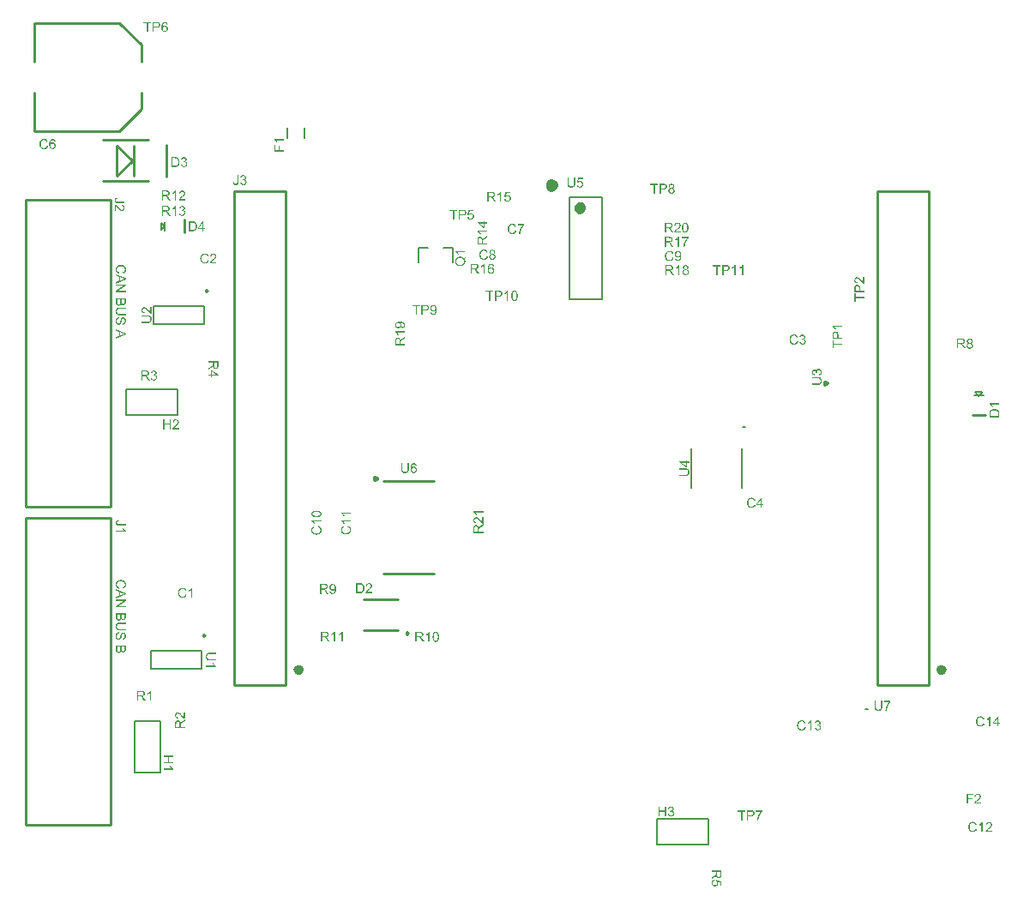
<source format=gto>
G04*
G04 #@! TF.GenerationSoftware,Altium Limited,Altium Designer,21.0.9 (235)*
G04*
G04 Layer_Color=65535*
%FSLAX25Y25*%
%MOIN*%
G70*
G04*
G04 #@! TF.SameCoordinates,EF3E8415-0D1F-43D6-88A8-43D94B7D360D*
G04*
G04*
G04 #@! TF.FilePolarity,Positive*
G04*
G01*
G75*
%ADD10C,0.01181*%
%ADD11C,0.00984*%
%ADD12C,0.01500*%
%ADD13C,0.00787*%
%ADD14C,0.02362*%
%ADD15C,0.03937*%
%ADD16C,0.02000*%
%ADD17C,0.01000*%
%ADD18C,0.00500*%
%ADD19C,0.00800*%
%ADD20C,0.00600*%
G36*
X175115Y633494D02*
X175170D01*
X175225Y633489D01*
X175298Y633483D01*
X175370Y633472D01*
X175531Y633444D01*
X175708Y633406D01*
X175886Y633350D01*
X176058Y633273D01*
X176064Y633267D01*
X176080Y633261D01*
X176102Y633250D01*
X176130Y633228D01*
X176169Y633206D01*
X176213Y633178D01*
X176313Y633106D01*
X176424Y633012D01*
X176535Y632901D01*
X176646Y632773D01*
X176741Y632623D01*
X176746Y632618D01*
X176752Y632601D01*
X176763Y632579D01*
X176779Y632551D01*
X176796Y632507D01*
X176813Y632462D01*
X176835Y632407D01*
X176857Y632346D01*
X176879Y632279D01*
X176902Y632207D01*
X176935Y632052D01*
X176963Y631874D01*
X176974Y631691D01*
Y631635D01*
X176968Y631596D01*
X176963Y631546D01*
X176957Y631485D01*
X176952Y631424D01*
X176935Y631352D01*
X176902Y631202D01*
X176852Y631036D01*
X176818Y630953D01*
X176779Y630875D01*
X176730Y630797D01*
X176680Y630719D01*
X176674Y630714D01*
X176669Y630703D01*
X176652Y630681D01*
X176624Y630653D01*
X176596Y630625D01*
X176558Y630586D01*
X176513Y630547D01*
X176469Y630503D01*
X176413Y630459D01*
X176347Y630414D01*
X176280Y630364D01*
X176208Y630320D01*
X176125Y630281D01*
X176041Y630237D01*
X175953Y630203D01*
X175853Y630170D01*
X175736Y630669D01*
X175742D01*
X175753Y630675D01*
X175775Y630686D01*
X175803Y630697D01*
X175836Y630708D01*
X175880Y630725D01*
X175969Y630769D01*
X176069Y630825D01*
X176169Y630892D01*
X176263Y630975D01*
X176347Y631064D01*
X176358Y631075D01*
X176380Y631108D01*
X176408Y631164D01*
X176447Y631236D01*
X176480Y631330D01*
X176513Y631435D01*
X176535Y631563D01*
X176541Y631702D01*
Y631746D01*
X176535Y631774D01*
Y631813D01*
X176530Y631857D01*
X176513Y631963D01*
X176491Y632079D01*
X176452Y632201D01*
X176397Y632329D01*
X176324Y632445D01*
Y632451D01*
X176313Y632457D01*
X176286Y632495D01*
X176241Y632545D01*
X176175Y632607D01*
X176091Y632679D01*
X175997Y632745D01*
X175880Y632806D01*
X175753Y632862D01*
X175747D01*
X175736Y632867D01*
X175719Y632873D01*
X175692Y632878D01*
X175658Y632890D01*
X175620Y632901D01*
X175525Y632917D01*
X175414Y632939D01*
X175292Y632962D01*
X175159Y632973D01*
X175015Y632978D01*
X175009D01*
X174993D01*
X174965D01*
X174931D01*
X174893Y632973D01*
X174843D01*
X174787Y632967D01*
X174726Y632962D01*
X174593Y632945D01*
X174449Y632917D01*
X174304Y632884D01*
X174160Y632839D01*
X174154D01*
X174143Y632834D01*
X174127Y632823D01*
X174099Y632812D01*
X174032Y632779D01*
X173955Y632728D01*
X173866Y632667D01*
X173772Y632590D01*
X173688Y632501D01*
X173610Y632396D01*
Y632390D01*
X173605Y632379D01*
X173594Y632362D01*
X173583Y632340D01*
X173572Y632312D01*
X173555Y632279D01*
X173522Y632201D01*
X173488Y632101D01*
X173461Y631990D01*
X173438Y631868D01*
X173433Y631741D01*
Y631702D01*
X173438Y631669D01*
Y631630D01*
X173444Y631591D01*
X173466Y631491D01*
X173494Y631374D01*
X173538Y631258D01*
X173599Y631136D01*
X173633Y631075D01*
X173677Y631019D01*
X173683Y631014D01*
X173688Y631008D01*
X173705Y630991D01*
X173722Y630969D01*
X173749Y630947D01*
X173783Y630919D01*
X173816Y630886D01*
X173860Y630858D01*
X173910Y630825D01*
X173966Y630786D01*
X174021Y630753D01*
X174088Y630719D01*
X174160Y630692D01*
X174238Y630664D01*
X174321Y630636D01*
X174410Y630614D01*
X174282Y630103D01*
X174276D01*
X174254Y630109D01*
X174221Y630120D01*
X174177Y630137D01*
X174127Y630153D01*
X174066Y630176D01*
X173999Y630203D01*
X173927Y630237D01*
X173772Y630314D01*
X173616Y630414D01*
X173538Y630475D01*
X173461Y630536D01*
X173394Y630603D01*
X173327Y630681D01*
X173322Y630686D01*
X173311Y630697D01*
X173300Y630725D01*
X173277Y630753D01*
X173250Y630797D01*
X173222Y630842D01*
X173194Y630903D01*
X173167Y630964D01*
X173133Y631036D01*
X173105Y631113D01*
X173078Y631197D01*
X173050Y631285D01*
X173028Y631380D01*
X173017Y631480D01*
X173005Y631585D01*
X173000Y631696D01*
Y631757D01*
X173005Y631802D01*
Y631852D01*
X173011Y631913D01*
X173022Y631979D01*
X173033Y632057D01*
X173061Y632218D01*
X173105Y632384D01*
X173167Y632551D01*
X173205Y632629D01*
X173250Y632706D01*
X173255Y632712D01*
X173261Y632723D01*
X173277Y632745D01*
X173300Y632767D01*
X173322Y632801D01*
X173355Y632839D01*
X173394Y632884D01*
X173438Y632928D01*
X173488Y632973D01*
X173538Y633023D01*
X173666Y633123D01*
X173816Y633217D01*
X173982Y633300D01*
X173988D01*
X174004Y633311D01*
X174032Y633317D01*
X174066Y633333D01*
X174110Y633345D01*
X174165Y633361D01*
X174226Y633383D01*
X174293Y633400D01*
X174365Y633417D01*
X174449Y633439D01*
X174621Y633467D01*
X174815Y633489D01*
X175015Y633500D01*
X175020D01*
X175042D01*
X175076D01*
X175115Y633494D01*
D02*
G37*
G36*
X176907Y628433D02*
Y627878D01*
X173067Y626307D01*
Y626884D01*
X174232Y627334D01*
Y628943D01*
X173067Y629360D01*
Y629898D01*
X176907Y628433D01*
D02*
G37*
G36*
Y625380D02*
X173888Y623366D01*
X176907D01*
Y622877D01*
X173067D01*
Y623405D01*
X176080Y625414D01*
X173067D01*
Y625902D01*
X176907D01*
Y625380D01*
D02*
G37*
G36*
Y619042D02*
X176902Y619003D01*
Y618959D01*
X176891Y618859D01*
X176879Y618748D01*
X176857Y618632D01*
X176830Y618515D01*
X176791Y618410D01*
Y618404D01*
X176785Y618398D01*
X176769Y618365D01*
X176741Y618315D01*
X176702Y618260D01*
X176652Y618193D01*
X176591Y618121D01*
X176513Y618054D01*
X176430Y617993D01*
X176419Y617988D01*
X176385Y617971D01*
X176341Y617943D01*
X176275Y617916D01*
X176197Y617888D01*
X176114Y617860D01*
X176019Y617843D01*
X175925Y617838D01*
X175914D01*
X175886D01*
X175836Y617843D01*
X175775Y617855D01*
X175703Y617871D01*
X175625Y617899D01*
X175548Y617932D01*
X175464Y617977D01*
X175453Y617982D01*
X175431Y617999D01*
X175387Y618032D01*
X175342Y618077D01*
X175287Y618132D01*
X175225Y618199D01*
X175170Y618282D01*
X175115Y618376D01*
Y618371D01*
X175109Y618360D01*
X175103Y618343D01*
X175092Y618321D01*
X175070Y618254D01*
X175031Y618177D01*
X174981Y618093D01*
X174920Y617999D01*
X174848Y617916D01*
X174759Y617838D01*
X174748Y617832D01*
X174715Y617810D01*
X174665Y617777D01*
X174598Y617743D01*
X174510Y617710D01*
X174415Y617677D01*
X174304Y617655D01*
X174182Y617649D01*
X174177D01*
X174171D01*
X174138D01*
X174082Y617655D01*
X174016Y617666D01*
X173938Y617677D01*
X173855Y617699D01*
X173766Y617727D01*
X173677Y617766D01*
X173666Y617771D01*
X173638Y617788D01*
X173599Y617810D01*
X173544Y617843D01*
X173488Y617888D01*
X173427Y617932D01*
X173366Y617988D01*
X173316Y618049D01*
X173311Y618054D01*
X173294Y618077D01*
X173272Y618115D01*
X173250Y618165D01*
X173216Y618226D01*
X173183Y618298D01*
X173155Y618376D01*
X173128Y618471D01*
Y618482D01*
X173117Y618515D01*
X173111Y618571D01*
X173100Y618643D01*
X173089Y618731D01*
X173078Y618837D01*
X173072Y618953D01*
X173067Y619087D01*
Y620552D01*
X176907D01*
Y619042D01*
D02*
G37*
G36*
Y616434D02*
X174687D01*
X174682D01*
X174665D01*
X174637D01*
X174604D01*
X174565Y616428D01*
X174515D01*
X174410Y616423D01*
X174288Y616411D01*
X174165Y616395D01*
X174049Y616373D01*
X173999Y616362D01*
X173949Y616345D01*
X173938Y616339D01*
X173910Y616328D01*
X173871Y616301D01*
X173816Y616267D01*
X173760Y616228D01*
X173699Y616173D01*
X173638Y616106D01*
X173588Y616029D01*
X173583Y616017D01*
X173566Y615990D01*
X173549Y615940D01*
X173527Y615873D01*
X173500Y615796D01*
X173483Y615696D01*
X173466Y615590D01*
X173461Y615474D01*
Y615418D01*
X173466Y615385D01*
Y615335D01*
X173472Y615285D01*
X173494Y615163D01*
X173522Y615030D01*
X173566Y614902D01*
X173627Y614780D01*
X173666Y614724D01*
X173710Y614674D01*
X173716Y614669D01*
X173722Y614663D01*
X173738Y614652D01*
X173760Y614636D01*
X173794Y614619D01*
X173827Y614597D01*
X173877Y614574D01*
X173927Y614552D01*
X173988Y614530D01*
X174060Y614513D01*
X174143Y614491D01*
X174232Y614475D01*
X174332Y614458D01*
X174437Y614447D01*
X174559Y614436D01*
X174687D01*
X176907D01*
Y613925D01*
X174687D01*
X174682D01*
X174659D01*
X174632D01*
X174593D01*
X174543Y613931D01*
X174487D01*
X174421Y613936D01*
X174354Y613942D01*
X174204Y613958D01*
X174049Y613981D01*
X173899Y614014D01*
X173827Y614036D01*
X173760Y614058D01*
X173755D01*
X173744Y614064D01*
X173727Y614075D01*
X173705Y614086D01*
X173644Y614119D01*
X173566Y614169D01*
X173477Y614236D01*
X173389Y614314D01*
X173294Y614414D01*
X173211Y614536D01*
Y614541D01*
X173200Y614552D01*
X173194Y614569D01*
X173178Y614597D01*
X173161Y614630D01*
X173144Y614674D01*
X173128Y614719D01*
X173105Y614774D01*
X173083Y614835D01*
X173067Y614902D01*
X173050Y614974D01*
X173033Y615057D01*
X173022Y615141D01*
X173011Y615229D01*
X173000Y615429D01*
Y615479D01*
X173005Y615518D01*
Y615562D01*
X173011Y615618D01*
X173017Y615679D01*
X173022Y615740D01*
X173044Y615879D01*
X173078Y616029D01*
X173122Y616173D01*
X173183Y616312D01*
Y616317D01*
X173194Y616328D01*
X173205Y616345D01*
X173216Y616367D01*
X173261Y616428D01*
X173322Y616500D01*
X173400Y616584D01*
X173488Y616661D01*
X173599Y616739D01*
X173722Y616800D01*
X173727D01*
X173738Y616806D01*
X173760Y616811D01*
X173788Y616822D01*
X173821Y616833D01*
X173866Y616844D01*
X173916Y616861D01*
X173977Y616872D01*
X174043Y616883D01*
X174116Y616900D01*
X174193Y616911D01*
X174276Y616922D01*
X174371Y616933D01*
X174471Y616939D01*
X174576Y616944D01*
X174687D01*
X176907D01*
Y616434D01*
D02*
G37*
G36*
X174343Y612771D02*
X174338D01*
X174332D01*
X174315Y612765D01*
X174293D01*
X174243Y612754D01*
X174171Y612737D01*
X174099Y612715D01*
X174016Y612693D01*
X173938Y612654D01*
X173866Y612615D01*
X173860Y612610D01*
X173838Y612593D01*
X173799Y612565D01*
X173760Y612521D01*
X173710Y612465D01*
X173660Y612404D01*
X173610Y612321D01*
X173566Y612232D01*
Y612227D01*
X173561Y612221D01*
X173555Y612205D01*
X173549Y612188D01*
X173533Y612133D01*
X173511Y612060D01*
X173488Y611972D01*
X173472Y611872D01*
X173461Y611761D01*
X173455Y611639D01*
Y611589D01*
X173461Y611533D01*
X173466Y611467D01*
X173477Y611389D01*
X173488Y611300D01*
X173511Y611211D01*
X173538Y611128D01*
X173544Y611117D01*
X173555Y611089D01*
X173577Y611050D01*
X173599Y611000D01*
X173638Y610950D01*
X173677Y610895D01*
X173722Y610839D01*
X173777Y610795D01*
X173783Y610789D01*
X173805Y610778D01*
X173832Y610762D01*
X173877Y610740D01*
X173921Y610717D01*
X173977Y610701D01*
X174038Y610689D01*
X174104Y610684D01*
X174110D01*
X174138D01*
X174171Y610689D01*
X174215Y610695D01*
X174260Y610712D01*
X174315Y610728D01*
X174371Y610756D01*
X174421Y610795D01*
X174426Y610801D01*
X174443Y610817D01*
X174465Y610839D01*
X174498Y610878D01*
X174532Y610923D01*
X174571Y610984D01*
X174609Y611056D01*
X174643Y611139D01*
X174648Y611145D01*
X174654Y611172D01*
X174671Y611217D01*
X174676Y611244D01*
X174687Y611283D01*
X174704Y611322D01*
X174715Y611372D01*
X174732Y611428D01*
X174748Y611494D01*
X174765Y611561D01*
X174787Y611639D01*
X174809Y611727D01*
X174831Y611822D01*
Y611827D01*
X174837Y611844D01*
X174843Y611872D01*
X174854Y611905D01*
X174865Y611949D01*
X174876Y611999D01*
X174909Y612110D01*
X174948Y612232D01*
X174987Y612360D01*
X175026Y612471D01*
X175048Y612521D01*
X175070Y612565D01*
Y612571D01*
X175076Y612576D01*
X175098Y612610D01*
X175126Y612660D01*
X175170Y612715D01*
X175220Y612782D01*
X175281Y612848D01*
X175353Y612915D01*
X175431Y612971D01*
X175442Y612976D01*
X175470Y612993D01*
X175514Y613015D01*
X175570Y613037D01*
X175642Y613059D01*
X175725Y613082D01*
X175814Y613098D01*
X175908Y613104D01*
X175914D01*
X175919D01*
X175936D01*
X175958D01*
X176014Y613093D01*
X176086Y613082D01*
X176169Y613065D01*
X176263Y613037D01*
X176358Y612998D01*
X176452Y612943D01*
X176458D01*
X176463Y612937D01*
X176497Y612910D01*
X176541Y612871D01*
X176596Y612821D01*
X176657Y612754D01*
X176724Y612671D01*
X176785Y612571D01*
X176841Y612460D01*
Y612454D01*
X176846Y612443D01*
X176852Y612427D01*
X176863Y612404D01*
X176874Y612377D01*
X176885Y612338D01*
X176907Y612255D01*
X176929Y612149D01*
X176952Y612027D01*
X176968Y611899D01*
X176974Y611755D01*
Y611683D01*
X176968Y611644D01*
Y611605D01*
X176957Y611500D01*
X176941Y611383D01*
X176913Y611261D01*
X176879Y611128D01*
X176835Y611006D01*
Y611000D01*
X176830Y610989D01*
X176818Y610972D01*
X176807Y610950D01*
X176779Y610895D01*
X176730Y610823D01*
X176674Y610740D01*
X176602Y610656D01*
X176519Y610578D01*
X176424Y610506D01*
X176419D01*
X176413Y610501D01*
X176397Y610490D01*
X176380Y610479D01*
X176324Y610451D01*
X176252Y610418D01*
X176163Y610379D01*
X176058Y610351D01*
X175947Y610323D01*
X175825Y610312D01*
X175786Y610801D01*
X175792D01*
X175803D01*
X175819Y610806D01*
X175847Y610812D01*
X175908Y610828D01*
X175991Y610850D01*
X176080Y610884D01*
X176169Y610934D01*
X176252Y610995D01*
X176330Y611072D01*
X176336Y611084D01*
X176358Y611111D01*
X176391Y611167D01*
X176424Y611239D01*
X176458Y611333D01*
X176491Y611444D01*
X176513Y611583D01*
X176519Y611738D01*
Y611816D01*
X176513Y611849D01*
X176508Y611894D01*
X176497Y611994D01*
X176474Y612105D01*
X176447Y612216D01*
X176402Y612321D01*
X176374Y612366D01*
X176347Y612410D01*
X176341Y612421D01*
X176319Y612443D01*
X176280Y612477D01*
X176236Y612510D01*
X176175Y612549D01*
X176108Y612582D01*
X176030Y612604D01*
X175942Y612615D01*
X175930D01*
X175908D01*
X175869Y612610D01*
X175825Y612599D01*
X175769Y612582D01*
X175714Y612554D01*
X175658Y612521D01*
X175603Y612471D01*
X175597Y612465D01*
X175581Y612438D01*
X175564Y612416D01*
X175553Y612393D01*
X175536Y612360D01*
X175514Y612321D01*
X175497Y612271D01*
X175475Y612216D01*
X175453Y612155D01*
X175425Y612082D01*
X175403Y612005D01*
X175375Y611916D01*
X175353Y611816D01*
X175326Y611705D01*
Y611700D01*
X175320Y611677D01*
X175314Y611644D01*
X175303Y611605D01*
X175292Y611555D01*
X175276Y611494D01*
X175259Y611433D01*
X175242Y611367D01*
X175203Y611222D01*
X175164Y611084D01*
X175142Y611017D01*
X175120Y610956D01*
X175103Y610900D01*
X175081Y610856D01*
Y610850D01*
X175076Y610839D01*
X175065Y610823D01*
X175054Y610801D01*
X175020Y610740D01*
X174976Y610667D01*
X174915Y610584D01*
X174848Y610501D01*
X174770Y610423D01*
X174687Y610357D01*
X174676Y610351D01*
X174648Y610329D01*
X174598Y610307D01*
X174532Y610273D01*
X174454Y610246D01*
X174360Y610218D01*
X174254Y610201D01*
X174143Y610196D01*
X174138D01*
X174132D01*
X174116D01*
X174093D01*
X174032Y610207D01*
X173955Y610218D01*
X173866Y610240D01*
X173772Y610268D01*
X173672Y610312D01*
X173566Y610373D01*
X173561D01*
X173555Y610379D01*
X173522Y610406D01*
X173472Y610445D01*
X173416Y610501D01*
X173350Y610573D01*
X173277Y610662D01*
X173211Y610762D01*
X173150Y610878D01*
Y610884D01*
X173144Y610895D01*
X173139Y610912D01*
X173128Y610934D01*
X173117Y610967D01*
X173100Y611006D01*
X173078Y611095D01*
X173050Y611200D01*
X173022Y611328D01*
X173005Y611467D01*
X173000Y611616D01*
Y611705D01*
X173005Y611750D01*
Y611799D01*
X173011Y611855D01*
X173017Y611922D01*
X173039Y612060D01*
X173061Y612205D01*
X173100Y612349D01*
X173150Y612488D01*
Y612493D01*
X173155Y612504D01*
X173167Y612521D01*
X173178Y612543D01*
X173211Y612610D01*
X173261Y612687D01*
X173327Y612776D01*
X173405Y612871D01*
X173500Y612959D01*
X173605Y613043D01*
X173610D01*
X173622Y613054D01*
X173638Y613059D01*
X173660Y613076D01*
X173688Y613087D01*
X173722Y613104D01*
X173805Y613143D01*
X173910Y613181D01*
X174027Y613215D01*
X174160Y613237D01*
X174299Y613248D01*
X174343Y612771D01*
D02*
G37*
G36*
X176907Y606516D02*
X176902Y606477D01*
Y606433D01*
X176891Y606333D01*
X176879Y606222D01*
X176857Y606105D01*
X176830Y605989D01*
X176791Y605883D01*
Y605878D01*
X176785Y605872D01*
X176769Y605839D01*
X176741Y605789D01*
X176702Y605733D01*
X176652Y605667D01*
X176591Y605595D01*
X176513Y605528D01*
X176430Y605467D01*
X176419Y605461D01*
X176385Y605445D01*
X176341Y605417D01*
X176275Y605389D01*
X176197Y605362D01*
X176114Y605334D01*
X176019Y605317D01*
X175925Y605311D01*
X175914D01*
X175886D01*
X175836Y605317D01*
X175775Y605328D01*
X175703Y605345D01*
X175625Y605373D01*
X175548Y605406D01*
X175464Y605450D01*
X175453Y605456D01*
X175431Y605473D01*
X175387Y605506D01*
X175342Y605550D01*
X175287Y605606D01*
X175225Y605672D01*
X175170Y605756D01*
X175115Y605850D01*
Y605844D01*
X175109Y605833D01*
X175103Y605817D01*
X175092Y605794D01*
X175070Y605728D01*
X175031Y605650D01*
X174981Y605567D01*
X174920Y605473D01*
X174848Y605389D01*
X174759Y605311D01*
X174748Y605306D01*
X174715Y605284D01*
X174665Y605251D01*
X174598Y605217D01*
X174510Y605184D01*
X174415Y605151D01*
X174304Y605128D01*
X174182Y605123D01*
X174177D01*
X174171D01*
X174138D01*
X174082Y605128D01*
X174016Y605139D01*
X173938Y605151D01*
X173855Y605173D01*
X173766Y605201D01*
X173677Y605239D01*
X173666Y605245D01*
X173638Y605262D01*
X173599Y605284D01*
X173544Y605317D01*
X173488Y605362D01*
X173427Y605406D01*
X173366Y605461D01*
X173316Y605522D01*
X173311Y605528D01*
X173294Y605550D01*
X173272Y605589D01*
X173250Y605639D01*
X173216Y605700D01*
X173183Y605772D01*
X173155Y605850D01*
X173128Y605944D01*
Y605955D01*
X173117Y605989D01*
X173111Y606044D01*
X173100Y606116D01*
X173089Y606205D01*
X173078Y606311D01*
X173072Y606427D01*
X173067Y606560D01*
Y608026D01*
X176907D01*
Y606516D01*
D02*
G37*
G36*
X175115Y755994D02*
X175170D01*
X175226Y755989D01*
X175298Y755983D01*
X175370Y755972D01*
X175531Y755944D01*
X175708Y755906D01*
X175886Y755850D01*
X176058Y755772D01*
X176064Y755767D01*
X176080Y755761D01*
X176102Y755750D01*
X176130Y755728D01*
X176169Y755706D01*
X176214Y755678D01*
X176313Y755606D01*
X176424Y755512D01*
X176535Y755401D01*
X176646Y755273D01*
X176741Y755123D01*
X176746Y755118D01*
X176752Y755101D01*
X176763Y755079D01*
X176780Y755051D01*
X176796Y755007D01*
X176813Y754962D01*
X176835Y754907D01*
X176857Y754846D01*
X176880Y754779D01*
X176902Y754707D01*
X176935Y754551D01*
X176963Y754374D01*
X176974Y754191D01*
Y754135D01*
X176968Y754096D01*
X176963Y754046D01*
X176957Y753985D01*
X176952Y753924D01*
X176935Y753852D01*
X176902Y753702D01*
X176852Y753536D01*
X176818Y753452D01*
X176780Y753375D01*
X176730Y753297D01*
X176680Y753219D01*
X176674Y753214D01*
X176669Y753203D01*
X176652Y753181D01*
X176624Y753153D01*
X176596Y753125D01*
X176558Y753086D01*
X176513Y753047D01*
X176469Y753003D01*
X176413Y752959D01*
X176347Y752914D01*
X176280Y752864D01*
X176208Y752820D01*
X176125Y752781D01*
X176041Y752737D01*
X175953Y752703D01*
X175853Y752670D01*
X175736Y753169D01*
X175742D01*
X175753Y753175D01*
X175775Y753186D01*
X175803Y753197D01*
X175836Y753208D01*
X175881Y753225D01*
X175969Y753269D01*
X176069Y753325D01*
X176169Y753392D01*
X176263Y753475D01*
X176347Y753563D01*
X176358Y753575D01*
X176380Y753608D01*
X176408Y753663D01*
X176447Y753736D01*
X176480Y753830D01*
X176513Y753935D01*
X176535Y754063D01*
X176541Y754202D01*
Y754246D01*
X176535Y754274D01*
Y754313D01*
X176530Y754357D01*
X176513Y754463D01*
X176491Y754579D01*
X176452Y754701D01*
X176397Y754829D01*
X176324Y754946D01*
Y754951D01*
X176313Y754957D01*
X176286Y754995D01*
X176241Y755045D01*
X176175Y755106D01*
X176091Y755179D01*
X175997Y755245D01*
X175881Y755306D01*
X175753Y755362D01*
X175747D01*
X175736Y755367D01*
X175719Y755373D01*
X175692Y755378D01*
X175659Y755389D01*
X175620Y755401D01*
X175525Y755417D01*
X175414Y755439D01*
X175292Y755462D01*
X175159Y755473D01*
X175015Y755478D01*
X175009D01*
X174993D01*
X174965D01*
X174931D01*
X174893Y755473D01*
X174843D01*
X174787Y755467D01*
X174726Y755462D01*
X174593Y755445D01*
X174449Y755417D01*
X174304Y755384D01*
X174160Y755339D01*
X174154D01*
X174143Y755334D01*
X174127Y755323D01*
X174099Y755312D01*
X174032Y755278D01*
X173955Y755229D01*
X173866Y755167D01*
X173772Y755090D01*
X173688Y755001D01*
X173610Y754895D01*
Y754890D01*
X173605Y754879D01*
X173594Y754862D01*
X173583Y754840D01*
X173572Y754812D01*
X173555Y754779D01*
X173522Y754701D01*
X173488Y754601D01*
X173461Y754490D01*
X173439Y754368D01*
X173433Y754241D01*
Y754202D01*
X173439Y754169D01*
Y754130D01*
X173444Y754091D01*
X173466Y753991D01*
X173494Y753874D01*
X173538Y753758D01*
X173599Y753636D01*
X173633Y753575D01*
X173677Y753519D01*
X173683Y753514D01*
X173688Y753508D01*
X173705Y753491D01*
X173722Y753469D01*
X173749Y753447D01*
X173783Y753419D01*
X173816Y753386D01*
X173860Y753358D01*
X173910Y753325D01*
X173966Y753286D01*
X174021Y753253D01*
X174088Y753219D01*
X174160Y753192D01*
X174238Y753164D01*
X174321Y753136D01*
X174410Y753114D01*
X174282Y752603D01*
X174276D01*
X174254Y752609D01*
X174221Y752620D01*
X174177Y752637D01*
X174127Y752653D01*
X174066Y752675D01*
X173999Y752703D01*
X173927Y752737D01*
X173772Y752814D01*
X173616Y752914D01*
X173538Y752975D01*
X173461Y753036D01*
X173394Y753103D01*
X173328Y753181D01*
X173322Y753186D01*
X173311Y753197D01*
X173300Y753225D01*
X173277Y753253D01*
X173250Y753297D01*
X173222Y753341D01*
X173194Y753403D01*
X173167Y753464D01*
X173133Y753536D01*
X173106Y753614D01*
X173078Y753697D01*
X173050Y753786D01*
X173028Y753880D01*
X173017Y753980D01*
X173006Y754085D01*
X173000Y754196D01*
Y754257D01*
X173006Y754302D01*
Y754352D01*
X173011Y754413D01*
X173022Y754479D01*
X173033Y754557D01*
X173061Y754718D01*
X173106Y754884D01*
X173167Y755051D01*
X173205Y755129D01*
X173250Y755206D01*
X173255Y755212D01*
X173261Y755223D01*
X173277Y755245D01*
X173300Y755267D01*
X173322Y755301D01*
X173355Y755339D01*
X173394Y755384D01*
X173439Y755428D01*
X173488Y755473D01*
X173538Y755523D01*
X173666Y755623D01*
X173816Y755717D01*
X173982Y755800D01*
X173988D01*
X174005Y755811D01*
X174032Y755817D01*
X174066Y755833D01*
X174110Y755845D01*
X174165Y755861D01*
X174227Y755883D01*
X174293Y755900D01*
X174365Y755917D01*
X174449Y755939D01*
X174621Y755967D01*
X174815Y755989D01*
X175015Y756000D01*
X175020D01*
X175042D01*
X175076D01*
X175115Y755994D01*
D02*
G37*
G36*
X176907Y750933D02*
Y750378D01*
X173067Y748807D01*
Y749384D01*
X174232Y749834D01*
Y751443D01*
X173067Y751860D01*
Y752398D01*
X176907Y750933D01*
D02*
G37*
G36*
Y747880D02*
X173888Y745866D01*
X176907D01*
Y745377D01*
X173067D01*
Y745904D01*
X176080Y747914D01*
X173067D01*
Y748402D01*
X176907D01*
Y747880D01*
D02*
G37*
G36*
Y741542D02*
X176902Y741503D01*
Y741459D01*
X176891Y741359D01*
X176880Y741248D01*
X176857Y741131D01*
X176830Y741015D01*
X176791Y740909D01*
Y740904D01*
X176785Y740898D01*
X176769Y740865D01*
X176741Y740815D01*
X176702Y740760D01*
X176652Y740693D01*
X176591Y740621D01*
X176513Y740554D01*
X176430Y740493D01*
X176419Y740488D01*
X176385Y740471D01*
X176341Y740443D01*
X176275Y740416D01*
X176197Y740388D01*
X176114Y740360D01*
X176019Y740343D01*
X175925Y740338D01*
X175914D01*
X175886D01*
X175836Y740343D01*
X175775Y740354D01*
X175703Y740371D01*
X175625Y740399D01*
X175548Y740432D01*
X175464Y740477D01*
X175453Y740482D01*
X175431Y740499D01*
X175387Y740532D01*
X175342Y740577D01*
X175287Y740632D01*
X175226Y740699D01*
X175170Y740782D01*
X175115Y740876D01*
Y740871D01*
X175109Y740860D01*
X175103Y740843D01*
X175092Y740821D01*
X175070Y740754D01*
X175031Y740676D01*
X174981Y740593D01*
X174920Y740499D01*
X174848Y740416D01*
X174759Y740338D01*
X174748Y740332D01*
X174715Y740310D01*
X174665Y740277D01*
X174598Y740243D01*
X174510Y740210D01*
X174415Y740177D01*
X174304Y740155D01*
X174182Y740149D01*
X174177D01*
X174171D01*
X174138D01*
X174082Y740155D01*
X174016Y740166D01*
X173938Y740177D01*
X173855Y740199D01*
X173766Y740227D01*
X173677Y740266D01*
X173666Y740271D01*
X173638Y740288D01*
X173599Y740310D01*
X173544Y740343D01*
X173488Y740388D01*
X173427Y740432D01*
X173366Y740488D01*
X173316Y740549D01*
X173311Y740554D01*
X173294Y740577D01*
X173272Y740615D01*
X173250Y740665D01*
X173216Y740726D01*
X173183Y740799D01*
X173155Y740876D01*
X173128Y740971D01*
Y740982D01*
X173117Y741015D01*
X173111Y741071D01*
X173100Y741143D01*
X173089Y741231D01*
X173078Y741337D01*
X173072Y741453D01*
X173067Y741587D01*
Y743052D01*
X176907D01*
Y741542D01*
D02*
G37*
G36*
Y738934D02*
X174687D01*
X174682D01*
X174665D01*
X174637D01*
X174604D01*
X174565Y738928D01*
X174515D01*
X174410Y738923D01*
X174288Y738911D01*
X174165Y738895D01*
X174049Y738873D01*
X173999Y738862D01*
X173949Y738845D01*
X173938Y738839D01*
X173910Y738828D01*
X173871Y738800D01*
X173816Y738767D01*
X173760Y738728D01*
X173699Y738673D01*
X173638Y738606D01*
X173588Y738529D01*
X173583Y738518D01*
X173566Y738490D01*
X173549Y738440D01*
X173527Y738373D01*
X173500Y738296D01*
X173483Y738196D01*
X173466Y738090D01*
X173461Y737974D01*
Y737918D01*
X173466Y737885D01*
Y737835D01*
X173472Y737785D01*
X173494Y737663D01*
X173522Y737530D01*
X173566Y737402D01*
X173627Y737280D01*
X173666Y737224D01*
X173710Y737174D01*
X173716Y737169D01*
X173722Y737163D01*
X173738Y737152D01*
X173760Y737136D01*
X173794Y737119D01*
X173827Y737097D01*
X173877Y737075D01*
X173927Y737052D01*
X173988Y737030D01*
X174060Y737013D01*
X174143Y736991D01*
X174232Y736975D01*
X174332Y736958D01*
X174437Y736947D01*
X174560Y736936D01*
X174687D01*
X176907D01*
Y736425D01*
X174687D01*
X174682D01*
X174660D01*
X174632D01*
X174593D01*
X174543Y736431D01*
X174487D01*
X174421Y736436D01*
X174354Y736442D01*
X174204Y736458D01*
X174049Y736481D01*
X173899Y736514D01*
X173827Y736536D01*
X173760Y736558D01*
X173755D01*
X173744Y736564D01*
X173727Y736575D01*
X173705Y736586D01*
X173644Y736619D01*
X173566Y736669D01*
X173477Y736736D01*
X173389Y736814D01*
X173294Y736913D01*
X173211Y737036D01*
Y737041D01*
X173200Y737052D01*
X173194Y737069D01*
X173178Y737097D01*
X173161Y737130D01*
X173144Y737174D01*
X173128Y737219D01*
X173106Y737274D01*
X173083Y737335D01*
X173067Y737402D01*
X173050Y737474D01*
X173033Y737557D01*
X173022Y737641D01*
X173011Y737729D01*
X173000Y737929D01*
Y737979D01*
X173006Y738018D01*
Y738062D01*
X173011Y738118D01*
X173017Y738179D01*
X173022Y738240D01*
X173044Y738379D01*
X173078Y738529D01*
X173122Y738673D01*
X173183Y738812D01*
Y738817D01*
X173194Y738828D01*
X173205Y738845D01*
X173216Y738867D01*
X173261Y738928D01*
X173322Y739000D01*
X173400Y739084D01*
X173488Y739161D01*
X173599Y739239D01*
X173722Y739300D01*
X173727D01*
X173738Y739306D01*
X173760Y739311D01*
X173788Y739322D01*
X173821Y739333D01*
X173866Y739344D01*
X173916Y739361D01*
X173977Y739372D01*
X174043Y739383D01*
X174116Y739400D01*
X174193Y739411D01*
X174276Y739422D01*
X174371Y739433D01*
X174471Y739439D01*
X174576Y739444D01*
X174687D01*
X176907D01*
Y738934D01*
D02*
G37*
G36*
X174343Y735271D02*
X174338D01*
X174332D01*
X174315Y735265D01*
X174293D01*
X174243Y735254D01*
X174171Y735237D01*
X174099Y735215D01*
X174016Y735193D01*
X173938Y735154D01*
X173866Y735115D01*
X173860Y735110D01*
X173838Y735093D01*
X173799Y735065D01*
X173760Y735021D01*
X173710Y734966D01*
X173661Y734904D01*
X173610Y734821D01*
X173566Y734732D01*
Y734727D01*
X173561Y734721D01*
X173555Y734705D01*
X173549Y734688D01*
X173533Y734632D01*
X173511Y734560D01*
X173488Y734472D01*
X173472Y734372D01*
X173461Y734261D01*
X173455Y734138D01*
Y734089D01*
X173461Y734033D01*
X173466Y733966D01*
X173477Y733889D01*
X173488Y733800D01*
X173511Y733711D01*
X173538Y733628D01*
X173544Y733617D01*
X173555Y733589D01*
X173577Y733550D01*
X173599Y733500D01*
X173638Y733450D01*
X173677Y733395D01*
X173722Y733339D01*
X173777Y733295D01*
X173783Y733289D01*
X173805Y733278D01*
X173832Y733262D01*
X173877Y733239D01*
X173921Y733217D01*
X173977Y733201D01*
X174038Y733189D01*
X174104Y733184D01*
X174110D01*
X174138D01*
X174171Y733189D01*
X174215Y733195D01*
X174260Y733212D01*
X174315Y733228D01*
X174371Y733256D01*
X174421Y733295D01*
X174426Y733300D01*
X174443Y733317D01*
X174465Y733339D01*
X174498Y733378D01*
X174532Y733423D01*
X174571Y733484D01*
X174609Y733556D01*
X174643Y733639D01*
X174648Y733645D01*
X174654Y733672D01*
X174671Y733717D01*
X174676Y733744D01*
X174687Y733783D01*
X174704Y733822D01*
X174715Y733872D01*
X174732Y733928D01*
X174748Y733994D01*
X174765Y734061D01*
X174787Y734138D01*
X174809Y734227D01*
X174831Y734322D01*
Y734327D01*
X174837Y734344D01*
X174843Y734372D01*
X174854Y734405D01*
X174865Y734449D01*
X174876Y734499D01*
X174909Y734610D01*
X174948Y734732D01*
X174987Y734860D01*
X175026Y734971D01*
X175048Y735021D01*
X175070Y735065D01*
Y735071D01*
X175076Y735077D01*
X175098Y735110D01*
X175126Y735160D01*
X175170Y735215D01*
X175220Y735282D01*
X175281Y735348D01*
X175353Y735415D01*
X175431Y735470D01*
X175442Y735476D01*
X175470Y735493D01*
X175514Y735515D01*
X175570Y735537D01*
X175642Y735559D01*
X175725Y735581D01*
X175814Y735598D01*
X175908Y735604D01*
X175914D01*
X175919D01*
X175936D01*
X175958D01*
X176014Y735593D01*
X176086Y735581D01*
X176169Y735565D01*
X176263Y735537D01*
X176358Y735498D01*
X176452Y735443D01*
X176458D01*
X176463Y735437D01*
X176497Y735409D01*
X176541Y735371D01*
X176596Y735321D01*
X176657Y735254D01*
X176724Y735171D01*
X176785Y735071D01*
X176841Y734960D01*
Y734954D01*
X176846Y734943D01*
X176852Y734927D01*
X176863Y734904D01*
X176874Y734877D01*
X176885Y734838D01*
X176907Y734755D01*
X176929Y734649D01*
X176952Y734527D01*
X176968Y734399D01*
X176974Y734255D01*
Y734183D01*
X176968Y734144D01*
Y734105D01*
X176957Y734000D01*
X176941Y733883D01*
X176913Y733761D01*
X176880Y733628D01*
X176835Y733506D01*
Y733500D01*
X176830Y733489D01*
X176818Y733472D01*
X176807Y733450D01*
X176780Y733395D01*
X176730Y733323D01*
X176674Y733239D01*
X176602Y733156D01*
X176519Y733078D01*
X176424Y733006D01*
X176419D01*
X176413Y733001D01*
X176397Y732990D01*
X176380Y732979D01*
X176324Y732951D01*
X176252Y732917D01*
X176163Y732879D01*
X176058Y732851D01*
X175947Y732823D01*
X175825Y732812D01*
X175786Y733300D01*
X175792D01*
X175803D01*
X175819Y733306D01*
X175847Y733312D01*
X175908Y733328D01*
X175991Y733350D01*
X176080Y733384D01*
X176169Y733434D01*
X176252Y733495D01*
X176330Y733572D01*
X176336Y733583D01*
X176358Y733611D01*
X176391Y733667D01*
X176424Y733739D01*
X176458Y733833D01*
X176491Y733944D01*
X176513Y734083D01*
X176519Y734238D01*
Y734316D01*
X176513Y734349D01*
X176508Y734394D01*
X176497Y734494D01*
X176474Y734605D01*
X176447Y734716D01*
X176402Y734821D01*
X176374Y734866D01*
X176347Y734910D01*
X176341Y734921D01*
X176319Y734943D01*
X176280Y734977D01*
X176236Y735010D01*
X176175Y735049D01*
X176108Y735082D01*
X176030Y735104D01*
X175942Y735115D01*
X175930D01*
X175908D01*
X175869Y735110D01*
X175825Y735099D01*
X175769Y735082D01*
X175714Y735054D01*
X175659Y735021D01*
X175603Y734971D01*
X175597Y734966D01*
X175581Y734938D01*
X175564Y734915D01*
X175553Y734893D01*
X175536Y734860D01*
X175514Y734821D01*
X175497Y734771D01*
X175475Y734716D01*
X175453Y734655D01*
X175425Y734583D01*
X175403Y734505D01*
X175375Y734416D01*
X175353Y734316D01*
X175326Y734205D01*
Y734200D01*
X175320Y734177D01*
X175314Y734144D01*
X175303Y734105D01*
X175292Y734055D01*
X175276Y733994D01*
X175259Y733933D01*
X175242Y733867D01*
X175203Y733722D01*
X175164Y733583D01*
X175142Y733517D01*
X175120Y733456D01*
X175103Y733400D01*
X175081Y733356D01*
Y733350D01*
X175076Y733339D01*
X175065Y733323D01*
X175054Y733300D01*
X175020Y733239D01*
X174976Y733167D01*
X174915Y733084D01*
X174848Y733001D01*
X174770Y732923D01*
X174687Y732857D01*
X174676Y732851D01*
X174648Y732829D01*
X174598Y732806D01*
X174532Y732773D01*
X174454Y732746D01*
X174360Y732718D01*
X174254Y732701D01*
X174143Y732695D01*
X174138D01*
X174132D01*
X174116D01*
X174093D01*
X174032Y732707D01*
X173955Y732718D01*
X173866Y732740D01*
X173772Y732768D01*
X173672Y732812D01*
X173566Y732873D01*
X173561D01*
X173555Y732879D01*
X173522Y732906D01*
X173472Y732945D01*
X173416Y733001D01*
X173350Y733073D01*
X173277Y733162D01*
X173211Y733262D01*
X173150Y733378D01*
Y733384D01*
X173144Y733395D01*
X173139Y733412D01*
X173128Y733434D01*
X173117Y733467D01*
X173100Y733506D01*
X173078Y733595D01*
X173050Y733700D01*
X173022Y733828D01*
X173006Y733966D01*
X173000Y734116D01*
Y734205D01*
X173006Y734249D01*
Y734300D01*
X173011Y734355D01*
X173017Y734422D01*
X173039Y734560D01*
X173061Y734705D01*
X173100Y734849D01*
X173150Y734988D01*
Y734993D01*
X173155Y735004D01*
X173167Y735021D01*
X173178Y735043D01*
X173211Y735110D01*
X173261Y735187D01*
X173328Y735276D01*
X173405Y735371D01*
X173500Y735459D01*
X173605Y735543D01*
X173610D01*
X173622Y735554D01*
X173638Y735559D01*
X173661Y735576D01*
X173688Y735587D01*
X173722Y735604D01*
X173805Y735643D01*
X173910Y735681D01*
X174027Y735715D01*
X174160Y735737D01*
X174299Y735748D01*
X174343Y735271D01*
D02*
G37*
G36*
X176907Y729460D02*
Y728905D01*
X173067Y727334D01*
Y727911D01*
X174232Y728361D01*
Y729971D01*
X173067Y730387D01*
Y730925D01*
X176907Y729460D01*
D02*
G37*
G36*
X470922Y584328D02*
Y584323D01*
Y584300D01*
Y584273D01*
Y584234D01*
X470917Y584184D01*
Y584128D01*
X470911Y584062D01*
X470906Y583995D01*
X470889Y583845D01*
X470867Y583690D01*
X470833Y583540D01*
X470811Y583468D01*
X470789Y583401D01*
Y583396D01*
X470784Y583385D01*
X470773Y583368D01*
X470761Y583346D01*
X470728Y583285D01*
X470678Y583207D01*
X470611Y583118D01*
X470534Y583029D01*
X470434Y582935D01*
X470312Y582852D01*
X470306D01*
X470295Y582841D01*
X470279Y582835D01*
X470251Y582819D01*
X470218Y582802D01*
X470173Y582785D01*
X470129Y582768D01*
X470073Y582746D01*
X470012Y582724D01*
X469945Y582708D01*
X469873Y582691D01*
X469790Y582674D01*
X469707Y582663D01*
X469618Y582652D01*
X469418Y582641D01*
X469368D01*
X469329Y582646D01*
X469285D01*
X469230Y582652D01*
X469169Y582657D01*
X469107Y582663D01*
X468969Y582685D01*
X468819Y582719D01*
X468675Y582763D01*
X468536Y582824D01*
X468530D01*
X468519Y582835D01*
X468503Y582846D01*
X468480Y582857D01*
X468419Y582902D01*
X468347Y582963D01*
X468264Y583041D01*
X468186Y583129D01*
X468108Y583240D01*
X468047Y583362D01*
Y583368D01*
X468042Y583379D01*
X468036Y583401D01*
X468025Y583429D01*
X468014Y583462D01*
X468003Y583507D01*
X467986Y583557D01*
X467975Y583618D01*
X467964Y583684D01*
X467947Y583756D01*
X467936Y583834D01*
X467925Y583917D01*
X467914Y584012D01*
X467909Y584112D01*
X467903Y584217D01*
Y584328D01*
Y586548D01*
X468414D01*
Y584328D01*
Y584323D01*
Y584306D01*
Y584278D01*
Y584245D01*
X468419Y584206D01*
Y584156D01*
X468425Y584051D01*
X468436Y583928D01*
X468453Y583806D01*
X468475Y583690D01*
X468486Y583640D01*
X468503Y583590D01*
X468508Y583579D01*
X468519Y583551D01*
X468547Y583512D01*
X468580Y583457D01*
X468619Y583401D01*
X468675Y583340D01*
X468741Y583279D01*
X468819Y583229D01*
X468830Y583224D01*
X468858Y583207D01*
X468908Y583190D01*
X468974Y583168D01*
X469052Y583140D01*
X469152Y583124D01*
X469257Y583107D01*
X469374Y583102D01*
X469429D01*
X469463Y583107D01*
X469513D01*
X469563Y583113D01*
X469685Y583135D01*
X469818Y583163D01*
X469945Y583207D01*
X470068Y583268D01*
X470123Y583307D01*
X470173Y583351D01*
X470179Y583357D01*
X470184Y583362D01*
X470195Y583379D01*
X470212Y583401D01*
X470228Y583434D01*
X470251Y583468D01*
X470273Y583518D01*
X470295Y583568D01*
X470317Y583629D01*
X470334Y583701D01*
X470356Y583784D01*
X470373Y583873D01*
X470390Y583973D01*
X470401Y584078D01*
X470412Y584200D01*
Y584328D01*
Y586548D01*
X470922D01*
Y584328D01*
D02*
G37*
G36*
X474097Y586126D02*
X474091Y586121D01*
X474080Y586110D01*
X474058Y586087D01*
X474036Y586054D01*
X474003Y586015D01*
X473958Y585971D01*
X473914Y585915D01*
X473864Y585849D01*
X473814Y585782D01*
X473753Y585705D01*
X473692Y585616D01*
X473631Y585527D01*
X473564Y585427D01*
X473497Y585322D01*
X473431Y585205D01*
X473364Y585088D01*
X473359Y585083D01*
X473348Y585061D01*
X473331Y585027D01*
X473303Y584977D01*
X473276Y584916D01*
X473242Y584850D01*
X473203Y584772D01*
X473165Y584683D01*
X473120Y584583D01*
X473070Y584483D01*
X473026Y584373D01*
X472981Y584256D01*
X472893Y584017D01*
X472809Y583762D01*
Y583756D01*
X472804Y583740D01*
X472798Y583712D01*
X472787Y583679D01*
X472776Y583634D01*
X472765Y583579D01*
X472748Y583518D01*
X472737Y583451D01*
X472720Y583373D01*
X472704Y583290D01*
X472676Y583113D01*
X472648Y582918D01*
X472632Y582708D01*
X472149D01*
Y582713D01*
Y582730D01*
Y582752D01*
X472154Y582785D01*
Y582830D01*
X472160Y582885D01*
X472165Y582946D01*
X472171Y583013D01*
X472182Y583090D01*
X472193Y583168D01*
X472210Y583262D01*
X472227Y583357D01*
X472243Y583457D01*
X472265Y583568D01*
X472321Y583795D01*
Y583801D01*
X472327Y583823D01*
X472338Y583856D01*
X472354Y583906D01*
X472371Y583962D01*
X472393Y584028D01*
X472415Y584106D01*
X472448Y584189D01*
X472482Y584284D01*
X472515Y584378D01*
X472598Y584589D01*
X472698Y584811D01*
X472809Y585033D01*
X472815Y585039D01*
X472826Y585061D01*
X472843Y585088D01*
X472865Y585133D01*
X472893Y585183D01*
X472931Y585244D01*
X472970Y585310D01*
X473015Y585383D01*
X473120Y585543D01*
X473231Y585710D01*
X473359Y585882D01*
X473492Y586043D01*
X471610D01*
Y586498D01*
X474097D01*
Y586126D01*
D02*
G37*
G36*
X289015Y678956D02*
X289054D01*
X289098Y678951D01*
X289203Y678929D01*
X289320Y678901D01*
X289442Y678857D01*
X289564Y678790D01*
X289625Y678751D01*
X289681Y678707D01*
X289686Y678701D01*
X289692Y678695D01*
X289708Y678679D01*
X289725Y678662D01*
X289753Y678635D01*
X289775Y678601D01*
X289836Y678523D01*
X289897Y678424D01*
X289953Y678301D01*
X290003Y678163D01*
X290036Y678007D01*
X289564Y677969D01*
Y677974D01*
X289559Y677980D01*
X289553Y678013D01*
X289536Y678063D01*
X289514Y678124D01*
X289492Y678191D01*
X289459Y678257D01*
X289420Y678318D01*
X289381Y678368D01*
X289370Y678379D01*
X289348Y678401D01*
X289309Y678435D01*
X289253Y678474D01*
X289181Y678507D01*
X289104Y678540D01*
X289009Y678562D01*
X288909Y678573D01*
X288870D01*
X288826Y678568D01*
X288776Y678557D01*
X288709Y678540D01*
X288643Y678518D01*
X288576Y678490D01*
X288510Y678446D01*
X288498Y678440D01*
X288471Y678418D01*
X288432Y678379D01*
X288382Y678324D01*
X288327Y678257D01*
X288265Y678179D01*
X288210Y678080D01*
X288154Y677969D01*
Y677963D01*
X288149Y677952D01*
X288143Y677935D01*
X288132Y677913D01*
X288127Y677880D01*
X288116Y677841D01*
X288104Y677796D01*
X288093Y677741D01*
X288077Y677680D01*
X288066Y677613D01*
X288054Y677541D01*
X288049Y677463D01*
X288038Y677375D01*
X288032Y677286D01*
X288027Y677186D01*
Y677086D01*
X288032Y677092D01*
X288054Y677125D01*
X288093Y677169D01*
X288143Y677225D01*
X288199Y677291D01*
X288271Y677352D01*
X288349Y677414D01*
X288437Y677469D01*
X288443D01*
X288449Y677474D01*
X288482Y677491D01*
X288532Y677508D01*
X288598Y677536D01*
X288676Y677558D01*
X288765Y677574D01*
X288859Y677591D01*
X288959Y677597D01*
X289003D01*
X289037Y677591D01*
X289081Y677586D01*
X289126Y677580D01*
X289181Y677569D01*
X289237Y677552D01*
X289364Y677513D01*
X289431Y677486D01*
X289497Y677447D01*
X289564Y677408D01*
X289636Y677363D01*
X289703Y677308D01*
X289764Y677247D01*
X289770Y677241D01*
X289780Y677230D01*
X289797Y677214D01*
X289814Y677186D01*
X289842Y677147D01*
X289869Y677108D01*
X289897Y677058D01*
X289930Y677003D01*
X289964Y676942D01*
X289991Y676875D01*
X290019Y676797D01*
X290047Y676720D01*
X290064Y676637D01*
X290080Y676542D01*
X290091Y676448D01*
X290097Y676348D01*
Y676342D01*
Y676331D01*
Y676315D01*
Y676287D01*
X290091Y676254D01*
Y676220D01*
X290075Y676131D01*
X290058Y676026D01*
X290030Y675915D01*
X289991Y675793D01*
X289936Y675676D01*
Y675671D01*
X289930Y675665D01*
X289919Y675649D01*
X289908Y675626D01*
X289875Y675571D01*
X289825Y675499D01*
X289764Y675421D01*
X289692Y675343D01*
X289603Y675266D01*
X289509Y675199D01*
X289503D01*
X289497Y675194D01*
X289481Y675182D01*
X289459Y675177D01*
X289403Y675149D01*
X289331Y675121D01*
X289237Y675088D01*
X289131Y675066D01*
X289015Y675044D01*
X288887Y675038D01*
X288859D01*
X288831Y675044D01*
X288787D01*
X288737Y675049D01*
X288682Y675060D01*
X288615Y675077D01*
X288548Y675094D01*
X288471Y675116D01*
X288393Y675143D01*
X288315Y675177D01*
X288232Y675221D01*
X288154Y675271D01*
X288077Y675327D01*
X287999Y675393D01*
X287927Y675471D01*
X287921Y675477D01*
X287910Y675493D01*
X287894Y675515D01*
X287871Y675554D01*
X287838Y675604D01*
X287810Y675660D01*
X287777Y675732D01*
X287744Y675809D01*
X287705Y675904D01*
X287671Y676009D01*
X287644Y676126D01*
X287616Y676254D01*
X287588Y676398D01*
X287572Y676553D01*
X287561Y676720D01*
X287555Y676897D01*
Y676903D01*
Y676908D01*
Y676925D01*
Y676947D01*
X287561Y677003D01*
Y677080D01*
X287566Y677169D01*
X287577Y677275D01*
X287588Y677391D01*
X287605Y677519D01*
X287627Y677647D01*
X287655Y677785D01*
X287688Y677918D01*
X287727Y678052D01*
X287777Y678179D01*
X287832Y678301D01*
X287894Y678418D01*
X287966Y678518D01*
X287971Y678523D01*
X287982Y678535D01*
X288005Y678557D01*
X288032Y678590D01*
X288066Y678623D01*
X288110Y678657D01*
X288165Y678701D01*
X288221Y678740D01*
X288288Y678779D01*
X288360Y678823D01*
X288443Y678857D01*
X288526Y678895D01*
X288621Y678923D01*
X288720Y678945D01*
X288826Y678956D01*
X288937Y678962D01*
X288981D01*
X289015Y678956D01*
D02*
G37*
G36*
X286922Y676725D02*
Y676720D01*
Y676697D01*
Y676670D01*
Y676631D01*
X286917Y676581D01*
Y676525D01*
X286911Y676459D01*
X286906Y676392D01*
X286889Y676242D01*
X286867Y676087D01*
X286834Y675937D01*
X286811Y675865D01*
X286789Y675798D01*
Y675793D01*
X286784Y675782D01*
X286772Y675765D01*
X286761Y675743D01*
X286728Y675682D01*
X286678Y675604D01*
X286612Y675515D01*
X286534Y675427D01*
X286434Y675332D01*
X286312Y675249D01*
X286306D01*
X286295Y675238D01*
X286279Y675232D01*
X286251Y675216D01*
X286217Y675199D01*
X286173Y675182D01*
X286129Y675166D01*
X286073Y675143D01*
X286012Y675121D01*
X285946Y675105D01*
X285873Y675088D01*
X285790Y675071D01*
X285707Y675060D01*
X285618Y675049D01*
X285418Y675038D01*
X285368D01*
X285329Y675044D01*
X285285D01*
X285230Y675049D01*
X285169Y675055D01*
X285107Y675060D01*
X284969Y675082D01*
X284819Y675116D01*
X284675Y675160D01*
X284536Y675221D01*
X284530D01*
X284519Y675232D01*
X284503Y675243D01*
X284480Y675254D01*
X284419Y675299D01*
X284347Y675360D01*
X284264Y675438D01*
X284186Y675527D01*
X284108Y675637D01*
X284047Y675760D01*
Y675765D01*
X284042Y675776D01*
X284036Y675798D01*
X284025Y675826D01*
X284014Y675859D01*
X284003Y675904D01*
X283986Y675954D01*
X283975Y676015D01*
X283964Y676082D01*
X283947Y676154D01*
X283936Y676231D01*
X283925Y676315D01*
X283914Y676409D01*
X283909Y676509D01*
X283903Y676614D01*
Y676725D01*
Y678945D01*
X284414D01*
Y676725D01*
Y676720D01*
Y676703D01*
Y676675D01*
Y676642D01*
X284419Y676603D01*
Y676553D01*
X284425Y676448D01*
X284436Y676326D01*
X284453Y676204D01*
X284475Y676087D01*
X284486Y676037D01*
X284503Y675987D01*
X284508Y675976D01*
X284519Y675948D01*
X284547Y675909D01*
X284580Y675854D01*
X284619Y675798D01*
X284675Y675737D01*
X284741Y675676D01*
X284819Y675626D01*
X284830Y675621D01*
X284858Y675604D01*
X284908Y675588D01*
X284974Y675565D01*
X285052Y675538D01*
X285152Y675521D01*
X285257Y675504D01*
X285374Y675499D01*
X285429D01*
X285463Y675504D01*
X285513D01*
X285563Y675510D01*
X285685Y675532D01*
X285818Y675560D01*
X285946Y675604D01*
X286068Y675665D01*
X286123Y675704D01*
X286173Y675748D01*
X286179Y675754D01*
X286184Y675760D01*
X286195Y675776D01*
X286212Y675798D01*
X286228Y675832D01*
X286251Y675865D01*
X286273Y675915D01*
X286295Y675965D01*
X286317Y676026D01*
X286334Y676098D01*
X286356Y676181D01*
X286373Y676270D01*
X286389Y676370D01*
X286401Y676475D01*
X286412Y676598D01*
Y676725D01*
Y678945D01*
X286922D01*
Y676725D01*
D02*
G37*
G36*
X351553Y787734D02*
Y787728D01*
Y787706D01*
Y787678D01*
Y787639D01*
X351547Y787589D01*
Y787534D01*
X351541Y787467D01*
X351536Y787401D01*
X351519Y787251D01*
X351497Y787095D01*
X351464Y786945D01*
X351442Y786873D01*
X351419Y786807D01*
Y786801D01*
X351414Y786790D01*
X351403Y786773D01*
X351392Y786751D01*
X351358Y786690D01*
X351308Y786613D01*
X351242Y786524D01*
X351164Y786435D01*
X351064Y786341D01*
X350942Y786257D01*
X350937D01*
X350925Y786246D01*
X350909Y786241D01*
X350881Y786224D01*
X350848Y786207D01*
X350803Y786191D01*
X350759Y786174D01*
X350703Y786152D01*
X350642Y786130D01*
X350576Y786113D01*
X350504Y786096D01*
X350420Y786080D01*
X350337Y786069D01*
X350248Y786058D01*
X350048Y786046D01*
X349998D01*
X349960Y786052D01*
X349915D01*
X349860Y786058D01*
X349799Y786063D01*
X349738Y786069D01*
X349599Y786091D01*
X349449Y786124D01*
X349305Y786168D01*
X349166Y786230D01*
X349161D01*
X349149Y786241D01*
X349133Y786252D01*
X349111Y786263D01*
X349049Y786307D01*
X348977Y786368D01*
X348894Y786446D01*
X348816Y786535D01*
X348739Y786646D01*
X348678Y786768D01*
Y786773D01*
X348672Y786785D01*
X348667Y786807D01*
X348655Y786834D01*
X348644Y786868D01*
X348633Y786912D01*
X348617Y786962D01*
X348605Y787023D01*
X348594Y787090D01*
X348578Y787162D01*
X348567Y787240D01*
X348555Y787323D01*
X348544Y787417D01*
X348539Y787517D01*
X348533Y787623D01*
Y787734D01*
Y789954D01*
X349044D01*
Y787734D01*
Y787728D01*
Y787711D01*
Y787684D01*
Y787650D01*
X349049Y787611D01*
Y787562D01*
X349055Y787456D01*
X349066Y787334D01*
X349083Y787212D01*
X349105Y787095D01*
X349116Y787045D01*
X349133Y786995D01*
X349138Y786984D01*
X349149Y786957D01*
X349177Y786918D01*
X349210Y786862D01*
X349249Y786807D01*
X349305Y786746D01*
X349371Y786685D01*
X349449Y786635D01*
X349460Y786629D01*
X349488Y786613D01*
X349538Y786596D01*
X349605Y786574D01*
X349682Y786546D01*
X349782Y786529D01*
X349887Y786513D01*
X350004Y786507D01*
X350060D01*
X350093Y786513D01*
X350143D01*
X350193Y786518D01*
X350315Y786540D01*
X350448Y786568D01*
X350576Y786613D01*
X350698Y786673D01*
X350753Y786712D01*
X350803Y786757D01*
X350809Y786762D01*
X350814Y786768D01*
X350826Y786785D01*
X350842Y786807D01*
X350859Y786840D01*
X350881Y786873D01*
X350903Y786923D01*
X350925Y786973D01*
X350948Y787034D01*
X350964Y787107D01*
X350986Y787190D01*
X351003Y787279D01*
X351020Y787378D01*
X351031Y787484D01*
X351042Y787606D01*
Y787734D01*
Y789954D01*
X351553D01*
Y787734D01*
D02*
G37*
G36*
X354572Y789454D02*
X353034D01*
X352829Y788416D01*
X352835Y788422D01*
X352846Y788427D01*
X352862Y788439D01*
X352890Y788455D01*
X352923Y788472D01*
X352962Y788494D01*
X353051Y788538D01*
X353162Y788583D01*
X353284Y788622D01*
X353417Y788649D01*
X353484Y788660D01*
X353606D01*
X353639Y788655D01*
X353684Y788649D01*
X353734Y788644D01*
X353789Y788633D01*
X353850Y788616D01*
X353983Y788577D01*
X354056Y788549D01*
X354128Y788511D01*
X354200Y788472D01*
X354272Y788427D01*
X354339Y788372D01*
X354405Y788311D01*
X354411Y788305D01*
X354422Y788294D01*
X354438Y788277D01*
X354461Y788250D01*
X354488Y788211D01*
X354516Y788172D01*
X354550Y788122D01*
X354583Y788067D01*
X354611Y788006D01*
X354644Y787939D01*
X354672Y787861D01*
X354699Y787784D01*
X354722Y787700D01*
X354738Y787606D01*
X354749Y787512D01*
X354755Y787412D01*
Y787406D01*
Y787390D01*
Y787362D01*
X354749Y787323D01*
X354744Y787279D01*
X354738Y787228D01*
X354727Y787168D01*
X354716Y787107D01*
X354683Y786962D01*
X354627Y786812D01*
X354594Y786735D01*
X354550Y786662D01*
X354505Y786585D01*
X354450Y786513D01*
X354444Y786507D01*
X354433Y786490D01*
X354411Y786468D01*
X354383Y786440D01*
X354344Y786407D01*
X354300Y786363D01*
X354244Y786324D01*
X354183Y786279D01*
X354117Y786235D01*
X354039Y786196D01*
X353956Y786157D01*
X353867Y786119D01*
X353772Y786091D01*
X353667Y786069D01*
X353556Y786052D01*
X353439Y786046D01*
X353390D01*
X353351Y786052D01*
X353306Y786058D01*
X353256Y786063D01*
X353195Y786069D01*
X353134Y786085D01*
X352995Y786119D01*
X352857Y786168D01*
X352785Y786202D01*
X352712Y786241D01*
X352646Y786285D01*
X352579Y786335D01*
X352574Y786341D01*
X352563Y786346D01*
X352552Y786368D01*
X352529Y786390D01*
X352502Y786418D01*
X352474Y786452D01*
X352441Y786496D01*
X352413Y786546D01*
X352379Y786596D01*
X352346Y786657D01*
X352285Y786790D01*
X352235Y786945D01*
X352219Y787029D01*
X352207Y787118D01*
X352701Y787156D01*
Y787151D01*
Y787140D01*
X352707Y787123D01*
X352712Y787095D01*
X352729Y787034D01*
X352751Y786951D01*
X352785Y786868D01*
X352829Y786773D01*
X352885Y786690D01*
X352951Y786613D01*
X352962Y786607D01*
X352984Y786585D01*
X353029Y786557D01*
X353090Y786524D01*
X353156Y786490D01*
X353240Y786463D01*
X353334Y786440D01*
X353439Y786435D01*
X353473D01*
X353495Y786440D01*
X353562Y786446D01*
X353639Y786468D01*
X353734Y786496D01*
X353828Y786540D01*
X353928Y786607D01*
X353972Y786646D01*
X354017Y786690D01*
X354022Y786696D01*
X354028Y786701D01*
X354039Y786718D01*
X354056Y786735D01*
X354094Y786796D01*
X354139Y786873D01*
X354178Y786968D01*
X354217Y787084D01*
X354244Y787223D01*
X354255Y787295D01*
Y787373D01*
Y787378D01*
Y787390D01*
Y787412D01*
X354250Y787439D01*
Y787473D01*
X354244Y787512D01*
X354228Y787600D01*
X354200Y787706D01*
X354161Y787811D01*
X354105Y787911D01*
X354028Y788006D01*
Y788011D01*
X354017Y788017D01*
X353989Y788044D01*
X353939Y788083D01*
X353872Y788128D01*
X353784Y788167D01*
X353684Y788205D01*
X353567Y788233D01*
X353501Y788244D01*
X353395D01*
X353351Y788239D01*
X353295Y788233D01*
X353229Y788216D01*
X353162Y788200D01*
X353090Y788172D01*
X353018Y788139D01*
X353012Y788133D01*
X352990Y788122D01*
X352957Y788094D01*
X352912Y788067D01*
X352868Y788028D01*
X352823Y787978D01*
X352773Y787928D01*
X352735Y787867D01*
X352291Y787928D01*
X352662Y789904D01*
X354572D01*
Y789454D01*
D02*
G37*
G36*
X394966Y679567D02*
X395887D01*
Y679095D01*
X394966D01*
Y677425D01*
X394533D01*
X392046Y679184D01*
Y679567D01*
X394533D01*
Y680089D01*
X394966D01*
Y679567D01*
D02*
G37*
G36*
X394411Y676925D02*
X394466D01*
X394533Y676920D01*
X394599Y676914D01*
X394749Y676897D01*
X394905Y676875D01*
X395055Y676842D01*
X395127Y676820D01*
X395193Y676797D01*
X395199D01*
X395210Y676792D01*
X395227Y676781D01*
X395249Y676770D01*
X395310Y676736D01*
X395388Y676686D01*
X395476Y676620D01*
X395565Y676542D01*
X395659Y676442D01*
X395743Y676320D01*
Y676315D01*
X395754Y676303D01*
X395759Y676287D01*
X395776Y676259D01*
X395793Y676226D01*
X395809Y676181D01*
X395826Y676137D01*
X395848Y676082D01*
X395870Y676020D01*
X395887Y675954D01*
X395904Y675882D01*
X395920Y675798D01*
X395931Y675715D01*
X395942Y675626D01*
X395954Y675427D01*
Y675377D01*
X395948Y675338D01*
Y675293D01*
X395942Y675238D01*
X395937Y675177D01*
X395931Y675116D01*
X395909Y674977D01*
X395876Y674827D01*
X395831Y674683D01*
X395770Y674544D01*
Y674539D01*
X395759Y674528D01*
X395748Y674511D01*
X395737Y674489D01*
X395693Y674428D01*
X395632Y674355D01*
X395554Y674272D01*
X395465Y674194D01*
X395354Y674117D01*
X395232Y674056D01*
X395227D01*
X395216Y674050D01*
X395193Y674045D01*
X395165Y674033D01*
X395132Y674022D01*
X395088Y674011D01*
X395038Y673995D01*
X394977Y673984D01*
X394910Y673973D01*
X394838Y673956D01*
X394760Y673945D01*
X394677Y673934D01*
X394583Y673922D01*
X394483Y673917D01*
X394377Y673911D01*
X394266D01*
X392046D01*
Y674422D01*
X394266D01*
X394272D01*
X394289D01*
X394316D01*
X394350D01*
X394389Y674428D01*
X394439D01*
X394544Y674433D01*
X394666Y674444D01*
X394788Y674461D01*
X394905Y674483D01*
X394955Y674494D01*
X395005Y674511D01*
X395016Y674516D01*
X395043Y674528D01*
X395082Y674555D01*
X395138Y674588D01*
X395193Y674627D01*
X395254Y674683D01*
X395315Y674750D01*
X395365Y674827D01*
X395371Y674838D01*
X395388Y674866D01*
X395404Y674916D01*
X395426Y674983D01*
X395454Y675060D01*
X395471Y675160D01*
X395487Y675266D01*
X395493Y675382D01*
Y675438D01*
X395487Y675471D01*
Y675521D01*
X395482Y675571D01*
X395460Y675693D01*
X395432Y675826D01*
X395388Y675954D01*
X395326Y676076D01*
X395288Y676131D01*
X395243Y676181D01*
X395238Y676187D01*
X395232Y676193D01*
X395216Y676204D01*
X395193Y676220D01*
X395160Y676237D01*
X395127Y676259D01*
X395077Y676281D01*
X395027Y676303D01*
X394966Y676326D01*
X394894Y676342D01*
X394810Y676365D01*
X394722Y676381D01*
X394622Y676398D01*
X394516Y676409D01*
X394394Y676420D01*
X394266D01*
X392046D01*
Y676931D01*
X394266D01*
X394272D01*
X394294D01*
X394322D01*
X394361D01*
X394411Y676925D01*
D02*
G37*
G36*
X446346Y715591D02*
X446391Y715586D01*
X446441Y715575D01*
X446496Y715564D01*
X446557Y715553D01*
X446691Y715508D01*
X446763Y715475D01*
X446829Y715442D01*
X446901Y715397D01*
X446974Y715347D01*
X447046Y715292D01*
X447112Y715225D01*
X447118Y715219D01*
X447129Y715208D01*
X447146Y715186D01*
X447168Y715159D01*
X447195Y715125D01*
X447223Y715081D01*
X447257Y715031D01*
X447284Y714970D01*
X447318Y714909D01*
X447351Y714837D01*
X447379Y714764D01*
X447406Y714681D01*
X447429Y714592D01*
X447445Y714498D01*
X447456Y714404D01*
X447462Y714298D01*
Y714248D01*
X447456Y714215D01*
X447451Y714171D01*
X447445Y714121D01*
X447434Y714065D01*
X447423Y714004D01*
X447390Y713871D01*
X447334Y713732D01*
X447301Y713660D01*
X447262Y713593D01*
X447212Y713527D01*
X447162Y713460D01*
X447157Y713455D01*
X447146Y713444D01*
X447129Y713427D01*
X447107Y713410D01*
X447079Y713382D01*
X447040Y713355D01*
X447001Y713321D01*
X446951Y713288D01*
X446896Y713255D01*
X446840Y713222D01*
X446707Y713161D01*
X446552Y713110D01*
X446468Y713094D01*
X446380Y713083D01*
X446319Y713554D01*
X446324D01*
X446335Y713560D01*
X446357Y713566D01*
X446385Y713571D01*
X446419Y713577D01*
X446457Y713588D01*
X446541Y713616D01*
X446640Y713654D01*
X446735Y713704D01*
X446824Y713760D01*
X446901Y713827D01*
X446907Y713838D01*
X446929Y713860D01*
X446957Y713904D01*
X446985Y713960D01*
X447018Y714026D01*
X447046Y714110D01*
X447068Y714204D01*
X447073Y714304D01*
Y714337D01*
X447068Y714359D01*
X447062Y714420D01*
X447046Y714498D01*
X447018Y714587D01*
X446979Y714681D01*
X446924Y714776D01*
X446846Y714864D01*
X446835Y714875D01*
X446802Y714903D01*
X446751Y714936D01*
X446685Y714981D01*
X446602Y715025D01*
X446507Y715059D01*
X446396Y715086D01*
X446274Y715097D01*
X446269D01*
X446258D01*
X446241D01*
X446219Y715092D01*
X446158Y715086D01*
X446086Y715070D01*
X445997Y715048D01*
X445908Y715009D01*
X445819Y714953D01*
X445736Y714881D01*
X445725Y714870D01*
X445703Y714842D01*
X445669Y714798D01*
X445630Y714737D01*
X445592Y714659D01*
X445558Y714565D01*
X445536Y714459D01*
X445525Y714343D01*
Y714293D01*
X445531Y714254D01*
X445536Y714204D01*
X445547Y714148D01*
X445558Y714082D01*
X445575Y714010D01*
X445159Y714065D01*
Y714093D01*
X445164Y714115D01*
Y714187D01*
X445153Y714248D01*
X445142Y714320D01*
X445125Y714404D01*
X445098Y714498D01*
X445059Y714587D01*
X445009Y714681D01*
Y714687D01*
X445003Y714692D01*
X444981Y714720D01*
X444942Y714759D01*
X444892Y714803D01*
X444820Y714848D01*
X444737Y714887D01*
X444642Y714914D01*
X444587Y714925D01*
X444526D01*
X444520D01*
X444515D01*
X444482D01*
X444437Y714914D01*
X444376Y714903D01*
X444310Y714881D01*
X444237Y714853D01*
X444165Y714809D01*
X444099Y714748D01*
X444093Y714742D01*
X444071Y714714D01*
X444043Y714676D01*
X444010Y714626D01*
X443982Y714559D01*
X443954Y714481D01*
X443932Y714393D01*
X443927Y714293D01*
Y714248D01*
X443938Y714198D01*
X443949Y714132D01*
X443971Y714060D01*
X443999Y713987D01*
X444043Y713910D01*
X444099Y713838D01*
X444104Y713832D01*
X444132Y713810D01*
X444171Y713776D01*
X444226Y713738D01*
X444298Y713699D01*
X444387Y713660D01*
X444493Y713627D01*
X444615Y713604D01*
X444531Y713133D01*
X444526D01*
X444509Y713138D01*
X444487Y713144D01*
X444454Y713149D01*
X444415Y713161D01*
X444371Y713177D01*
X444265Y713210D01*
X444143Y713266D01*
X444021Y713333D01*
X443904Y713416D01*
X443799Y713521D01*
X443793Y713527D01*
X443788Y713538D01*
X443777Y713554D01*
X443760Y713577D01*
X443738Y713604D01*
X443716Y713643D01*
X443693Y713682D01*
X443666Y713732D01*
X443621Y713843D01*
X443577Y713971D01*
X443549Y714121D01*
X443538Y714198D01*
Y714337D01*
X443544Y714398D01*
X443555Y714470D01*
X443571Y714559D01*
X443599Y714659D01*
X443632Y714759D01*
X443677Y714859D01*
Y714864D01*
X443682Y714870D01*
X443699Y714903D01*
X443732Y714953D01*
X443771Y715009D01*
X443827Y715075D01*
X443888Y715142D01*
X443960Y715208D01*
X444043Y715264D01*
X444054Y715270D01*
X444082Y715286D01*
X444132Y715308D01*
X444193Y715336D01*
X444265Y715364D01*
X444348Y715386D01*
X444443Y715403D01*
X444537Y715408D01*
X444548D01*
X444582D01*
X444626Y715403D01*
X444687Y715392D01*
X444759Y715375D01*
X444837Y715347D01*
X444914Y715314D01*
X444992Y715270D01*
X445003Y715264D01*
X445025Y715247D01*
X445064Y715214D01*
X445109Y715170D01*
X445159Y715114D01*
X445214Y715048D01*
X445264Y714970D01*
X445314Y714875D01*
Y714881D01*
X445320Y714892D01*
X445325Y714909D01*
X445331Y714931D01*
X445353Y714992D01*
X445386Y715070D01*
X445431Y715159D01*
X445486Y715247D01*
X445558Y715331D01*
X445642Y715408D01*
X445653Y715414D01*
X445686Y715436D01*
X445741Y715469D01*
X445814Y715503D01*
X445902Y715536D01*
X446008Y715569D01*
X446130Y715591D01*
X446263Y715597D01*
X446269D01*
X446285D01*
X446313D01*
X446346Y715591D01*
D02*
G37*
G36*
X445919Y712417D02*
X445974D01*
X446041Y712411D01*
X446108Y712406D01*
X446258Y712389D01*
X446413Y712367D01*
X446563Y712333D01*
X446635Y712311D01*
X446702Y712289D01*
X446707D01*
X446718Y712284D01*
X446735Y712273D01*
X446757Y712261D01*
X446818Y712228D01*
X446896Y712178D01*
X446985Y712112D01*
X447073Y712034D01*
X447168Y711934D01*
X447251Y711812D01*
Y711806D01*
X447262Y711795D01*
X447268Y711778D01*
X447284Y711751D01*
X447301Y711718D01*
X447318Y711673D01*
X447334Y711629D01*
X447357Y711573D01*
X447379Y711512D01*
X447395Y711446D01*
X447412Y711373D01*
X447429Y711290D01*
X447440Y711207D01*
X447451Y711118D01*
X447462Y710918D01*
Y710868D01*
X447456Y710829D01*
Y710785D01*
X447451Y710730D01*
X447445Y710669D01*
X447440Y710607D01*
X447417Y710469D01*
X447384Y710319D01*
X447340Y710175D01*
X447279Y710036D01*
Y710030D01*
X447268Y710019D01*
X447257Y710003D01*
X447246Y709980D01*
X447201Y709919D01*
X447140Y709847D01*
X447062Y709764D01*
X446974Y709686D01*
X446863Y709609D01*
X446740Y709547D01*
X446735D01*
X446724Y709542D01*
X446702Y709536D01*
X446674Y709525D01*
X446640Y709514D01*
X446596Y709503D01*
X446546Y709486D01*
X446485Y709475D01*
X446419Y709464D01*
X446346Y709447D01*
X446269Y709436D01*
X446185Y709425D01*
X446091Y709414D01*
X445991Y709409D01*
X445886Y709403D01*
X445775D01*
X443555D01*
Y709914D01*
X445775D01*
X445780D01*
X445797D01*
X445825D01*
X445858D01*
X445897Y709919D01*
X445947D01*
X446052Y709925D01*
X446174Y709936D01*
X446296Y709953D01*
X446413Y709975D01*
X446463Y709986D01*
X446513Y710003D01*
X446524Y710008D01*
X446552Y710019D01*
X446591Y710047D01*
X446646Y710080D01*
X446702Y710119D01*
X446763Y710175D01*
X446824Y710241D01*
X446874Y710319D01*
X446879Y710330D01*
X446896Y710358D01*
X446912Y710408D01*
X446935Y710474D01*
X446962Y710552D01*
X446979Y710652D01*
X446996Y710757D01*
X447001Y710874D01*
Y710929D01*
X446996Y710963D01*
Y711013D01*
X446990Y711063D01*
X446968Y711185D01*
X446940Y711318D01*
X446896Y711446D01*
X446835Y711568D01*
X446796Y711623D01*
X446751Y711673D01*
X446746Y711679D01*
X446740Y711684D01*
X446724Y711695D01*
X446702Y711712D01*
X446668Y711729D01*
X446635Y711751D01*
X446585Y711773D01*
X446535Y711795D01*
X446474Y711817D01*
X446402Y711834D01*
X446319Y711856D01*
X446230Y711873D01*
X446130Y711890D01*
X446025Y711901D01*
X445902Y711912D01*
X445775D01*
X443555D01*
Y712422D01*
X445775D01*
X445780D01*
X445802D01*
X445830D01*
X445869D01*
X445919Y712417D01*
D02*
G37*
G36*
X186895Y737030D02*
X186890D01*
X186868D01*
X186834D01*
X186790Y737036D01*
X186740Y737041D01*
X186684Y737052D01*
X186629Y737063D01*
X186568Y737085D01*
X186562D01*
X186557Y737091D01*
X186523Y737102D01*
X186474Y737124D01*
X186407Y737158D01*
X186329Y737202D01*
X186240Y737258D01*
X186152Y737319D01*
X186057Y737396D01*
X186052D01*
X186046Y737407D01*
X186013Y737435D01*
X185963Y737485D01*
X185891Y737557D01*
X185808Y737640D01*
X185708Y737746D01*
X185597Y737874D01*
X185480Y738012D01*
X185475Y738018D01*
X185458Y738040D01*
X185430Y738073D01*
X185397Y738112D01*
X185352Y738162D01*
X185302Y738223D01*
X185247Y738284D01*
X185186Y738356D01*
X185053Y738495D01*
X184920Y738634D01*
X184853Y738701D01*
X184786Y738762D01*
X184725Y738817D01*
X184664Y738862D01*
X184659D01*
X184653Y738873D01*
X184636Y738884D01*
X184614Y738895D01*
X184553Y738934D01*
X184481Y738978D01*
X184392Y739017D01*
X184298Y739056D01*
X184193Y739078D01*
X184093Y739089D01*
X184087D01*
X184081D01*
X184048Y739083D01*
X183993Y739078D01*
X183932Y739061D01*
X183854Y739039D01*
X183776Y739000D01*
X183698Y738950D01*
X183621Y738884D01*
X183610Y738873D01*
X183588Y738845D01*
X183560Y738806D01*
X183521Y738745D01*
X183488Y738667D01*
X183454Y738579D01*
X183432Y738473D01*
X183427Y738356D01*
Y738323D01*
X183432Y738301D01*
X183438Y738234D01*
X183454Y738157D01*
X183476Y738073D01*
X183515Y737979D01*
X183565Y737890D01*
X183632Y737807D01*
X183643Y737796D01*
X183671Y737774D01*
X183715Y737740D01*
X183782Y737707D01*
X183860Y737668D01*
X183959Y737635D01*
X184070Y737613D01*
X184198Y737602D01*
X184148Y737119D01*
X184142D01*
X184126Y737124D01*
X184098D01*
X184059Y737130D01*
X184015Y737141D01*
X183965Y737152D01*
X183904Y737169D01*
X183843Y737185D01*
X183710Y737230D01*
X183576Y737296D01*
X183510Y737335D01*
X183443Y737385D01*
X183382Y737435D01*
X183327Y737491D01*
X183321Y737496D01*
X183316Y737507D01*
X183299Y737524D01*
X183282Y737552D01*
X183260Y737585D01*
X183238Y737624D01*
X183210Y737668D01*
X183182Y737724D01*
X183155Y737785D01*
X183127Y737851D01*
X183105Y737924D01*
X183082Y738001D01*
X183066Y738085D01*
X183049Y738173D01*
X183044Y738268D01*
X183038Y738368D01*
Y738423D01*
X183044Y738462D01*
X183049Y738506D01*
X183055Y738562D01*
X183066Y738623D01*
X183077Y738684D01*
X183116Y738828D01*
X183171Y738973D01*
X183205Y739045D01*
X183243Y739117D01*
X183293Y739183D01*
X183349Y739245D01*
X183354Y739250D01*
X183360Y739261D01*
X183382Y739272D01*
X183404Y739294D01*
X183432Y739322D01*
X183471Y739350D01*
X183510Y739378D01*
X183560Y739411D01*
X183665Y739466D01*
X183798Y739522D01*
X183865Y739544D01*
X183943Y739555D01*
X184020Y739566D01*
X184104Y739572D01*
X184115D01*
X184142D01*
X184187Y739566D01*
X184248Y739561D01*
X184315Y739550D01*
X184392Y739528D01*
X184476Y739505D01*
X184559Y739472D01*
X184570Y739466D01*
X184598Y739455D01*
X184642Y739433D01*
X184703Y739400D01*
X184770Y739356D01*
X184853Y739300D01*
X184936Y739233D01*
X185030Y739156D01*
X185042Y739145D01*
X185075Y739117D01*
X185103Y739089D01*
X185130Y739061D01*
X185164Y739028D01*
X185208Y738984D01*
X185252Y738939D01*
X185302Y738884D01*
X185358Y738828D01*
X185419Y738762D01*
X185480Y738690D01*
X185552Y738612D01*
X185624Y738523D01*
X185702Y738434D01*
X185708Y738429D01*
X185719Y738417D01*
X185735Y738395D01*
X185758Y738368D01*
X185791Y738334D01*
X185824Y738295D01*
X185896Y738207D01*
X185980Y738112D01*
X186063Y738024D01*
X186135Y737946D01*
X186163Y737913D01*
X186190Y737885D01*
X186196Y737879D01*
X186213Y737862D01*
X186235Y737840D01*
X186268Y737813D01*
X186307Y737785D01*
X186346Y737751D01*
X186440Y737685D01*
Y739577D01*
X186895D01*
Y737030D01*
D02*
G37*
G36*
X185419Y736436D02*
X185475D01*
X185541Y736431D01*
X185608Y736425D01*
X185758Y736408D01*
X185913Y736386D01*
X186063Y736353D01*
X186135Y736331D01*
X186202Y736308D01*
X186207D01*
X186218Y736303D01*
X186235Y736292D01*
X186257Y736281D01*
X186318Y736247D01*
X186396Y736198D01*
X186485Y736131D01*
X186573Y736053D01*
X186668Y735953D01*
X186751Y735831D01*
Y735826D01*
X186762Y735815D01*
X186768Y735798D01*
X186784Y735770D01*
X186801Y735737D01*
X186818Y735693D01*
X186834Y735648D01*
X186856Y735593D01*
X186879Y735532D01*
X186895Y735465D01*
X186912Y735393D01*
X186929Y735310D01*
X186940Y735226D01*
X186951Y735138D01*
X186962Y734938D01*
Y734888D01*
X186956Y734849D01*
Y734804D01*
X186951Y734749D01*
X186945Y734688D01*
X186940Y734627D01*
X186917Y734488D01*
X186884Y734338D01*
X186840Y734194D01*
X186779Y734055D01*
Y734050D01*
X186768Y734039D01*
X186757Y734022D01*
X186746Y734000D01*
X186701Y733939D01*
X186640Y733867D01*
X186562Y733783D01*
X186474Y733706D01*
X186363Y733628D01*
X186240Y733567D01*
X186235D01*
X186224Y733561D01*
X186202Y733556D01*
X186174Y733545D01*
X186141Y733533D01*
X186096Y733522D01*
X186046Y733506D01*
X185985Y733495D01*
X185918Y733484D01*
X185846Y733467D01*
X185769Y733456D01*
X185685Y733445D01*
X185591Y733434D01*
X185491Y733428D01*
X185386Y733423D01*
X185275D01*
X183055D01*
Y733933D01*
X185275D01*
X185280D01*
X185297D01*
X185325D01*
X185358D01*
X185397Y733939D01*
X185447D01*
X185552Y733944D01*
X185674Y733955D01*
X185796Y733972D01*
X185913Y733994D01*
X185963Y734005D01*
X186013Y734022D01*
X186024Y734027D01*
X186052Y734039D01*
X186091Y734066D01*
X186146Y734100D01*
X186202Y734138D01*
X186263Y734194D01*
X186324Y734261D01*
X186374Y734338D01*
X186379Y734349D01*
X186396Y734377D01*
X186413Y734427D01*
X186435Y734494D01*
X186462Y734571D01*
X186479Y734671D01*
X186496Y734777D01*
X186501Y734893D01*
Y734949D01*
X186496Y734982D01*
Y735032D01*
X186490Y735082D01*
X186468Y735204D01*
X186440Y735337D01*
X186396Y735465D01*
X186335Y735587D01*
X186296Y735642D01*
X186251Y735693D01*
X186246Y735698D01*
X186240Y735704D01*
X186224Y735715D01*
X186202Y735731D01*
X186168Y735748D01*
X186135Y735770D01*
X186085Y735792D01*
X186035Y735815D01*
X185974Y735837D01*
X185902Y735853D01*
X185819Y735876D01*
X185730Y735892D01*
X185630Y735909D01*
X185524Y735920D01*
X185402Y735931D01*
X185275D01*
X183055D01*
Y736442D01*
X185275D01*
X185280D01*
X185302D01*
X185330D01*
X185369D01*
X185419Y736436D01*
D02*
G37*
G36*
X211945Y604714D02*
X209725D01*
X209720D01*
X209703D01*
X209675D01*
X209642D01*
X209603Y604709D01*
X209553D01*
X209448Y604703D01*
X209326Y604692D01*
X209204Y604676D01*
X209087Y604653D01*
X209037Y604642D01*
X208987Y604626D01*
X208976Y604620D01*
X208948Y604609D01*
X208909Y604581D01*
X208854Y604548D01*
X208798Y604509D01*
X208737Y604454D01*
X208676Y604387D01*
X208626Y604309D01*
X208621Y604298D01*
X208604Y604270D01*
X208588Y604220D01*
X208565Y604154D01*
X208538Y604076D01*
X208521Y603976D01*
X208504Y603871D01*
X208499Y603754D01*
Y603699D01*
X208504Y603665D01*
Y603616D01*
X208510Y603566D01*
X208532Y603443D01*
X208560Y603310D01*
X208604Y603183D01*
X208665Y603060D01*
X208704Y603005D01*
X208749Y602955D01*
X208754Y602949D01*
X208760Y602944D01*
X208776Y602933D01*
X208798Y602916D01*
X208832Y602900D01*
X208865Y602877D01*
X208915Y602855D01*
X208965Y602833D01*
X209026Y602811D01*
X209098Y602794D01*
X209181Y602772D01*
X209270Y602755D01*
X209370Y602739D01*
X209475Y602728D01*
X209598Y602716D01*
X209725D01*
X211945D01*
Y602206D01*
X209725D01*
X209720D01*
X209698D01*
X209670D01*
X209631D01*
X209581Y602211D01*
X209525D01*
X209459Y602217D01*
X209392Y602222D01*
X209242Y602239D01*
X209087Y602261D01*
X208937Y602295D01*
X208865Y602317D01*
X208798Y602339D01*
X208793D01*
X208782Y602345D01*
X208765Y602356D01*
X208743Y602367D01*
X208682Y602400D01*
X208604Y602450D01*
X208515Y602517D01*
X208427Y602594D01*
X208332Y602694D01*
X208249Y602816D01*
Y602822D01*
X208238Y602833D01*
X208232Y602850D01*
X208216Y602877D01*
X208199Y602911D01*
X208182Y602955D01*
X208166Y602999D01*
X208143Y603055D01*
X208121Y603116D01*
X208105Y603183D01*
X208088Y603255D01*
X208071Y603338D01*
X208060Y603421D01*
X208049Y603510D01*
X208038Y603710D01*
Y603760D01*
X208044Y603799D01*
Y603843D01*
X208049Y603899D01*
X208055Y603960D01*
X208060Y604021D01*
X208083Y604159D01*
X208116Y604309D01*
X208160Y604454D01*
X208221Y604592D01*
Y604598D01*
X208232Y604609D01*
X208243Y604626D01*
X208255Y604648D01*
X208299Y604709D01*
X208360Y604781D01*
X208438Y604864D01*
X208526Y604942D01*
X208637Y605020D01*
X208760Y605081D01*
X208765D01*
X208776Y605086D01*
X208798Y605092D01*
X208826Y605103D01*
X208859Y605114D01*
X208904Y605125D01*
X208954Y605142D01*
X209015Y605153D01*
X209082Y605164D01*
X209154Y605181D01*
X209231Y605192D01*
X209315Y605203D01*
X209409Y605214D01*
X209509Y605220D01*
X209614Y605225D01*
X209725D01*
X211945D01*
Y604714D01*
D02*
G37*
G36*
X210996Y601185D02*
X211007Y601173D01*
X211013Y601151D01*
X211030Y601124D01*
X211046Y601090D01*
X211068Y601051D01*
X211124Y600957D01*
X211185Y600846D01*
X211263Y600735D01*
X211351Y600619D01*
X211446Y600502D01*
X211451Y600496D01*
X211457Y600491D01*
X211473Y600474D01*
X211490Y600452D01*
X211546Y600402D01*
X211612Y600336D01*
X211690Y600269D01*
X211779Y600197D01*
X211868Y600136D01*
X211962Y600080D01*
Y599775D01*
X208105D01*
Y600247D01*
X211107D01*
X211102Y600252D01*
X211080Y600280D01*
X211046Y600313D01*
X211007Y600369D01*
X210957Y600430D01*
X210902Y600507D01*
X210841Y600596D01*
X210780Y600696D01*
Y600702D01*
X210774Y600707D01*
X210752Y600741D01*
X210724Y600796D01*
X210691Y600863D01*
X210652Y600940D01*
X210613Y601024D01*
X210574Y601107D01*
X210541Y601190D01*
X210996D01*
Y601185D01*
D02*
G37*
G36*
X416858Y752071D02*
X416386D01*
Y755074D01*
X416381Y755068D01*
X416353Y755046D01*
X416320Y755013D01*
X416264Y754974D01*
X416203Y754924D01*
X416125Y754869D01*
X416037Y754808D01*
X415937Y754746D01*
X415931D01*
X415926Y754741D01*
X415892Y754719D01*
X415837Y754691D01*
X415770Y754658D01*
X415693Y754619D01*
X415609Y754580D01*
X415526Y754541D01*
X415443Y754508D01*
Y754963D01*
X415448D01*
X415459Y754974D01*
X415482Y754980D01*
X415509Y754996D01*
X415543Y755013D01*
X415582Y755035D01*
X415676Y755091D01*
X415787Y755152D01*
X415898Y755229D01*
X416014Y755318D01*
X416131Y755412D01*
X416137Y755418D01*
X416142Y755424D01*
X416159Y755440D01*
X416181Y755457D01*
X416231Y755512D01*
X416297Y755579D01*
X416364Y755657D01*
X416436Y755746D01*
X416497Y755834D01*
X416553Y755929D01*
X416858D01*
Y752071D01*
D02*
G37*
G36*
X413872D02*
X413400D01*
Y755074D01*
X413395Y755068D01*
X413367Y755046D01*
X413334Y755013D01*
X413278Y754974D01*
X413217Y754924D01*
X413139Y754869D01*
X413051Y754808D01*
X412951Y754746D01*
X412945D01*
X412940Y754741D01*
X412906Y754719D01*
X412851Y754691D01*
X412784Y754658D01*
X412707Y754619D01*
X412623Y754580D01*
X412540Y754541D01*
X412457Y754508D01*
Y754963D01*
X412462D01*
X412473Y754974D01*
X412496Y754980D01*
X412524Y754996D01*
X412557Y755013D01*
X412596Y755035D01*
X412690Y755091D01*
X412801Y755152D01*
X412912Y755229D01*
X413028Y755318D01*
X413145Y755412D01*
X413151Y755418D01*
X413156Y755424D01*
X413173Y755440D01*
X413195Y755457D01*
X413245Y755512D01*
X413312Y755579D01*
X413378Y755657D01*
X413450Y755746D01*
X413511Y755834D01*
X413567Y755929D01*
X413872D01*
Y752071D01*
D02*
G37*
G36*
X410370Y755906D02*
X410464Y755901D01*
X410564Y755895D01*
X410659Y755884D01*
X410742Y755873D01*
X410753D01*
X410792Y755862D01*
X410842Y755851D01*
X410908Y755834D01*
X410981Y755806D01*
X411058Y755773D01*
X411141Y755734D01*
X411214Y755690D01*
X411225Y755684D01*
X411247Y755668D01*
X411280Y755634D01*
X411325Y755596D01*
X411375Y755546D01*
X411425Y755479D01*
X411480Y755407D01*
X411524Y755324D01*
X411530Y755313D01*
X411541Y755285D01*
X411563Y755235D01*
X411586Y755168D01*
X411602Y755091D01*
X411624Y755002D01*
X411635Y754902D01*
X411641Y754796D01*
Y754791D01*
Y754774D01*
Y754752D01*
X411635Y754713D01*
X411630Y754674D01*
X411624Y754624D01*
X411613Y754569D01*
X411602Y754508D01*
X411563Y754380D01*
X411541Y754314D01*
X411508Y754241D01*
X411469Y754169D01*
X411430Y754103D01*
X411380Y754036D01*
X411325Y753969D01*
X411319Y753964D01*
X411308Y753953D01*
X411291Y753936D01*
X411264Y753920D01*
X411230Y753892D01*
X411186Y753864D01*
X411130Y753831D01*
X411069Y753803D01*
X410997Y753770D01*
X410914Y753736D01*
X410825Y753709D01*
X410720Y753686D01*
X410609Y753664D01*
X410487Y753648D01*
X410348Y753637D01*
X410204Y753631D01*
X409221D01*
Y752071D01*
X408711D01*
Y755912D01*
X410287D01*
X410370Y755906D01*
D02*
G37*
G36*
X408183Y755457D02*
X406918D01*
Y752071D01*
X406407D01*
Y755457D01*
X405142D01*
Y755912D01*
X408183D01*
Y755457D01*
D02*
G37*
G36*
X325506Y742105D02*
X325034D01*
Y745107D01*
X325028Y745102D01*
X325001Y745080D01*
X324968Y745046D01*
X324912Y745007D01*
X324851Y744957D01*
X324773Y744902D01*
X324684Y744841D01*
X324585Y744780D01*
X324579D01*
X324573Y744774D01*
X324540Y744752D01*
X324485Y744724D01*
X324418Y744691D01*
X324340Y744652D01*
X324257Y744613D01*
X324174Y744574D01*
X324091Y744541D01*
Y744996D01*
X324096D01*
X324107Y745007D01*
X324129Y745013D01*
X324157Y745029D01*
X324190Y745046D01*
X324229Y745068D01*
X324324Y745124D01*
X324435Y745185D01*
X324546Y745263D01*
X324662Y745351D01*
X324779Y745446D01*
X324784Y745451D01*
X324790Y745457D01*
X324806Y745473D01*
X324829Y745490D01*
X324879Y745546D01*
X324945Y745612D01*
X325012Y745690D01*
X325084Y745779D01*
X325145Y745868D01*
X325201Y745962D01*
X325506D01*
Y742105D01*
D02*
G37*
G36*
X322004Y745940D02*
X322098Y745934D01*
X322198Y745929D01*
X322292Y745918D01*
X322376Y745906D01*
X322387D01*
X322426Y745895D01*
X322476Y745884D01*
X322542Y745868D01*
X322614Y745840D01*
X322692Y745807D01*
X322775Y745768D01*
X322847Y745723D01*
X322859Y745718D01*
X322881Y745701D01*
X322914Y745668D01*
X322958Y745629D01*
X323008Y745579D01*
X323058Y745512D01*
X323114Y745440D01*
X323158Y745357D01*
X323164Y745346D01*
X323175Y745318D01*
X323197Y745268D01*
X323219Y745202D01*
X323236Y745124D01*
X323258Y745035D01*
X323269Y744935D01*
X323275Y744830D01*
Y744824D01*
Y744807D01*
Y744785D01*
X323269Y744746D01*
X323264Y744708D01*
X323258Y744658D01*
X323247Y744602D01*
X323236Y744541D01*
X323197Y744414D01*
X323175Y744347D01*
X323142Y744275D01*
X323103Y744203D01*
X323064Y744136D01*
X323014Y744069D01*
X322958Y744003D01*
X322953Y743997D01*
X322942Y743986D01*
X322925Y743969D01*
X322897Y743953D01*
X322864Y743925D01*
X322820Y743897D01*
X322764Y743864D01*
X322703Y743836D01*
X322631Y743803D01*
X322548Y743770D01*
X322459Y743742D01*
X322353Y743720D01*
X322242Y743698D01*
X322120Y743681D01*
X321982Y743670D01*
X321837Y743664D01*
X320855D01*
Y742105D01*
X320344D01*
Y745945D01*
X321920D01*
X322004Y745940D01*
D02*
G37*
G36*
X319817Y745490D02*
X318552D01*
Y742105D01*
X318041D01*
Y745490D01*
X316776D01*
Y745945D01*
X319817D01*
Y745490D01*
D02*
G37*
G36*
X328081Y745956D02*
X328153Y745945D01*
X328236Y745929D01*
X328325Y745906D01*
X328420Y745879D01*
X328508Y745834D01*
X328514D01*
X328520Y745829D01*
X328547Y745812D01*
X328592Y745784D01*
X328647Y745746D01*
X328708Y745690D01*
X328775Y745629D01*
X328836Y745557D01*
X328897Y745473D01*
X328902Y745462D01*
X328925Y745435D01*
X328947Y745385D01*
X328986Y745313D01*
X329019Y745229D01*
X329063Y745135D01*
X329102Y745024D01*
X329135Y744902D01*
Y744896D01*
X329141Y744885D01*
X329147Y744869D01*
X329152Y744841D01*
X329158Y744807D01*
X329163Y744769D01*
X329174Y744719D01*
X329180Y744663D01*
X329191Y744602D01*
X329197Y744536D01*
X329202Y744458D01*
X329213Y744380D01*
X329219Y744291D01*
Y744203D01*
X329224Y744103D01*
Y743997D01*
Y743992D01*
Y743969D01*
Y743931D01*
Y743886D01*
X329219Y743825D01*
Y743759D01*
X329213Y743686D01*
X329208Y743609D01*
X329191Y743431D01*
X329163Y743248D01*
X329130Y743070D01*
X329108Y742987D01*
X329080Y742904D01*
Y742898D01*
X329075Y742887D01*
X329063Y742865D01*
X329052Y742837D01*
X329041Y742798D01*
X329019Y742760D01*
X328975Y742665D01*
X328919Y742565D01*
X328847Y742454D01*
X328764Y742354D01*
X328664Y742260D01*
X328658D01*
X328653Y742249D01*
X328636Y742238D01*
X328614Y742227D01*
X328586Y742210D01*
X328558Y742188D01*
X328475Y742149D01*
X328375Y742110D01*
X328259Y742071D01*
X328120Y742049D01*
X327970Y742038D01*
X327915D01*
X327876Y742044D01*
X327831Y742049D01*
X327776Y742060D01*
X327715Y742071D01*
X327648Y742088D01*
X327582Y742110D01*
X327509Y742132D01*
X327437Y742166D01*
X327365Y742205D01*
X327293Y742249D01*
X327221Y742305D01*
X327154Y742366D01*
X327093Y742432D01*
X327088Y742438D01*
X327077Y742454D01*
X327060Y742482D01*
X327032Y742526D01*
X327004Y742576D01*
X326977Y742643D01*
X326938Y742721D01*
X326904Y742809D01*
X326871Y742909D01*
X326838Y743026D01*
X326804Y743154D01*
X326777Y743298D01*
X326749Y743453D01*
X326732Y743620D01*
X326721Y743803D01*
X326716Y743997D01*
Y744003D01*
Y744025D01*
Y744064D01*
Y744108D01*
X326721Y744169D01*
Y744236D01*
X326727Y744308D01*
X326732Y744391D01*
X326749Y744563D01*
X326777Y744746D01*
X326810Y744930D01*
X326832Y745013D01*
X326854Y745096D01*
Y745102D01*
X326860Y745113D01*
X326871Y745135D01*
X326882Y745163D01*
X326893Y745202D01*
X326916Y745240D01*
X326960Y745335D01*
X327015Y745435D01*
X327088Y745540D01*
X327171Y745646D01*
X327271Y745734D01*
X327276D01*
X327282Y745746D01*
X327298Y745757D01*
X327321Y745768D01*
X327348Y745790D01*
X327382Y745807D01*
X327465Y745851D01*
X327565Y745890D01*
X327681Y745929D01*
X327820Y745951D01*
X327970Y745962D01*
X328020D01*
X328081Y745956D01*
D02*
G37*
G36*
X296485Y740456D02*
X296513D01*
X296552Y740451D01*
X296646Y740434D01*
X296752Y740412D01*
X296868Y740373D01*
X296985Y740323D01*
X297101Y740257D01*
X297107D01*
X297113Y740245D01*
X297129Y740234D01*
X297151Y740218D01*
X297207Y740173D01*
X297279Y740112D01*
X297351Y740029D01*
X297434Y739929D01*
X297507Y739813D01*
X297573Y739679D01*
Y739674D01*
X297579Y739663D01*
X297590Y739641D01*
X297601Y739613D01*
X297612Y739574D01*
X297629Y739524D01*
X297640Y739468D01*
X297656Y739407D01*
X297673Y739335D01*
X297690Y739252D01*
X297701Y739163D01*
X297712Y739069D01*
X297723Y738963D01*
X297734Y738852D01*
X297740Y738730D01*
Y738603D01*
Y738597D01*
Y738569D01*
Y738530D01*
Y738481D01*
X297734Y738419D01*
Y738347D01*
X297729Y738264D01*
X297717Y738181D01*
X297701Y737992D01*
X297673Y737792D01*
X297634Y737604D01*
X297606Y737509D01*
X297579Y737426D01*
Y737421D01*
X297573Y737409D01*
X297562Y737387D01*
X297551Y737354D01*
X297534Y737321D01*
X297512Y737276D01*
X297457Y737182D01*
X297390Y737076D01*
X297312Y736965D01*
X297212Y736860D01*
X297101Y736766D01*
X297096D01*
X297085Y736755D01*
X297068Y736743D01*
X297046Y736732D01*
X297013Y736716D01*
X296979Y736693D01*
X296935Y736671D01*
X296890Y736655D01*
X296785Y736610D01*
X296657Y736571D01*
X296519Y736549D01*
X296363Y736538D01*
X296319D01*
X296291Y736544D01*
X296252D01*
X296208Y736549D01*
X296102Y736571D01*
X295986Y736599D01*
X295864Y736644D01*
X295742Y736705D01*
X295681Y736743D01*
X295625Y736788D01*
X295620Y736793D01*
X295614Y736799D01*
X295597Y736816D01*
X295581Y736832D01*
X295559Y736860D01*
X295531Y736893D01*
X295475Y736971D01*
X295420Y737071D01*
X295364Y737193D01*
X295320Y737332D01*
X295287Y737493D01*
X295742Y737532D01*
Y737526D01*
X295747Y737515D01*
Y737504D01*
X295753Y737482D01*
X295770Y737421D01*
X295792Y737354D01*
X295819Y737276D01*
X295858Y737198D01*
X295903Y737126D01*
X295958Y737065D01*
X295964Y737060D01*
X295986Y737043D01*
X296025Y737021D01*
X296069Y736999D01*
X296130Y736971D01*
X296202Y736949D01*
X296286Y736932D01*
X296374Y736927D01*
X296413D01*
X296452Y736932D01*
X296502Y736938D01*
X296563Y736949D01*
X296624Y736965D01*
X296691Y736988D01*
X296752Y737021D01*
X296757Y737027D01*
X296780Y737038D01*
X296813Y737060D01*
X296846Y737093D01*
X296890Y737132D01*
X296935Y737176D01*
X296979Y737226D01*
X297024Y737287D01*
X297029Y737293D01*
X297040Y737321D01*
X297063Y737360D01*
X297085Y737409D01*
X297113Y737476D01*
X297140Y737554D01*
X297168Y737642D01*
X297196Y737742D01*
Y737748D01*
X297201Y737753D01*
Y737770D01*
X297207Y737792D01*
X297218Y737848D01*
X297235Y737920D01*
X297246Y738009D01*
X297257Y738103D01*
X297262Y738209D01*
X297268Y738320D01*
Y738325D01*
Y738342D01*
Y738370D01*
Y738414D01*
X297262Y738403D01*
X297240Y738375D01*
X297207Y738336D01*
X297168Y738281D01*
X297113Y738225D01*
X297046Y738164D01*
X296968Y738103D01*
X296879Y738048D01*
X296868Y738042D01*
X296835Y738026D01*
X296785Y738003D01*
X296724Y737981D01*
X296641Y737953D01*
X296552Y737931D01*
X296452Y737915D01*
X296347Y737909D01*
X296302D01*
X296269Y737915D01*
X296224Y737920D01*
X296180Y737926D01*
X296125Y737937D01*
X296069Y737953D01*
X295941Y737992D01*
X295875Y738020D01*
X295808Y738053D01*
X295736Y738092D01*
X295670Y738142D01*
X295603Y738192D01*
X295542Y738253D01*
X295536Y738259D01*
X295525Y738270D01*
X295514Y738286D01*
X295492Y738314D01*
X295464Y738353D01*
X295437Y738392D01*
X295409Y738442D01*
X295381Y738497D01*
X295348Y738558D01*
X295320Y738625D01*
X295292Y738703D01*
X295264Y738780D01*
X295242Y738869D01*
X295231Y738963D01*
X295220Y739058D01*
X295214Y739163D01*
Y739169D01*
Y739191D01*
Y739219D01*
X295220Y739258D01*
X295226Y739307D01*
X295231Y739369D01*
X295242Y739430D01*
X295259Y739502D01*
X295298Y739646D01*
X295325Y739724D01*
X295359Y739807D01*
X295398Y739885D01*
X295448Y739957D01*
X295497Y740035D01*
X295559Y740101D01*
X295564Y740107D01*
X295575Y740118D01*
X295592Y740134D01*
X295620Y740157D01*
X295653Y740184D01*
X295697Y740218D01*
X295742Y740245D01*
X295797Y740284D01*
X295853Y740318D01*
X295919Y740345D01*
X296069Y740406D01*
X296147Y740429D01*
X296236Y740445D01*
X296324Y740456D01*
X296419Y740462D01*
X296458D01*
X296485Y740456D01*
D02*
G37*
G36*
X293488Y740440D02*
X293583Y740434D01*
X293683Y740429D01*
X293777Y740417D01*
X293860Y740406D01*
X293871D01*
X293910Y740395D01*
X293960Y740384D01*
X294027Y740368D01*
X294099Y740340D01*
X294177Y740307D01*
X294260Y740268D01*
X294332Y740223D01*
X294343Y740218D01*
X294365Y740201D01*
X294399Y740168D01*
X294443Y740129D01*
X294493Y740079D01*
X294543Y740012D01*
X294598Y739940D01*
X294643Y739857D01*
X294648Y739846D01*
X294659Y739818D01*
X294682Y739768D01*
X294704Y739702D01*
X294721Y739624D01*
X294743Y739535D01*
X294754Y739435D01*
X294759Y739330D01*
Y739324D01*
Y739307D01*
Y739285D01*
X294754Y739247D01*
X294748Y739208D01*
X294743Y739158D01*
X294732Y739102D01*
X294721Y739041D01*
X294682Y738913D01*
X294659Y738847D01*
X294626Y738775D01*
X294587Y738703D01*
X294549Y738636D01*
X294498Y738569D01*
X294443Y738503D01*
X294437Y738497D01*
X294426Y738486D01*
X294410Y738470D01*
X294382Y738453D01*
X294349Y738425D01*
X294304Y738397D01*
X294249Y738364D01*
X294188Y738336D01*
X294115Y738303D01*
X294032Y738270D01*
X293944Y738242D01*
X293838Y738220D01*
X293727Y738198D01*
X293605Y738181D01*
X293466Y738170D01*
X293322Y738164D01*
X292340D01*
Y736605D01*
X291829D01*
Y740445D01*
X293405D01*
X293488Y740440D01*
D02*
G37*
G36*
X291302Y739990D02*
X290036D01*
Y736605D01*
X289526D01*
Y739990D01*
X288260D01*
Y740445D01*
X291302D01*
Y739990D01*
D02*
G37*
G36*
X386027Y787535D02*
X386121Y787530D01*
X386221Y787524D01*
X386315Y787513D01*
X386398Y787502D01*
X386409D01*
X386448Y787491D01*
X386498Y787480D01*
X386565Y787463D01*
X386637Y787435D01*
X386715Y787402D01*
X386798Y787363D01*
X386870Y787319D01*
X386881Y787313D01*
X386904Y787297D01*
X386937Y787263D01*
X386981Y787224D01*
X387031Y787175D01*
X387081Y787108D01*
X387137Y787036D01*
X387181Y786952D01*
X387187Y786941D01*
X387198Y786914D01*
X387220Y786864D01*
X387242Y786797D01*
X387259Y786719D01*
X387281Y786631D01*
X387292Y786531D01*
X387298Y786425D01*
Y786420D01*
Y786403D01*
Y786381D01*
X387292Y786342D01*
X387286Y786303D01*
X387281Y786253D01*
X387270Y786198D01*
X387259Y786137D01*
X387220Y786009D01*
X387198Y785943D01*
X387164Y785870D01*
X387125Y785798D01*
X387087Y785732D01*
X387037Y785665D01*
X386981Y785598D01*
X386976Y785593D01*
X386965Y785582D01*
X386948Y785565D01*
X386920Y785548D01*
X386887Y785521D01*
X386842Y785493D01*
X386787Y785460D01*
X386726Y785432D01*
X386654Y785398D01*
X386571Y785365D01*
X386482Y785337D01*
X386376Y785315D01*
X386265Y785293D01*
X386143Y785277D01*
X386004Y785265D01*
X385860Y785260D01*
X384878D01*
Y783700D01*
X384367D01*
Y787541D01*
X385943D01*
X386027Y787535D01*
D02*
G37*
G36*
X383840Y787086D02*
X382575D01*
Y783700D01*
X382064D01*
Y787086D01*
X380799D01*
Y787541D01*
X383840D01*
Y787086D01*
D02*
G37*
G36*
X389085Y787552D02*
X389129Y787546D01*
X389179Y787541D01*
X389234Y787535D01*
X389290Y787519D01*
X389423Y787485D01*
X389556Y787435D01*
X389623Y787402D01*
X389690Y787363D01*
X389751Y787313D01*
X389812Y787263D01*
X389817Y787258D01*
X389823Y787252D01*
X389839Y787236D01*
X389862Y787213D01*
X389884Y787180D01*
X389912Y787147D01*
X389967Y787064D01*
X390023Y786958D01*
X390072Y786836D01*
X390111Y786697D01*
X390117Y786625D01*
X390123Y786547D01*
Y786542D01*
Y786536D01*
Y786503D01*
X390117Y786453D01*
X390106Y786392D01*
X390089Y786314D01*
X390061Y786237D01*
X390028Y786159D01*
X389978Y786081D01*
X389973Y786070D01*
X389950Y786048D01*
X389917Y786015D01*
X389873Y785970D01*
X389812Y785920D01*
X389739Y785870D01*
X389656Y785820D01*
X389556Y785776D01*
X389562D01*
X389573Y785770D01*
X389590Y785765D01*
X389612Y785754D01*
X389679Y785726D01*
X389756Y785687D01*
X389839Y785632D01*
X389928Y785571D01*
X390012Y785493D01*
X390089Y785404D01*
Y785398D01*
X390095Y785393D01*
X390117Y785360D01*
X390150Y785304D01*
X390183Y785232D01*
X390217Y785143D01*
X390250Y785038D01*
X390272Y784921D01*
X390278Y784794D01*
Y784788D01*
Y784771D01*
Y784744D01*
X390272Y784710D01*
X390267Y784671D01*
X390261Y784622D01*
X390250Y784566D01*
X390233Y784505D01*
X390195Y784377D01*
X390167Y784305D01*
X390128Y784239D01*
X390089Y784166D01*
X390045Y784100D01*
X389989Y784033D01*
X389928Y783967D01*
X389923Y783961D01*
X389912Y783950D01*
X389895Y783933D01*
X389867Y783917D01*
X389828Y783889D01*
X389790Y783861D01*
X389739Y783833D01*
X389684Y783800D01*
X389623Y783767D01*
X389551Y783739D01*
X389473Y783711D01*
X389395Y783684D01*
X389307Y783667D01*
X389212Y783650D01*
X389118Y783639D01*
X389013Y783634D01*
X388957D01*
X388918Y783639D01*
X388868Y783645D01*
X388813Y783650D01*
X388752Y783661D01*
X388685Y783678D01*
X388535Y783717D01*
X388457Y783745D01*
X388385Y783772D01*
X388308Y783811D01*
X388230Y783856D01*
X388158Y783906D01*
X388091Y783967D01*
X388086Y783972D01*
X388074Y783983D01*
X388058Y784000D01*
X388036Y784028D01*
X388014Y784061D01*
X387980Y784100D01*
X387952Y784144D01*
X387919Y784200D01*
X387886Y784255D01*
X387858Y784322D01*
X387803Y784461D01*
X387780Y784544D01*
X387764Y784627D01*
X387753Y784716D01*
X387747Y784805D01*
Y784810D01*
Y784821D01*
Y784843D01*
X387753Y784866D01*
Y784899D01*
X387758Y784938D01*
X387769Y785027D01*
X387791Y785127D01*
X387825Y785226D01*
X387875Y785332D01*
X387936Y785432D01*
Y785437D01*
X387947Y785443D01*
X387969Y785471D01*
X388014Y785515D01*
X388074Y785571D01*
X388152Y785626D01*
X388247Y785687D01*
X388352Y785737D01*
X388480Y785776D01*
X388474D01*
X388469Y785781D01*
X388452Y785787D01*
X388430Y785798D01*
X388380Y785820D01*
X388313Y785854D01*
X388241Y785898D01*
X388169Y785954D01*
X388102Y786015D01*
X388041Y786081D01*
X388036Y786092D01*
X388019Y786115D01*
X387997Y786159D01*
X387975Y786214D01*
X387947Y786286D01*
X387925Y786370D01*
X387908Y786464D01*
X387902Y786564D01*
Y786570D01*
Y786581D01*
Y786603D01*
X387908Y786636D01*
X387914Y786669D01*
X387919Y786714D01*
X387941Y786808D01*
X387975Y786919D01*
X388030Y787036D01*
X388063Y787097D01*
X388102Y787158D01*
X388152Y787213D01*
X388202Y787269D01*
X388208Y787274D01*
X388219Y787280D01*
X388235Y787297D01*
X388258Y787313D01*
X388285Y787335D01*
X388324Y787358D01*
X388369Y787386D01*
X388413Y787413D01*
X388469Y787441D01*
X388530Y787469D01*
X388596Y787491D01*
X388668Y787513D01*
X388824Y787546D01*
X388913Y787552D01*
X389001Y787558D01*
X389051D01*
X389085Y787552D01*
D02*
G37*
G36*
X424237Y543499D02*
X424231Y543493D01*
X424220Y543482D01*
X424198Y543460D01*
X424176Y543426D01*
X424143Y543388D01*
X424098Y543343D01*
X424054Y543288D01*
X424004Y543221D01*
X423954Y543154D01*
X423893Y543077D01*
X423832Y542988D01*
X423771Y542899D01*
X423704Y542799D01*
X423637Y542694D01*
X423571Y542577D01*
X423504Y542461D01*
X423499Y542455D01*
X423488Y542433D01*
X423471Y542400D01*
X423443Y542350D01*
X423416Y542289D01*
X423382Y542222D01*
X423343Y542144D01*
X423305Y542056D01*
X423260Y541956D01*
X423210Y541856D01*
X423166Y541745D01*
X423121Y541628D01*
X423033Y541390D01*
X422949Y541134D01*
Y541129D01*
X422944Y541112D01*
X422938Y541084D01*
X422927Y541051D01*
X422916Y541007D01*
X422905Y540951D01*
X422888Y540890D01*
X422877Y540823D01*
X422860Y540746D01*
X422844Y540662D01*
X422816Y540485D01*
X422788Y540291D01*
X422772Y540080D01*
X422289D01*
Y540085D01*
Y540102D01*
Y540124D01*
X422294Y540157D01*
Y540202D01*
X422300Y540257D01*
X422305Y540318D01*
X422311Y540385D01*
X422322Y540463D01*
X422333Y540540D01*
X422350Y540635D01*
X422367Y540729D01*
X422383Y540829D01*
X422405Y540940D01*
X422461Y541167D01*
Y541173D01*
X422467Y541195D01*
X422478Y541228D01*
X422494Y541279D01*
X422511Y541334D01*
X422533Y541401D01*
X422555Y541478D01*
X422589Y541562D01*
X422622Y541656D01*
X422655Y541750D01*
X422738Y541961D01*
X422838Y542183D01*
X422949Y542405D01*
X422955Y542411D01*
X422966Y542433D01*
X422983Y542461D01*
X423005Y542505D01*
X423033Y542555D01*
X423071Y542616D01*
X423110Y542683D01*
X423155Y542755D01*
X423260Y542916D01*
X423371Y543082D01*
X423499Y543254D01*
X423632Y543415D01*
X421750D01*
Y543870D01*
X424237D01*
Y543499D01*
D02*
G37*
G36*
X419991Y543915D02*
X420085Y543909D01*
X420185Y543904D01*
X420280Y543893D01*
X420363Y543882D01*
X420374D01*
X420413Y543870D01*
X420463Y543859D01*
X420530Y543843D01*
X420602Y543815D01*
X420679Y543782D01*
X420763Y543743D01*
X420835Y543698D01*
X420846Y543693D01*
X420868Y543676D01*
X420901Y543643D01*
X420946Y543604D01*
X420996Y543554D01*
X421046Y543487D01*
X421101Y543415D01*
X421146Y543332D01*
X421151Y543321D01*
X421162Y543293D01*
X421184Y543243D01*
X421207Y543177D01*
X421223Y543099D01*
X421245Y543010D01*
X421257Y542910D01*
X421262Y542805D01*
Y542799D01*
Y542782D01*
Y542760D01*
X421257Y542722D01*
X421251Y542683D01*
X421245Y542633D01*
X421234Y542577D01*
X421223Y542516D01*
X421184Y542388D01*
X421162Y542322D01*
X421129Y542250D01*
X421090Y542178D01*
X421051Y542111D01*
X421001Y542044D01*
X420946Y541978D01*
X420940Y541972D01*
X420929Y541961D01*
X420913Y541945D01*
X420885Y541928D01*
X420851Y541900D01*
X420807Y541872D01*
X420751Y541839D01*
X420690Y541811D01*
X420618Y541778D01*
X420535Y541745D01*
X420446Y541717D01*
X420341Y541695D01*
X420230Y541673D01*
X420108Y541656D01*
X419969Y541645D01*
X419825Y541639D01*
X418842D01*
Y540080D01*
X418332D01*
Y543920D01*
X419908D01*
X419991Y543915D01*
D02*
G37*
G36*
X417804Y543465D02*
X416539D01*
Y540080D01*
X416028D01*
Y543465D01*
X414763D01*
Y543920D01*
X417804D01*
Y543465D01*
D02*
G37*
G36*
X192155Y850456D02*
X192193D01*
X192238Y850451D01*
X192343Y850429D01*
X192460Y850401D01*
X192582Y850356D01*
X192704Y850290D01*
X192765Y850251D01*
X192821Y850207D01*
X192826Y850201D01*
X192832Y850196D01*
X192848Y850179D01*
X192865Y850162D01*
X192893Y850134D01*
X192915Y850101D01*
X192976Y850023D01*
X193037Y849924D01*
X193093Y849802D01*
X193143Y849663D01*
X193176Y849507D01*
X192704Y849469D01*
Y849474D01*
X192699Y849480D01*
X192693Y849513D01*
X192676Y849563D01*
X192654Y849624D01*
X192632Y849691D01*
X192599Y849757D01*
X192560Y849818D01*
X192521Y849868D01*
X192510Y849879D01*
X192488Y849901D01*
X192449Y849935D01*
X192393Y849973D01*
X192321Y850007D01*
X192244Y850040D01*
X192149Y850062D01*
X192049Y850073D01*
X192010D01*
X191966Y850068D01*
X191916Y850057D01*
X191849Y850040D01*
X191783Y850018D01*
X191716Y849990D01*
X191650Y849946D01*
X191639Y849940D01*
X191611Y849918D01*
X191572Y849879D01*
X191522Y849824D01*
X191466Y849757D01*
X191405Y849679D01*
X191350Y849580D01*
X191294Y849469D01*
Y849463D01*
X191289Y849452D01*
X191283Y849435D01*
X191272Y849413D01*
X191267Y849380D01*
X191256Y849341D01*
X191244Y849296D01*
X191233Y849241D01*
X191217Y849180D01*
X191206Y849113D01*
X191194Y849041D01*
X191189Y848963D01*
X191178Y848875D01*
X191172Y848786D01*
X191167Y848686D01*
Y848586D01*
X191172Y848592D01*
X191194Y848625D01*
X191233Y848669D01*
X191283Y848725D01*
X191339Y848791D01*
X191411Y848852D01*
X191489Y848913D01*
X191577Y848969D01*
X191583D01*
X191589Y848975D01*
X191622Y848991D01*
X191672Y849008D01*
X191738Y849036D01*
X191816Y849058D01*
X191905Y849074D01*
X191999Y849091D01*
X192099Y849097D01*
X192144D01*
X192177Y849091D01*
X192221Y849086D01*
X192266Y849080D01*
X192321Y849069D01*
X192377Y849052D01*
X192504Y849013D01*
X192571Y848986D01*
X192638Y848947D01*
X192704Y848908D01*
X192776Y848864D01*
X192843Y848808D01*
X192904Y848747D01*
X192910Y848741D01*
X192921Y848730D01*
X192937Y848714D01*
X192954Y848686D01*
X192982Y848647D01*
X193009Y848608D01*
X193037Y848558D01*
X193070Y848503D01*
X193104Y848442D01*
X193131Y848375D01*
X193159Y848297D01*
X193187Y848220D01*
X193204Y848137D01*
X193220Y848042D01*
X193231Y847948D01*
X193237Y847848D01*
Y847842D01*
Y847831D01*
Y847815D01*
Y847787D01*
X193231Y847754D01*
Y847720D01*
X193215Y847631D01*
X193198Y847526D01*
X193170Y847415D01*
X193131Y847293D01*
X193076Y847176D01*
Y847171D01*
X193070Y847165D01*
X193059Y847149D01*
X193048Y847126D01*
X193015Y847071D01*
X192965Y846999D01*
X192904Y846921D01*
X192832Y846843D01*
X192743Y846766D01*
X192649Y846699D01*
X192643D01*
X192638Y846694D01*
X192621Y846682D01*
X192599Y846677D01*
X192543Y846649D01*
X192471Y846621D01*
X192377Y846588D01*
X192271Y846566D01*
X192155Y846544D01*
X192027Y846538D01*
X191999D01*
X191972Y846544D01*
X191927D01*
X191877Y846549D01*
X191822Y846560D01*
X191755Y846577D01*
X191689Y846594D01*
X191611Y846616D01*
X191533Y846644D01*
X191455Y846677D01*
X191372Y846721D01*
X191294Y846771D01*
X191217Y846827D01*
X191139Y846893D01*
X191067Y846971D01*
X191061Y846976D01*
X191050Y846993D01*
X191034Y847015D01*
X191011Y847054D01*
X190978Y847104D01*
X190950Y847160D01*
X190917Y847232D01*
X190884Y847309D01*
X190845Y847404D01*
X190812Y847509D01*
X190784Y847626D01*
X190756Y847754D01*
X190728Y847898D01*
X190712Y848053D01*
X190701Y848220D01*
X190695Y848397D01*
Y848403D01*
Y848408D01*
Y848425D01*
Y848447D01*
X190701Y848503D01*
Y848580D01*
X190706Y848669D01*
X190717Y848775D01*
X190728Y848891D01*
X190745Y849019D01*
X190767Y849147D01*
X190795Y849285D01*
X190828Y849419D01*
X190867Y849552D01*
X190917Y849679D01*
X190972Y849802D01*
X191034Y849918D01*
X191106Y850018D01*
X191111Y850023D01*
X191122Y850035D01*
X191145Y850057D01*
X191172Y850090D01*
X191206Y850123D01*
X191250Y850157D01*
X191305Y850201D01*
X191361Y850240D01*
X191428Y850279D01*
X191500Y850323D01*
X191583Y850356D01*
X191666Y850395D01*
X191761Y850423D01*
X191860Y850445D01*
X191966Y850456D01*
X192077Y850462D01*
X192121D01*
X192155Y850456D01*
D02*
G37*
G36*
X188991Y850440D02*
X189085Y850434D01*
X189185Y850429D01*
X189280Y850418D01*
X189363Y850406D01*
X189374D01*
X189413Y850395D01*
X189463Y850384D01*
X189530Y850368D01*
X189602Y850340D01*
X189679Y850307D01*
X189763Y850268D01*
X189835Y850223D01*
X189846Y850218D01*
X189868Y850201D01*
X189901Y850168D01*
X189946Y850129D01*
X189996Y850079D01*
X190046Y850012D01*
X190101Y849940D01*
X190146Y849857D01*
X190151Y849846D01*
X190162Y849818D01*
X190184Y849768D01*
X190207Y849702D01*
X190223Y849624D01*
X190245Y849535D01*
X190257Y849435D01*
X190262Y849330D01*
Y849324D01*
Y849308D01*
Y849285D01*
X190257Y849247D01*
X190251Y849208D01*
X190245Y849158D01*
X190234Y849102D01*
X190223Y849041D01*
X190184Y848913D01*
X190162Y848847D01*
X190129Y848775D01*
X190090Y848703D01*
X190051Y848636D01*
X190001Y848569D01*
X189946Y848503D01*
X189940Y848497D01*
X189929Y848486D01*
X189912Y848470D01*
X189885Y848453D01*
X189851Y848425D01*
X189807Y848397D01*
X189752Y848364D01*
X189690Y848336D01*
X189618Y848303D01*
X189535Y848270D01*
X189446Y848242D01*
X189341Y848220D01*
X189230Y848197D01*
X189108Y848181D01*
X188969Y848170D01*
X188825Y848164D01*
X187842D01*
Y846605D01*
X187332D01*
Y850445D01*
X188908D01*
X188991Y850440D01*
D02*
G37*
G36*
X186804Y849990D02*
X185539D01*
Y846605D01*
X185029D01*
Y849990D01*
X183763D01*
Y850445D01*
X186804D01*
Y849990D01*
D02*
G37*
G36*
X312068Y776954D02*
X310530D01*
X310325Y775916D01*
X310331Y775922D01*
X310342Y775927D01*
X310358Y775939D01*
X310386Y775955D01*
X310419Y775972D01*
X310458Y775994D01*
X310547Y776038D01*
X310658Y776083D01*
X310780Y776122D01*
X310913Y776149D01*
X310980Y776160D01*
X311102D01*
X311135Y776155D01*
X311180Y776149D01*
X311230Y776144D01*
X311285Y776133D01*
X311346Y776116D01*
X311479Y776077D01*
X311551Y776049D01*
X311624Y776011D01*
X311696Y775972D01*
X311768Y775927D01*
X311835Y775872D01*
X311901Y775811D01*
X311907Y775805D01*
X311918Y775794D01*
X311934Y775777D01*
X311957Y775750D01*
X311984Y775711D01*
X312012Y775672D01*
X312045Y775622D01*
X312079Y775567D01*
X312106Y775506D01*
X312140Y775439D01*
X312168Y775361D01*
X312195Y775284D01*
X312217Y775200D01*
X312234Y775106D01*
X312245Y775012D01*
X312251Y774912D01*
Y774906D01*
Y774890D01*
Y774862D01*
X312245Y774823D01*
X312240Y774779D01*
X312234Y774728D01*
X312223Y774668D01*
X312212Y774607D01*
X312179Y774462D01*
X312123Y774312D01*
X312090Y774235D01*
X312045Y774162D01*
X312001Y774085D01*
X311946Y774013D01*
X311940Y774007D01*
X311929Y773990D01*
X311907Y773968D01*
X311879Y773940D01*
X311840Y773907D01*
X311796Y773863D01*
X311740Y773824D01*
X311679Y773779D01*
X311613Y773735D01*
X311535Y773696D01*
X311452Y773657D01*
X311363Y773619D01*
X311268Y773591D01*
X311163Y773569D01*
X311052Y773552D01*
X310935Y773546D01*
X310886D01*
X310847Y773552D01*
X310802Y773558D01*
X310752Y773563D01*
X310691Y773569D01*
X310630Y773585D01*
X310491Y773619D01*
X310353Y773668D01*
X310280Y773702D01*
X310208Y773741D01*
X310142Y773785D01*
X310075Y773835D01*
X310070Y773841D01*
X310059Y773846D01*
X310047Y773868D01*
X310025Y773890D01*
X309998Y773918D01*
X309970Y773952D01*
X309936Y773996D01*
X309909Y774046D01*
X309875Y774096D01*
X309842Y774157D01*
X309781Y774290D01*
X309731Y774445D01*
X309714Y774529D01*
X309703Y774618D01*
X310197Y774656D01*
Y774651D01*
Y774640D01*
X310203Y774623D01*
X310208Y774595D01*
X310225Y774534D01*
X310247Y774451D01*
X310280Y774368D01*
X310325Y774273D01*
X310381Y774190D01*
X310447Y774113D01*
X310458Y774107D01*
X310480Y774085D01*
X310525Y774057D01*
X310586Y774024D01*
X310652Y773990D01*
X310736Y773963D01*
X310830Y773940D01*
X310935Y773935D01*
X310969D01*
X310991Y773940D01*
X311057Y773946D01*
X311135Y773968D01*
X311230Y773996D01*
X311324Y774040D01*
X311424Y774107D01*
X311468Y774146D01*
X311513Y774190D01*
X311518Y774196D01*
X311524Y774201D01*
X311535Y774218D01*
X311551Y774235D01*
X311590Y774296D01*
X311635Y774373D01*
X311674Y774468D01*
X311712Y774584D01*
X311740Y774723D01*
X311751Y774795D01*
Y774873D01*
Y774878D01*
Y774890D01*
Y774912D01*
X311746Y774939D01*
Y774973D01*
X311740Y775012D01*
X311723Y775100D01*
X311696Y775206D01*
X311657Y775311D01*
X311601Y775411D01*
X311524Y775506D01*
Y775511D01*
X311513Y775517D01*
X311485Y775544D01*
X311435Y775583D01*
X311368Y775628D01*
X311280Y775667D01*
X311180Y775705D01*
X311063Y775733D01*
X310997Y775744D01*
X310891D01*
X310847Y775739D01*
X310791Y775733D01*
X310724Y775716D01*
X310658Y775700D01*
X310586Y775672D01*
X310514Y775639D01*
X310508Y775633D01*
X310486Y775622D01*
X310453Y775594D01*
X310408Y775567D01*
X310364Y775528D01*
X310319Y775478D01*
X310269Y775428D01*
X310231Y775367D01*
X309787Y775428D01*
X310158Y777404D01*
X312068D01*
Y776954D01*
D02*
G37*
G36*
X307977Y777448D02*
X308072Y777443D01*
X308172Y777437D01*
X308266Y777426D01*
X308349Y777415D01*
X308360D01*
X308399Y777404D01*
X308449Y777393D01*
X308516Y777376D01*
X308588Y777348D01*
X308665Y777315D01*
X308749Y777276D01*
X308821Y777232D01*
X308832Y777226D01*
X308854Y777209D01*
X308888Y777176D01*
X308932Y777137D01*
X308982Y777087D01*
X309032Y777021D01*
X309087Y776948D01*
X309132Y776865D01*
X309137Y776854D01*
X309148Y776826D01*
X309171Y776777D01*
X309193Y776710D01*
X309209Y776632D01*
X309232Y776543D01*
X309243Y776443D01*
X309248Y776338D01*
Y776333D01*
Y776316D01*
Y776294D01*
X309243Y776255D01*
X309237Y776216D01*
X309232Y776166D01*
X309221Y776111D01*
X309209Y776049D01*
X309171Y775922D01*
X309148Y775855D01*
X309115Y775783D01*
X309076Y775711D01*
X309037Y775644D01*
X308987Y775578D01*
X308932Y775511D01*
X308926Y775506D01*
X308915Y775494D01*
X308899Y775478D01*
X308871Y775461D01*
X308838Y775433D01*
X308793Y775406D01*
X308738Y775372D01*
X308677Y775345D01*
X308604Y775311D01*
X308521Y775278D01*
X308432Y775250D01*
X308327Y775228D01*
X308216Y775206D01*
X308094Y775189D01*
X307955Y775178D01*
X307811Y775173D01*
X306828D01*
Y773613D01*
X306318D01*
Y777454D01*
X307894D01*
X307977Y777448D01*
D02*
G37*
G36*
X305791Y776999D02*
X304525D01*
Y773613D01*
X304015D01*
Y776999D01*
X302749D01*
Y777454D01*
X305791D01*
Y776999D01*
D02*
G37*
G36*
X463929Y748670D02*
X463923D01*
X463901D01*
X463868D01*
X463823Y748676D01*
X463773Y748681D01*
X463718Y748692D01*
X463662Y748703D01*
X463601Y748726D01*
X463596D01*
X463590Y748731D01*
X463557Y748742D01*
X463507Y748764D01*
X463440Y748798D01*
X463363Y748842D01*
X463274Y748898D01*
X463185Y748959D01*
X463091Y749036D01*
X463085D01*
X463080Y749048D01*
X463046Y749075D01*
X462996Y749125D01*
X462924Y749197D01*
X462841Y749281D01*
X462741Y749386D01*
X462630Y749514D01*
X462513Y749652D01*
X462508Y749658D01*
X462491Y749680D01*
X462463Y749714D01*
X462430Y749752D01*
X462386Y749802D01*
X462336Y749863D01*
X462280Y749924D01*
X462219Y749997D01*
X462086Y750135D01*
X461953Y750274D01*
X461886Y750341D01*
X461820Y750402D01*
X461759Y750457D01*
X461697Y750502D01*
X461692D01*
X461686Y750513D01*
X461670Y750524D01*
X461648Y750535D01*
X461587Y750574D01*
X461514Y750618D01*
X461426Y750657D01*
X461331Y750696D01*
X461226Y750718D01*
X461126Y750729D01*
X461120D01*
X461115D01*
X461082Y750724D01*
X461026Y750718D01*
X460965Y750701D01*
X460887Y750679D01*
X460810Y750640D01*
X460732Y750590D01*
X460654Y750524D01*
X460643Y750513D01*
X460621Y750485D01*
X460593Y750446D01*
X460554Y750385D01*
X460521Y750307D01*
X460488Y750218D01*
X460465Y750113D01*
X460460Y749997D01*
Y749963D01*
X460465Y749941D01*
X460471Y749874D01*
X460488Y749797D01*
X460510Y749714D01*
X460549Y749619D01*
X460599Y749530D01*
X460665Y749447D01*
X460676Y749436D01*
X460704Y749414D01*
X460748Y749380D01*
X460815Y749347D01*
X460893Y749308D01*
X460993Y749275D01*
X461104Y749253D01*
X461231Y749242D01*
X461181Y748759D01*
X461176D01*
X461159Y748764D01*
X461131D01*
X461093Y748770D01*
X461048Y748781D01*
X460998Y748792D01*
X460937Y748809D01*
X460876Y748826D01*
X460743Y748870D01*
X460610Y748936D01*
X460543Y748975D01*
X460476Y749025D01*
X460416Y749075D01*
X460360Y749131D01*
X460354Y749136D01*
X460349Y749147D01*
X460332Y749164D01*
X460316Y749192D01*
X460293Y749225D01*
X460271Y749264D01*
X460243Y749308D01*
X460216Y749364D01*
X460188Y749425D01*
X460160Y749491D01*
X460138Y749564D01*
X460116Y749641D01*
X460099Y749724D01*
X460082Y749813D01*
X460077Y749908D01*
X460071Y750008D01*
Y750063D01*
X460077Y750102D01*
X460082Y750146D01*
X460088Y750202D01*
X460099Y750263D01*
X460110Y750324D01*
X460149Y750468D01*
X460205Y750613D01*
X460238Y750685D01*
X460277Y750757D01*
X460327Y750823D01*
X460382Y750884D01*
X460388Y750890D01*
X460393Y750901D01*
X460416Y750912D01*
X460438Y750935D01*
X460465Y750962D01*
X460504Y750990D01*
X460543Y751018D01*
X460593Y751051D01*
X460699Y751107D01*
X460832Y751162D01*
X460898Y751184D01*
X460976Y751195D01*
X461054Y751206D01*
X461137Y751212D01*
X461148D01*
X461176D01*
X461220Y751206D01*
X461281Y751201D01*
X461348Y751190D01*
X461426Y751168D01*
X461509Y751145D01*
X461592Y751112D01*
X461603Y751107D01*
X461631Y751095D01*
X461675Y751073D01*
X461736Y751040D01*
X461803Y750995D01*
X461886Y750940D01*
X461970Y750873D01*
X462064Y750796D01*
X462075Y750785D01*
X462108Y750757D01*
X462136Y750729D01*
X462164Y750701D01*
X462197Y750668D01*
X462241Y750624D01*
X462286Y750579D01*
X462336Y750524D01*
X462391Y750468D01*
X462452Y750402D01*
X462513Y750329D01*
X462585Y750252D01*
X462658Y750163D01*
X462735Y750074D01*
X462741Y750069D01*
X462752Y750058D01*
X462769Y750035D01*
X462791Y750008D01*
X462824Y749974D01*
X462857Y749935D01*
X462930Y749847D01*
X463013Y749752D01*
X463096Y749663D01*
X463168Y749586D01*
X463196Y749552D01*
X463224Y749525D01*
X463229Y749519D01*
X463246Y749503D01*
X463268Y749480D01*
X463302Y749453D01*
X463340Y749425D01*
X463379Y749392D01*
X463474Y749325D01*
Y751218D01*
X463929D01*
Y748670D01*
D02*
G37*
G36*
X461287Y748276D02*
X461326Y748270D01*
X461376Y748265D01*
X461431Y748254D01*
X461492Y748243D01*
X461620Y748204D01*
X461686Y748182D01*
X461759Y748148D01*
X461831Y748109D01*
X461897Y748071D01*
X461964Y748021D01*
X462031Y747965D01*
X462036Y747960D01*
X462047Y747949D01*
X462064Y747932D01*
X462080Y747904D01*
X462108Y747871D01*
X462136Y747826D01*
X462169Y747771D01*
X462197Y747710D01*
X462230Y747638D01*
X462264Y747554D01*
X462291Y747466D01*
X462314Y747360D01*
X462336Y747249D01*
X462352Y747127D01*
X462363Y746988D01*
X462369Y746844D01*
Y745862D01*
X463929D01*
Y745351D01*
X460088D01*
Y746927D01*
X460094Y747011D01*
X460099Y747105D01*
X460105Y747205D01*
X460116Y747299D01*
X460127Y747382D01*
Y747394D01*
X460138Y747432D01*
X460149Y747482D01*
X460166Y747549D01*
X460193Y747621D01*
X460227Y747699D01*
X460266Y747782D01*
X460310Y747854D01*
X460316Y747865D01*
X460332Y747888D01*
X460365Y747921D01*
X460404Y747965D01*
X460454Y748015D01*
X460521Y748065D01*
X460593Y748121D01*
X460676Y748165D01*
X460687Y748171D01*
X460715Y748182D01*
X460765Y748204D01*
X460832Y748226D01*
X460909Y748243D01*
X460998Y748265D01*
X461098Y748276D01*
X461204Y748281D01*
X461209D01*
X461226D01*
X461248D01*
X461287Y748276D01*
D02*
G37*
G36*
X460543Y743559D02*
X463929D01*
Y743048D01*
X460543D01*
Y741783D01*
X460088D01*
Y744824D01*
X460543D01*
Y743559D01*
D02*
G37*
G36*
X455429Y731893D02*
X452426D01*
X452432Y731888D01*
X452454Y731860D01*
X452487Y731827D01*
X452526Y731771D01*
X452576Y731710D01*
X452631Y731633D01*
X452693Y731544D01*
X452753Y731444D01*
Y731438D01*
X452759Y731433D01*
X452781Y731399D01*
X452809Y731344D01*
X452842Y731277D01*
X452881Y731200D01*
X452920Y731116D01*
X452959Y731033D01*
X452992Y730950D01*
X452537D01*
Y730955D01*
X452526Y730967D01*
X452520Y730989D01*
X452504Y731016D01*
X452487Y731050D01*
X452465Y731089D01*
X452409Y731183D01*
X452348Y731294D01*
X452271Y731405D01*
X452182Y731522D01*
X452087Y731638D01*
X452082Y731644D01*
X452076Y731649D01*
X452060Y731666D01*
X452043Y731688D01*
X451988Y731738D01*
X451921Y731805D01*
X451843Y731871D01*
X451755Y731943D01*
X451666Y732004D01*
X451571Y732060D01*
Y732365D01*
X455429D01*
Y731893D01*
D02*
G37*
G36*
X452787Y730128D02*
X452826Y730123D01*
X452876Y730117D01*
X452931Y730106D01*
X452992Y730095D01*
X453120Y730056D01*
X453186Y730034D01*
X453259Y730001D01*
X453331Y729962D01*
X453397Y729923D01*
X453464Y729873D01*
X453531Y729818D01*
X453536Y729812D01*
X453547Y729801D01*
X453564Y729784D01*
X453581Y729757D01*
X453608Y729723D01*
X453636Y729679D01*
X453669Y729623D01*
X453697Y729562D01*
X453730Y729490D01*
X453764Y729407D01*
X453791Y729318D01*
X453814Y729213D01*
X453836Y729102D01*
X453852Y728980D01*
X453863Y728841D01*
X453869Y728696D01*
Y727714D01*
X455429D01*
Y727204D01*
X451588D01*
Y728780D01*
X451594Y728863D01*
X451599Y728957D01*
X451605Y729057D01*
X451616Y729152D01*
X451627Y729235D01*
Y729246D01*
X451638Y729285D01*
X451649Y729335D01*
X451666Y729401D01*
X451693Y729473D01*
X451727Y729551D01*
X451766Y729635D01*
X451810Y729707D01*
X451816Y729718D01*
X451832Y729740D01*
X451865Y729773D01*
X451904Y729818D01*
X451954Y729868D01*
X452021Y729917D01*
X452093Y729973D01*
X452176Y730017D01*
X452187Y730023D01*
X452215Y730034D01*
X452265Y730056D01*
X452332Y730079D01*
X452409Y730095D01*
X452498Y730117D01*
X452598Y730128D01*
X452704Y730134D01*
X452709D01*
X452726D01*
X452748D01*
X452787Y730128D01*
D02*
G37*
G36*
X452043Y725411D02*
X455429D01*
Y724900D01*
X452043D01*
Y723635D01*
X451588D01*
Y726676D01*
X452043D01*
Y725411D01*
D02*
G37*
G36*
X315857Y659746D02*
X312855D01*
X312860Y659741D01*
X312882Y659713D01*
X312916Y659680D01*
X312955Y659624D01*
X313005Y659563D01*
X313060Y659485D01*
X313121Y659397D01*
X313182Y659297D01*
Y659291D01*
X313188Y659286D01*
X313210Y659252D01*
X313238Y659197D01*
X313271Y659130D01*
X313310Y659053D01*
X313349Y658969D01*
X313387Y658886D01*
X313421Y658803D01*
X312966D01*
Y658808D01*
X312955Y658819D01*
X312949Y658842D01*
X312932Y658869D01*
X312916Y658903D01*
X312894Y658942D01*
X312838Y659036D01*
X312777Y659147D01*
X312699Y659258D01*
X312611Y659374D01*
X312516Y659491D01*
X312511Y659496D01*
X312505Y659502D01*
X312488Y659519D01*
X312472Y659541D01*
X312416Y659591D01*
X312350Y659657D01*
X312272Y659724D01*
X312183Y659796D01*
X312094Y659857D01*
X312000Y659913D01*
Y660218D01*
X315857D01*
Y659746D01*
D02*
G37*
G36*
Y655389D02*
X315852D01*
X315829D01*
X315796D01*
X315752Y655395D01*
X315702Y655401D01*
X315646Y655412D01*
X315591Y655423D01*
X315530Y655445D01*
X315524D01*
X315519Y655451D01*
X315485Y655462D01*
X315435Y655484D01*
X315369Y655517D01*
X315291Y655561D01*
X315202Y655617D01*
X315113Y655678D01*
X315019Y655756D01*
X315014D01*
X315008Y655767D01*
X314975Y655795D01*
X314925Y655845D01*
X314853Y655917D01*
X314770Y656000D01*
X314669Y656106D01*
X314559Y656233D01*
X314442Y656372D01*
X314437Y656377D01*
X314420Y656400D01*
X314392Y656433D01*
X314359Y656472D01*
X314314Y656522D01*
X314264Y656583D01*
X314209Y656644D01*
X314148Y656716D01*
X314015Y656855D01*
X313881Y656993D01*
X313815Y657060D01*
X313748Y657121D01*
X313687Y657177D01*
X313626Y657221D01*
X313621D01*
X313615Y657232D01*
X313598Y657243D01*
X313576Y657254D01*
X313515Y657293D01*
X313443Y657338D01*
X313354Y657376D01*
X313260Y657415D01*
X313154Y657437D01*
X313054Y657448D01*
X313049D01*
X313043D01*
X313010Y657443D01*
X312955Y657437D01*
X312894Y657421D01*
X312816Y657399D01*
X312738Y657360D01*
X312660Y657310D01*
X312583Y657243D01*
X312572Y657232D01*
X312549Y657204D01*
X312522Y657165D01*
X312483Y657104D01*
X312450Y657027D01*
X312416Y656938D01*
X312394Y656833D01*
X312388Y656716D01*
Y656683D01*
X312394Y656661D01*
X312400Y656594D01*
X312416Y656516D01*
X312439Y656433D01*
X312477Y656339D01*
X312527Y656250D01*
X312594Y656167D01*
X312605Y656155D01*
X312633Y656133D01*
X312677Y656100D01*
X312744Y656067D01*
X312821Y656028D01*
X312921Y655994D01*
X313032Y655972D01*
X313160Y655961D01*
X313110Y655478D01*
X313104D01*
X313088Y655484D01*
X313060D01*
X313021Y655489D01*
X312977Y655501D01*
X312927Y655512D01*
X312866Y655528D01*
X312805Y655545D01*
X312671Y655589D01*
X312538Y655656D01*
X312472Y655695D01*
X312405Y655745D01*
X312344Y655795D01*
X312289Y655850D01*
X312283Y655856D01*
X312278Y655867D01*
X312261Y655883D01*
X312244Y655911D01*
X312222Y655944D01*
X312200Y655983D01*
X312172Y656028D01*
X312144Y656083D01*
X312117Y656144D01*
X312089Y656211D01*
X312067Y656283D01*
X312044Y656361D01*
X312028Y656444D01*
X312011Y656533D01*
X312005Y656627D01*
X312000Y656727D01*
Y656782D01*
X312005Y656821D01*
X312011Y656866D01*
X312017Y656921D01*
X312028Y656982D01*
X312039Y657043D01*
X312078Y657188D01*
X312133Y657332D01*
X312167Y657404D01*
X312205Y657476D01*
X312255Y657543D01*
X312311Y657604D01*
X312316Y657610D01*
X312322Y657621D01*
X312344Y657632D01*
X312366Y657654D01*
X312394Y657682D01*
X312433Y657709D01*
X312472Y657737D01*
X312522Y657770D01*
X312627Y657826D01*
X312760Y657881D01*
X312827Y657904D01*
X312905Y657915D01*
X312982Y657926D01*
X313066Y657931D01*
X313077D01*
X313104D01*
X313149Y657926D01*
X313210Y657920D01*
X313277Y657909D01*
X313354Y657887D01*
X313437Y657865D01*
X313521Y657831D01*
X313532Y657826D01*
X313560Y657815D01*
X313604Y657793D01*
X313665Y657759D01*
X313732Y657715D01*
X313815Y657659D01*
X313898Y657593D01*
X313993Y657515D01*
X314003Y657504D01*
X314037Y657476D01*
X314065Y657448D01*
X314092Y657421D01*
X314126Y657387D01*
X314170Y657343D01*
X314214Y657299D01*
X314264Y657243D01*
X314320Y657188D01*
X314381Y657121D01*
X314442Y657049D01*
X314514Y656971D01*
X314586Y656882D01*
X314664Y656794D01*
X314669Y656788D01*
X314681Y656777D01*
X314697Y656755D01*
X314720Y656727D01*
X314753Y656694D01*
X314786Y656655D01*
X314858Y656566D01*
X314942Y656472D01*
X315025Y656383D01*
X315097Y656305D01*
X315125Y656272D01*
X315152Y656244D01*
X315158Y656239D01*
X315175Y656222D01*
X315197Y656200D01*
X315230Y656172D01*
X315269Y656144D01*
X315308Y656111D01*
X315402Y656044D01*
Y657937D01*
X315857D01*
Y655389D01*
D02*
G37*
G36*
Y654524D02*
X315058Y654019D01*
X315053D01*
X315041Y654007D01*
X315025Y653997D01*
X315003Y653980D01*
X314942Y653941D01*
X314864Y653891D01*
X314780Y653830D01*
X314692Y653769D01*
X314609Y653708D01*
X314531Y653652D01*
X314525Y653647D01*
X314503Y653630D01*
X314470Y653602D01*
X314431Y653564D01*
X314348Y653480D01*
X314309Y653436D01*
X314276Y653392D01*
X314270Y653386D01*
X314264Y653375D01*
X314253Y653353D01*
X314237Y653319D01*
X314220Y653286D01*
X314203Y653247D01*
X314176Y653158D01*
Y653153D01*
X314170Y653142D01*
Y653120D01*
X314164Y653092D01*
X314159Y653053D01*
Y653009D01*
X314153Y652948D01*
Y652293D01*
X315857D01*
Y651782D01*
X312017D01*
Y653564D01*
X312022Y653608D01*
Y653658D01*
X312028Y653774D01*
X312044Y653897D01*
X312061Y654030D01*
X312089Y654152D01*
X312105Y654213D01*
X312122Y654263D01*
Y654268D01*
X312128Y654274D01*
X312144Y654307D01*
X312167Y654357D01*
X312205Y654418D01*
X312255Y654485D01*
X312322Y654557D01*
X312400Y654624D01*
X312488Y654690D01*
X312494D01*
X312499Y654696D01*
X312533Y654718D01*
X312588Y654740D01*
X312660Y654773D01*
X312744Y654801D01*
X312844Y654829D01*
X312949Y654846D01*
X313066Y654851D01*
X313071D01*
X313082D01*
X313104D01*
X313132Y654846D01*
X313171D01*
X313210Y654840D01*
X313304Y654818D01*
X313415Y654785D01*
X313532Y654740D01*
X313648Y654673D01*
X313704Y654629D01*
X313759Y654585D01*
X313765Y654579D01*
X313770Y654574D01*
X313787Y654557D01*
X313804Y654535D01*
X313826Y654507D01*
X313848Y654474D01*
X313876Y654429D01*
X313909Y654385D01*
X313937Y654329D01*
X313965Y654268D01*
X313998Y654202D01*
X314026Y654130D01*
X314048Y654046D01*
X314076Y653963D01*
X314092Y653869D01*
X314109Y653769D01*
X314115Y653780D01*
X314126Y653802D01*
X314148Y653835D01*
X314170Y653880D01*
X314231Y653980D01*
X314270Y654030D01*
X314303Y654074D01*
X314314Y654085D01*
X314342Y654113D01*
X314387Y654157D01*
X314442Y654213D01*
X314520Y654274D01*
X314603Y654346D01*
X314703Y654418D01*
X314814Y654496D01*
X315857Y655156D01*
Y654524D01*
D02*
G37*
G36*
X391455Y772456D02*
X391499Y772451D01*
X391555Y772445D01*
X391616Y772434D01*
X391677Y772423D01*
X391821Y772384D01*
X391966Y772329D01*
X392038Y772295D01*
X392110Y772257D01*
X392177Y772207D01*
X392238Y772151D01*
X392243Y772146D01*
X392254Y772140D01*
X392265Y772118D01*
X392288Y772096D01*
X392315Y772068D01*
X392343Y772029D01*
X392371Y771990D01*
X392404Y771940D01*
X392460Y771835D01*
X392515Y771702D01*
X392537Y771635D01*
X392548Y771557D01*
X392560Y771480D01*
X392565Y771396D01*
Y771385D01*
Y771357D01*
X392560Y771313D01*
X392554Y771252D01*
X392543Y771185D01*
X392521Y771108D01*
X392498Y771025D01*
X392465Y770941D01*
X392460Y770930D01*
X392448Y770902D01*
X392426Y770858D01*
X392393Y770797D01*
X392349Y770730D01*
X392293Y770647D01*
X392227Y770564D01*
X392149Y770470D01*
X392138Y770458D01*
X392110Y770425D01*
X392082Y770397D01*
X392055Y770370D01*
X392021Y770336D01*
X391977Y770292D01*
X391932Y770248D01*
X391877Y770197D01*
X391821Y770142D01*
X391755Y770081D01*
X391683Y770020D01*
X391605Y769948D01*
X391516Y769876D01*
X391427Y769798D01*
X391422Y769792D01*
X391411Y769781D01*
X391389Y769765D01*
X391361Y769742D01*
X391327Y769709D01*
X391289Y769676D01*
X391200Y769604D01*
X391106Y769520D01*
X391017Y769437D01*
X390939Y769365D01*
X390906Y769337D01*
X390878Y769310D01*
X390872Y769304D01*
X390856Y769287D01*
X390833Y769265D01*
X390806Y769232D01*
X390778Y769193D01*
X390745Y769154D01*
X390678Y769060D01*
X392571D01*
Y768605D01*
X390023D01*
Y768610D01*
Y768632D01*
Y768666D01*
X390029Y768710D01*
X390034Y768760D01*
X390045Y768816D01*
X390056Y768871D01*
X390079Y768932D01*
Y768938D01*
X390084Y768943D01*
X390095Y768976D01*
X390118Y769027D01*
X390151Y769093D01*
X390195Y769171D01*
X390251Y769260D01*
X390312Y769348D01*
X390389Y769443D01*
Y769448D01*
X390401Y769454D01*
X390428Y769487D01*
X390478Y769537D01*
X390550Y769609D01*
X390634Y769693D01*
X390739Y769792D01*
X390867Y769903D01*
X391005Y770020D01*
X391011Y770025D01*
X391033Y770042D01*
X391067Y770070D01*
X391106Y770103D01*
X391155Y770148D01*
X391216Y770197D01*
X391278Y770253D01*
X391350Y770314D01*
X391488Y770447D01*
X391627Y770580D01*
X391694Y770647D01*
X391755Y770714D01*
X391810Y770775D01*
X391855Y770836D01*
Y770841D01*
X391866Y770847D01*
X391877Y770863D01*
X391888Y770886D01*
X391927Y770947D01*
X391971Y771019D01*
X392010Y771108D01*
X392049Y771202D01*
X392071Y771308D01*
X392082Y771407D01*
Y771413D01*
Y771419D01*
X392077Y771452D01*
X392071Y771507D01*
X392055Y771568D01*
X392032Y771646D01*
X391993Y771724D01*
X391944Y771802D01*
X391877Y771879D01*
X391866Y771890D01*
X391838Y771912D01*
X391799Y771940D01*
X391738Y771979D01*
X391660Y772012D01*
X391572Y772046D01*
X391466Y772068D01*
X391350Y772073D01*
X391316D01*
X391294Y772068D01*
X391228Y772062D01*
X391150Y772046D01*
X391067Y772023D01*
X390972Y771985D01*
X390883Y771935D01*
X390800Y771868D01*
X390789Y771857D01*
X390767Y771829D01*
X390734Y771785D01*
X390700Y771718D01*
X390662Y771640D01*
X390628Y771541D01*
X390606Y771430D01*
X390595Y771302D01*
X390112Y771352D01*
Y771357D01*
X390118Y771374D01*
Y771402D01*
X390123Y771441D01*
X390134Y771485D01*
X390145Y771535D01*
X390162Y771596D01*
X390179Y771657D01*
X390223Y771790D01*
X390290Y771924D01*
X390329Y771990D01*
X390378Y772057D01*
X390428Y772118D01*
X390484Y772173D01*
X390489Y772179D01*
X390500Y772184D01*
X390517Y772201D01*
X390545Y772218D01*
X390578Y772240D01*
X390617Y772262D01*
X390662Y772290D01*
X390717Y772318D01*
X390778Y772345D01*
X390845Y772373D01*
X390917Y772395D01*
X390995Y772417D01*
X391078Y772434D01*
X391166Y772451D01*
X391261Y772456D01*
X391361Y772462D01*
X391416D01*
X391455Y772456D01*
D02*
G37*
G36*
X388242Y772440D02*
X388292D01*
X388408Y772434D01*
X388530Y772417D01*
X388664Y772401D01*
X388786Y772373D01*
X388847Y772357D01*
X388896Y772340D01*
X388902D01*
X388908Y772334D01*
X388941Y772318D01*
X388991Y772295D01*
X389052Y772257D01*
X389119Y772207D01*
X389191Y772140D01*
X389257Y772062D01*
X389324Y771974D01*
Y771968D01*
X389329Y771962D01*
X389352Y771929D01*
X389374Y771874D01*
X389407Y771802D01*
X389435Y771718D01*
X389463Y771618D01*
X389479Y771513D01*
X389485Y771396D01*
Y771391D01*
Y771380D01*
Y771357D01*
X389479Y771330D01*
Y771291D01*
X389474Y771252D01*
X389452Y771158D01*
X389418Y771047D01*
X389374Y770930D01*
X389307Y770814D01*
X389263Y770758D01*
X389218Y770703D01*
X389213Y770697D01*
X389207Y770691D01*
X389191Y770675D01*
X389169Y770658D01*
X389141Y770636D01*
X389107Y770614D01*
X389063Y770586D01*
X389019Y770553D01*
X388963Y770525D01*
X388902Y770497D01*
X388836Y770464D01*
X388763Y770436D01*
X388680Y770414D01*
X388597Y770386D01*
X388503Y770370D01*
X388403Y770353D01*
X388414Y770347D01*
X388436Y770336D01*
X388469Y770314D01*
X388514Y770292D01*
X388614Y770231D01*
X388664Y770192D01*
X388708Y770159D01*
X388719Y770148D01*
X388747Y770120D01*
X388791Y770075D01*
X388847Y770020D01*
X388908Y769942D01*
X388980Y769859D01*
X389052Y769759D01*
X389130Y769648D01*
X389790Y768605D01*
X389157D01*
X388652Y769404D01*
Y769409D01*
X388641Y769420D01*
X388630Y769437D01*
X388614Y769459D01*
X388575Y769520D01*
X388525Y769598D01*
X388464Y769681D01*
X388403Y769770D01*
X388342Y769853D01*
X388286Y769931D01*
X388281Y769937D01*
X388264Y769959D01*
X388236Y769992D01*
X388197Y770031D01*
X388114Y770114D01*
X388070Y770153D01*
X388025Y770186D01*
X388020Y770192D01*
X388009Y770197D01*
X387986Y770209D01*
X387953Y770225D01*
X387920Y770242D01*
X387881Y770259D01*
X387792Y770286D01*
X387787D01*
X387775Y770292D01*
X387753D01*
X387725Y770297D01*
X387687Y770303D01*
X387642D01*
X387581Y770308D01*
X386926D01*
Y768605D01*
X386416D01*
Y772445D01*
X388197D01*
X388242Y772440D01*
D02*
G37*
G36*
X394441Y772456D02*
X394513Y772445D01*
X394596Y772429D01*
X394685Y772406D01*
X394780Y772379D01*
X394868Y772334D01*
X394874D01*
X394879Y772329D01*
X394907Y772312D01*
X394952Y772284D01*
X395007Y772246D01*
X395068Y772190D01*
X395135Y772129D01*
X395196Y772057D01*
X395257Y771974D01*
X395262Y771962D01*
X395285Y771935D01*
X395307Y771885D01*
X395346Y771813D01*
X395379Y771729D01*
X395423Y771635D01*
X395462Y771524D01*
X395496Y771402D01*
Y771396D01*
X395501Y771385D01*
X395507Y771369D01*
X395512Y771341D01*
X395518Y771308D01*
X395523Y771269D01*
X395534Y771219D01*
X395540Y771163D01*
X395551Y771102D01*
X395557Y771036D01*
X395562Y770958D01*
X395573Y770880D01*
X395579Y770791D01*
Y770703D01*
X395584Y770603D01*
Y770497D01*
Y770492D01*
Y770470D01*
Y770431D01*
Y770386D01*
X395579Y770325D01*
Y770259D01*
X395573Y770186D01*
X395568Y770109D01*
X395551Y769931D01*
X395523Y769748D01*
X395490Y769570D01*
X395468Y769487D01*
X395440Y769404D01*
Y769398D01*
X395434Y769387D01*
X395423Y769365D01*
X395412Y769337D01*
X395401Y769298D01*
X395379Y769260D01*
X395335Y769165D01*
X395279Y769065D01*
X395207Y768954D01*
X395124Y768854D01*
X395024Y768760D01*
X395018D01*
X395013Y768749D01*
X394996Y768738D01*
X394974Y768727D01*
X394946Y768710D01*
X394918Y768688D01*
X394835Y768649D01*
X394735Y768610D01*
X394619Y768571D01*
X394480Y768549D01*
X394330Y768538D01*
X394274D01*
X394236Y768544D01*
X394191Y768549D01*
X394136Y768560D01*
X394075Y768571D01*
X394008Y768588D01*
X393941Y768610D01*
X393869Y768632D01*
X393797Y768666D01*
X393725Y768705D01*
X393653Y768749D01*
X393581Y768805D01*
X393514Y768865D01*
X393453Y768932D01*
X393448Y768938D01*
X393437Y768954D01*
X393420Y768982D01*
X393392Y769027D01*
X393364Y769076D01*
X393337Y769143D01*
X393298Y769221D01*
X393264Y769310D01*
X393231Y769409D01*
X393198Y769526D01*
X393164Y769654D01*
X393137Y769798D01*
X393109Y769953D01*
X393092Y770120D01*
X393081Y770303D01*
X393076Y770497D01*
Y770503D01*
Y770525D01*
Y770564D01*
Y770608D01*
X393081Y770669D01*
Y770736D01*
X393087Y770808D01*
X393092Y770891D01*
X393109Y771063D01*
X393137Y771246D01*
X393170Y771430D01*
X393192Y771513D01*
X393214Y771596D01*
Y771602D01*
X393220Y771613D01*
X393231Y771635D01*
X393242Y771663D01*
X393253Y771702D01*
X393275Y771740D01*
X393320Y771835D01*
X393375Y771935D01*
X393448Y772040D01*
X393531Y772146D01*
X393631Y772234D01*
X393636D01*
X393642Y772246D01*
X393658Y772257D01*
X393681Y772268D01*
X393708Y772290D01*
X393742Y772306D01*
X393825Y772351D01*
X393925Y772390D01*
X394041Y772429D01*
X394180Y772451D01*
X394330Y772462D01*
X394380D01*
X394441Y772456D01*
D02*
G37*
G36*
X283580Y733886D02*
X283653D01*
X283736Y733881D01*
X283819Y733870D01*
X284008Y733853D01*
X284208Y733825D01*
X284396Y733786D01*
X284491Y733759D01*
X284574Y733731D01*
X284579D01*
X284591Y733725D01*
X284613Y733714D01*
X284646Y733703D01*
X284679Y733686D01*
X284724Y733664D01*
X284818Y733609D01*
X284924Y733542D01*
X285035Y733464D01*
X285140Y733365D01*
X285234Y733254D01*
Y733248D01*
X285245Y733237D01*
X285257Y733220D01*
X285268Y733198D01*
X285284Y733165D01*
X285307Y733132D01*
X285329Y733087D01*
X285345Y733043D01*
X285390Y732937D01*
X285429Y732810D01*
X285451Y732671D01*
X285462Y732515D01*
Y732471D01*
X285456Y732443D01*
Y732404D01*
X285451Y732360D01*
X285429Y732255D01*
X285401Y732138D01*
X285356Y732016D01*
X285295Y731894D01*
X285257Y731833D01*
X285212Y731777D01*
X285207Y731772D01*
X285201Y731766D01*
X285184Y731749D01*
X285168Y731733D01*
X285140Y731711D01*
X285107Y731683D01*
X285029Y731627D01*
X284929Y731572D01*
X284807Y731516D01*
X284668Y731472D01*
X284507Y731439D01*
X284469Y731894D01*
X284474D01*
X284485Y731899D01*
X284496D01*
X284518Y731905D01*
X284579Y731922D01*
X284646Y731944D01*
X284724Y731972D01*
X284802Y732010D01*
X284874Y732055D01*
X284935Y732110D01*
X284940Y732116D01*
X284957Y732138D01*
X284979Y732177D01*
X285001Y732221D01*
X285029Y732282D01*
X285051Y732354D01*
X285068Y732438D01*
X285073Y732526D01*
Y732565D01*
X285068Y732604D01*
X285062Y732654D01*
X285051Y732715D01*
X285035Y732776D01*
X285012Y732843D01*
X284979Y732904D01*
X284974Y732909D01*
X284962Y732932D01*
X284940Y732965D01*
X284907Y732998D01*
X284868Y733043D01*
X284824Y733087D01*
X284774Y733132D01*
X284713Y733176D01*
X284707Y733181D01*
X284679Y733192D01*
X284641Y733215D01*
X284591Y733237D01*
X284524Y733265D01*
X284446Y733292D01*
X284358Y733320D01*
X284258Y733348D01*
X284252D01*
X284246Y733354D01*
X284230D01*
X284208Y733359D01*
X284152Y733370D01*
X284080Y733387D01*
X283991Y733398D01*
X283897Y733409D01*
X283791Y733415D01*
X283680Y733420D01*
X283675D01*
X283658D01*
X283630D01*
X283586D01*
X283597Y733415D01*
X283625Y733392D01*
X283664Y733359D01*
X283719Y733320D01*
X283775Y733265D01*
X283836Y733198D01*
X283897Y733120D01*
X283952Y733032D01*
X283958Y733020D01*
X283975Y732987D01*
X283997Y732937D01*
X284019Y732876D01*
X284047Y732793D01*
X284069Y732704D01*
X284085Y732604D01*
X284091Y732499D01*
Y732454D01*
X284085Y732421D01*
X284080Y732377D01*
X284074Y732332D01*
X284063Y732277D01*
X284047Y732221D01*
X284008Y732094D01*
X283980Y732027D01*
X283947Y731960D01*
X283908Y731888D01*
X283858Y731822D01*
X283808Y731755D01*
X283747Y731694D01*
X283741Y731688D01*
X283730Y731677D01*
X283714Y731666D01*
X283686Y731644D01*
X283647Y731616D01*
X283608Y731589D01*
X283558Y731561D01*
X283503Y731533D01*
X283442Y731500D01*
X283375Y731472D01*
X283297Y731444D01*
X283220Y731417D01*
X283131Y731394D01*
X283037Y731383D01*
X282942Y731372D01*
X282837Y731367D01*
X282831D01*
X282809D01*
X282781D01*
X282742Y731372D01*
X282693Y731378D01*
X282631Y731383D01*
X282570Y731394D01*
X282498Y731411D01*
X282354Y731450D01*
X282276Y731478D01*
X282193Y731511D01*
X282115Y731550D01*
X282043Y731600D01*
X281965Y731650D01*
X281899Y731711D01*
X281893Y731716D01*
X281882Y731727D01*
X281866Y731744D01*
X281843Y731772D01*
X281816Y731805D01*
X281782Y731849D01*
X281754Y731894D01*
X281716Y731949D01*
X281682Y732005D01*
X281655Y732071D01*
X281594Y732221D01*
X281571Y732299D01*
X281555Y732388D01*
X281544Y732477D01*
X281538Y732571D01*
Y732610D01*
X281544Y732638D01*
Y732665D01*
X281549Y732704D01*
X281566Y732798D01*
X281588Y732904D01*
X281627Y733020D01*
X281677Y733137D01*
X281743Y733254D01*
Y733259D01*
X281754Y733265D01*
X281766Y733281D01*
X281782Y733303D01*
X281827Y733359D01*
X281888Y733431D01*
X281971Y733503D01*
X282071Y733587D01*
X282187Y733659D01*
X282321Y733725D01*
X282326D01*
X282337Y733731D01*
X282360Y733742D01*
X282387Y733753D01*
X282426Y733764D01*
X282476Y733781D01*
X282531Y733792D01*
X282593Y733809D01*
X282665Y733825D01*
X282748Y733842D01*
X282837Y733853D01*
X282931Y733864D01*
X283037Y733875D01*
X283148Y733886D01*
X283270Y733892D01*
X283397D01*
X283403D01*
X283431D01*
X283470D01*
X283519D01*
X283580Y733886D01*
D02*
G37*
G36*
X285395Y729685D02*
X282393D01*
X282398Y729679D01*
X282420Y729652D01*
X282454Y729618D01*
X282493Y729563D01*
X282543Y729502D01*
X282598Y729424D01*
X282659Y729335D01*
X282720Y729235D01*
Y729230D01*
X282726Y729224D01*
X282748Y729191D01*
X282776Y729136D01*
X282809Y729069D01*
X282848Y728991D01*
X282887Y728908D01*
X282926Y728825D01*
X282959Y728741D01*
X282504D01*
Y728747D01*
X282493Y728758D01*
X282487Y728780D01*
X282470Y728808D01*
X282454Y728841D01*
X282432Y728880D01*
X282376Y728974D01*
X282315Y729085D01*
X282237Y729197D01*
X282149Y729313D01*
X282054Y729430D01*
X282049Y729435D01*
X282043Y729441D01*
X282027Y729457D01*
X282010Y729480D01*
X281954Y729529D01*
X281888Y729596D01*
X281810Y729663D01*
X281721Y729735D01*
X281632Y729796D01*
X281538Y729851D01*
Y730157D01*
X285395D01*
Y729685D01*
D02*
G37*
G36*
Y727448D02*
X284596Y726943D01*
X284591D01*
X284579Y726932D01*
X284563Y726921D01*
X284541Y726904D01*
X284480Y726865D01*
X284402Y726816D01*
X284319Y726755D01*
X284230Y726693D01*
X284147Y726632D01*
X284069Y726577D01*
X284063Y726571D01*
X284041Y726555D01*
X284008Y726527D01*
X283969Y726488D01*
X283886Y726405D01*
X283847Y726361D01*
X283814Y726316D01*
X283808Y726310D01*
X283803Y726299D01*
X283791Y726277D01*
X283775Y726244D01*
X283758Y726211D01*
X283741Y726172D01*
X283714Y726083D01*
Y726077D01*
X283708Y726066D01*
Y726044D01*
X283703Y726016D01*
X283697Y725978D01*
Y725933D01*
X283692Y725872D01*
Y725217D01*
X285395D01*
Y724707D01*
X281555D01*
Y726488D01*
X281560Y726533D01*
Y726582D01*
X281566Y726699D01*
X281582Y726821D01*
X281599Y726954D01*
X281627Y727076D01*
X281644Y727138D01*
X281660Y727187D01*
Y727193D01*
X281666Y727199D01*
X281682Y727232D01*
X281705Y727282D01*
X281743Y727343D01*
X281793Y727409D01*
X281860Y727482D01*
X281938Y727548D01*
X282027Y727615D01*
X282032D01*
X282038Y727620D01*
X282071Y727642D01*
X282126Y727665D01*
X282199Y727698D01*
X282282Y727726D01*
X282382Y727753D01*
X282487Y727770D01*
X282604Y727776D01*
X282609D01*
X282620D01*
X282643D01*
X282670Y727770D01*
X282709D01*
X282748Y727765D01*
X282842Y727742D01*
X282953Y727709D01*
X283070Y727665D01*
X283186Y727598D01*
X283242Y727554D01*
X283297Y727509D01*
X283303Y727504D01*
X283309Y727498D01*
X283325Y727482D01*
X283342Y727459D01*
X283364Y727432D01*
X283386Y727398D01*
X283414Y727354D01*
X283447Y727310D01*
X283475Y727254D01*
X283503Y727193D01*
X283536Y727126D01*
X283564Y727054D01*
X283586Y726971D01*
X283614Y726888D01*
X283630Y726793D01*
X283647Y726693D01*
X283653Y726705D01*
X283664Y726727D01*
X283686Y726760D01*
X283708Y726804D01*
X283769Y726904D01*
X283808Y726954D01*
X283841Y726999D01*
X283852Y727010D01*
X283880Y727038D01*
X283925Y727082D01*
X283980Y727138D01*
X284058Y727199D01*
X284141Y727271D01*
X284241Y727343D01*
X284352Y727421D01*
X285395Y728081D01*
Y727448D01*
D02*
G37*
G36*
X392058Y752105D02*
X391586D01*
Y755107D01*
X391581Y755102D01*
X391553Y755080D01*
X391520Y755046D01*
X391464Y755007D01*
X391403Y754957D01*
X391326Y754902D01*
X391237Y754841D01*
X391137Y754780D01*
X391131D01*
X391126Y754774D01*
X391093Y754752D01*
X391037Y754724D01*
X390970Y754691D01*
X390893Y754652D01*
X390809Y754613D01*
X390726Y754574D01*
X390643Y754541D01*
Y754996D01*
X390649D01*
X390660Y755007D01*
X390682Y755013D01*
X390710Y755029D01*
X390743Y755046D01*
X390782Y755068D01*
X390876Y755124D01*
X390987Y755185D01*
X391098Y755263D01*
X391215Y755351D01*
X391331Y755446D01*
X391337Y755451D01*
X391342Y755457D01*
X391359Y755474D01*
X391381Y755490D01*
X391431Y755546D01*
X391498Y755612D01*
X391564Y755690D01*
X391636Y755779D01*
X391698Y755868D01*
X391753Y755962D01*
X392058D01*
Y752105D01*
D02*
G37*
G36*
X388434Y755940D02*
X388484D01*
X388601Y755934D01*
X388723Y755918D01*
X388856Y755901D01*
X388978Y755873D01*
X389039Y755857D01*
X389089Y755840D01*
X389095D01*
X389100Y755834D01*
X389133Y755818D01*
X389183Y755795D01*
X389244Y755757D01*
X389311Y755707D01*
X389383Y755640D01*
X389450Y755562D01*
X389516Y755474D01*
Y755468D01*
X389522Y755462D01*
X389544Y755429D01*
X389566Y755374D01*
X389600Y755302D01*
X389627Y755218D01*
X389655Y755118D01*
X389672Y755013D01*
X389677Y754896D01*
Y754891D01*
Y754880D01*
Y754857D01*
X389672Y754830D01*
Y754791D01*
X389666Y754752D01*
X389644Y754658D01*
X389611Y754547D01*
X389566Y754430D01*
X389500Y754314D01*
X389455Y754258D01*
X389411Y754203D01*
X389405Y754197D01*
X389400Y754191D01*
X389383Y754175D01*
X389361Y754158D01*
X389333Y754136D01*
X389300Y754114D01*
X389255Y754086D01*
X389211Y754053D01*
X389156Y754025D01*
X389095Y753997D01*
X389028Y753964D01*
X388956Y753936D01*
X388873Y753914D01*
X388789Y753886D01*
X388695Y753870D01*
X388595Y753853D01*
X388606Y753847D01*
X388628Y753836D01*
X388662Y753814D01*
X388706Y753792D01*
X388806Y753731D01*
X388856Y753692D01*
X388900Y753659D01*
X388911Y753648D01*
X388939Y753620D01*
X388984Y753575D01*
X389039Y753520D01*
X389100Y753442D01*
X389172Y753359D01*
X389244Y753259D01*
X389322Y753148D01*
X389983Y752105D01*
X389350D01*
X388845Y752904D01*
Y752909D01*
X388834Y752920D01*
X388823Y752937D01*
X388806Y752959D01*
X388767Y753020D01*
X388717Y753098D01*
X388656Y753181D01*
X388595Y753270D01*
X388534Y753353D01*
X388478Y753431D01*
X388473Y753437D01*
X388456Y753459D01*
X388429Y753492D01*
X388390Y753531D01*
X388306Y753614D01*
X388262Y753653D01*
X388218Y753686D01*
X388212Y753692D01*
X388201Y753697D01*
X388179Y753709D01*
X388145Y753725D01*
X388112Y753742D01*
X388073Y753759D01*
X387985Y753786D01*
X387979D01*
X387968Y753792D01*
X387946D01*
X387918Y753797D01*
X387879Y753803D01*
X387835D01*
X387774Y753808D01*
X387119D01*
Y752105D01*
X386608D01*
Y755945D01*
X388390D01*
X388434Y755940D01*
D02*
G37*
G36*
X394600Y755956D02*
X394645Y755951D01*
X394694Y755945D01*
X394750Y755940D01*
X394806Y755923D01*
X394939Y755890D01*
X395072Y755840D01*
X395139Y755806D01*
X395205Y755768D01*
X395266Y755718D01*
X395327Y755668D01*
X395333Y755662D01*
X395338Y755657D01*
X395355Y755640D01*
X395377Y755618D01*
X395399Y755584D01*
X395427Y755551D01*
X395483Y755468D01*
X395538Y755363D01*
X395588Y755240D01*
X395627Y755102D01*
X395633Y755029D01*
X395638Y754952D01*
Y754946D01*
Y754941D01*
Y754907D01*
X395633Y754857D01*
X395621Y754796D01*
X395605Y754719D01*
X395577Y754641D01*
X395544Y754563D01*
X395494Y754486D01*
X395488Y754474D01*
X395466Y754452D01*
X395433Y754419D01*
X395388Y754375D01*
X395327Y754325D01*
X395255Y754275D01*
X395172Y754225D01*
X395072Y754180D01*
X395077D01*
X395089Y754175D01*
X395105Y754169D01*
X395127Y754158D01*
X395194Y754130D01*
X395272Y754092D01*
X395355Y754036D01*
X395444Y753975D01*
X395527Y753897D01*
X395605Y753808D01*
Y753803D01*
X395610Y753797D01*
X395633Y753764D01*
X395666Y753709D01*
X395699Y753637D01*
X395732Y753548D01*
X395766Y753442D01*
X395788Y753326D01*
X395793Y753198D01*
Y753193D01*
Y753176D01*
Y753148D01*
X395788Y753115D01*
X395782Y753076D01*
X395777Y753026D01*
X395766Y752971D01*
X395749Y752909D01*
X395710Y752782D01*
X395682Y752710D01*
X395644Y752643D01*
X395605Y752571D01*
X395560Y752504D01*
X395505Y752438D01*
X395444Y752371D01*
X395438Y752365D01*
X395427Y752354D01*
X395410Y752338D01*
X395383Y752321D01*
X395344Y752293D01*
X395305Y752266D01*
X395255Y752238D01*
X395200Y752205D01*
X395139Y752171D01*
X395066Y752143D01*
X394989Y752116D01*
X394911Y752088D01*
X394822Y752071D01*
X394728Y752055D01*
X394634Y752044D01*
X394528Y752038D01*
X394473D01*
X394434Y752044D01*
X394384Y752049D01*
X394328Y752055D01*
X394267Y752066D01*
X394201Y752082D01*
X394051Y752121D01*
X393973Y752149D01*
X393901Y752177D01*
X393823Y752216D01*
X393745Y752260D01*
X393673Y752310D01*
X393607Y752371D01*
X393601Y752377D01*
X393590Y752388D01*
X393573Y752404D01*
X393551Y752432D01*
X393529Y752465D01*
X393496Y752504D01*
X393468Y752549D01*
X393435Y752604D01*
X393401Y752660D01*
X393374Y752726D01*
X393318Y752865D01*
X393296Y752948D01*
X393279Y753031D01*
X393268Y753120D01*
X393263Y753209D01*
Y753215D01*
Y753226D01*
Y753248D01*
X393268Y753270D01*
Y753303D01*
X393274Y753342D01*
X393285Y753431D01*
X393307Y753531D01*
X393340Y753631D01*
X393390Y753736D01*
X393451Y753836D01*
Y753842D01*
X393462Y753847D01*
X393485Y753875D01*
X393529Y753920D01*
X393590Y753975D01*
X393668Y754031D01*
X393762Y754092D01*
X393868Y754142D01*
X393995Y754180D01*
X393990D01*
X393984Y754186D01*
X393968Y754191D01*
X393945Y754203D01*
X393895Y754225D01*
X393829Y754258D01*
X393757Y754303D01*
X393684Y754358D01*
X393618Y754419D01*
X393557Y754486D01*
X393551Y754497D01*
X393535Y754519D01*
X393512Y754563D01*
X393490Y754619D01*
X393462Y754691D01*
X393440Y754774D01*
X393424Y754869D01*
X393418Y754969D01*
Y754974D01*
Y754985D01*
Y755007D01*
X393424Y755041D01*
X393429Y755074D01*
X393435Y755118D01*
X393457Y755213D01*
X393490Y755324D01*
X393546Y755440D01*
X393579Y755501D01*
X393618Y755562D01*
X393668Y755618D01*
X393718Y755673D01*
X393723Y755679D01*
X393734Y755684D01*
X393751Y755701D01*
X393773Y755718D01*
X393801Y755740D01*
X393840Y755762D01*
X393884Y755790D01*
X393929Y755818D01*
X393984Y755845D01*
X394045Y755873D01*
X394112Y755895D01*
X394184Y755918D01*
X394339Y755951D01*
X394428Y755956D01*
X394517Y755962D01*
X394567D01*
X394600Y755956D01*
D02*
G37*
G36*
X395590Y766490D02*
X395584Y766485D01*
X395573Y766473D01*
X395551Y766451D01*
X395529Y766418D01*
X395496Y766379D01*
X395451Y766335D01*
X395407Y766279D01*
X395357Y766213D01*
X395307Y766146D01*
X395246Y766068D01*
X395185Y765980D01*
X395124Y765891D01*
X395057Y765791D01*
X394990Y765685D01*
X394924Y765569D01*
X394857Y765452D01*
X394852Y765447D01*
X394841Y765425D01*
X394824Y765391D01*
X394796Y765341D01*
X394768Y765280D01*
X394735Y765214D01*
X394696Y765136D01*
X394657Y765047D01*
X394613Y764947D01*
X394563Y764847D01*
X394519Y764736D01*
X394474Y764620D01*
X394386Y764381D01*
X394302Y764126D01*
Y764120D01*
X394297Y764104D01*
X394291Y764076D01*
X394280Y764043D01*
X394269Y763998D01*
X394258Y763943D01*
X394241Y763882D01*
X394230Y763815D01*
X394214Y763737D01*
X394197Y763654D01*
X394169Y763477D01*
X394141Y763282D01*
X394125Y763071D01*
X393642D01*
Y763077D01*
Y763094D01*
Y763116D01*
X393647Y763149D01*
Y763194D01*
X393653Y763249D01*
X393658Y763310D01*
X393664Y763377D01*
X393675Y763454D01*
X393686Y763532D01*
X393703Y763626D01*
X393720Y763721D01*
X393736Y763821D01*
X393758Y763932D01*
X393814Y764159D01*
Y764165D01*
X393819Y764187D01*
X393830Y764220D01*
X393847Y764270D01*
X393864Y764326D01*
X393886Y764392D01*
X393908Y764470D01*
X393941Y764553D01*
X393975Y764648D01*
X394008Y764742D01*
X394091Y764953D01*
X394191Y765175D01*
X394302Y765397D01*
X394308Y765402D01*
X394319Y765425D01*
X394336Y765452D01*
X394358Y765497D01*
X394386Y765547D01*
X394424Y765608D01*
X394463Y765674D01*
X394508Y765746D01*
X394613Y765907D01*
X394724Y766074D01*
X394852Y766246D01*
X394985Y766407D01*
X393104D01*
Y766862D01*
X395590D01*
Y766490D01*
D02*
G37*
G36*
X391860Y763071D02*
X391389D01*
Y766074D01*
X391383Y766068D01*
X391355Y766046D01*
X391322Y766013D01*
X391266Y765974D01*
X391205Y765924D01*
X391128Y765869D01*
X391039Y765807D01*
X390939Y765746D01*
X390933D01*
X390928Y765741D01*
X390895Y765719D01*
X390839Y765691D01*
X390772Y765658D01*
X390695Y765619D01*
X390612Y765580D01*
X390528Y765541D01*
X390445Y765508D01*
Y765963D01*
X390451D01*
X390462Y765974D01*
X390484Y765980D01*
X390512Y765996D01*
X390545Y766013D01*
X390584Y766035D01*
X390678Y766091D01*
X390789Y766152D01*
X390900Y766229D01*
X391017Y766318D01*
X391133Y766412D01*
X391139Y766418D01*
X391144Y766424D01*
X391161Y766440D01*
X391183Y766457D01*
X391233Y766512D01*
X391300Y766579D01*
X391366Y766657D01*
X391439Y766746D01*
X391499Y766834D01*
X391555Y766929D01*
X391860D01*
Y763071D01*
D02*
G37*
G36*
X388236Y766906D02*
X388286D01*
X388403Y766901D01*
X388525Y766884D01*
X388658Y766868D01*
X388780Y766840D01*
X388841Y766823D01*
X388891Y766807D01*
X388896D01*
X388902Y766801D01*
X388935Y766784D01*
X388985Y766762D01*
X389046Y766723D01*
X389113Y766673D01*
X389185Y766607D01*
X389252Y766529D01*
X389318Y766440D01*
Y766435D01*
X389324Y766429D01*
X389346Y766396D01*
X389368Y766340D01*
X389402Y766268D01*
X389429Y766185D01*
X389457Y766085D01*
X389474Y765980D01*
X389479Y765863D01*
Y765858D01*
Y765846D01*
Y765824D01*
X389474Y765796D01*
Y765758D01*
X389468Y765719D01*
X389446Y765624D01*
X389413Y765513D01*
X389368Y765397D01*
X389302Y765280D01*
X389257Y765225D01*
X389213Y765169D01*
X389207Y765164D01*
X389202Y765158D01*
X389185Y765141D01*
X389163Y765125D01*
X389135Y765103D01*
X389102Y765080D01*
X389057Y765053D01*
X389013Y765019D01*
X388958Y764992D01*
X388896Y764964D01*
X388830Y764931D01*
X388758Y764903D01*
X388674Y764881D01*
X388591Y764853D01*
X388497Y764836D01*
X388397Y764820D01*
X388408Y764814D01*
X388430Y764803D01*
X388464Y764781D01*
X388508Y764759D01*
X388608Y764698D01*
X388658Y764659D01*
X388702Y764625D01*
X388713Y764614D01*
X388741Y764586D01*
X388786Y764542D01*
X388841Y764487D01*
X388902Y764409D01*
X388974Y764326D01*
X389046Y764226D01*
X389124Y764115D01*
X389785Y763071D01*
X389152D01*
X388647Y763871D01*
Y763876D01*
X388636Y763887D01*
X388625Y763904D01*
X388608Y763926D01*
X388569Y763987D01*
X388519Y764065D01*
X388458Y764148D01*
X388397Y764237D01*
X388336Y764320D01*
X388281Y764398D01*
X388275Y764403D01*
X388258Y764426D01*
X388230Y764459D01*
X388192Y764498D01*
X388108Y764581D01*
X388064Y764620D01*
X388020Y764653D01*
X388014Y764659D01*
X388003Y764664D01*
X387981Y764675D01*
X387948Y764692D01*
X387914Y764709D01*
X387875Y764725D01*
X387787Y764753D01*
X387781D01*
X387770Y764759D01*
X387748D01*
X387720Y764764D01*
X387681Y764770D01*
X387637D01*
X387576Y764775D01*
X386921D01*
Y763071D01*
X386410D01*
Y766912D01*
X388192D01*
X388236Y766906D01*
D02*
G37*
G36*
X319008Y756456D02*
X319046D01*
X319091Y756451D01*
X319196Y756429D01*
X319313Y756401D01*
X319435Y756356D01*
X319557Y756290D01*
X319618Y756251D01*
X319674Y756207D01*
X319679Y756201D01*
X319685Y756195D01*
X319701Y756179D01*
X319718Y756162D01*
X319746Y756135D01*
X319768Y756101D01*
X319829Y756024D01*
X319890Y755924D01*
X319946Y755801D01*
X319995Y755663D01*
X320029Y755507D01*
X319557Y755469D01*
Y755474D01*
X319551Y755480D01*
X319546Y755513D01*
X319529Y755563D01*
X319507Y755624D01*
X319485Y755690D01*
X319452Y755757D01*
X319413Y755818D01*
X319374Y755868D01*
X319363Y755879D01*
X319341Y755901D01*
X319302Y755935D01*
X319246Y755973D01*
X319174Y756007D01*
X319096Y756040D01*
X319002Y756062D01*
X318902Y756073D01*
X318863D01*
X318819Y756068D01*
X318769Y756057D01*
X318702Y756040D01*
X318636Y756018D01*
X318569Y755990D01*
X318503Y755946D01*
X318491Y755940D01*
X318464Y755918D01*
X318425Y755879D01*
X318375Y755824D01*
X318319Y755757D01*
X318258Y755679D01*
X318203Y755580D01*
X318147Y755469D01*
Y755463D01*
X318142Y755452D01*
X318136Y755435D01*
X318125Y755413D01*
X318120Y755380D01*
X318109Y755341D01*
X318097Y755296D01*
X318086Y755241D01*
X318070Y755180D01*
X318059Y755113D01*
X318047Y755041D01*
X318042Y754963D01*
X318031Y754875D01*
X318025Y754786D01*
X318020Y754686D01*
Y754586D01*
X318025Y754592D01*
X318047Y754625D01*
X318086Y754669D01*
X318136Y754725D01*
X318192Y754791D01*
X318264Y754852D01*
X318342Y754914D01*
X318430Y754969D01*
X318436D01*
X318442Y754975D01*
X318475Y754991D01*
X318525Y755008D01*
X318591Y755036D01*
X318669Y755058D01*
X318758Y755074D01*
X318852Y755091D01*
X318952Y755097D01*
X318997D01*
X319030Y755091D01*
X319074Y755086D01*
X319119Y755080D01*
X319174Y755069D01*
X319230Y755052D01*
X319357Y755013D01*
X319424Y754986D01*
X319491Y754947D01*
X319557Y754908D01*
X319629Y754864D01*
X319696Y754808D01*
X319757Y754747D01*
X319762Y754741D01*
X319774Y754730D01*
X319790Y754714D01*
X319807Y754686D01*
X319834Y754647D01*
X319862Y754608D01*
X319890Y754558D01*
X319923Y754503D01*
X319957Y754442D01*
X319984Y754375D01*
X320012Y754297D01*
X320040Y754220D01*
X320057Y754137D01*
X320073Y754042D01*
X320084Y753948D01*
X320090Y753848D01*
Y753842D01*
Y753831D01*
Y753815D01*
Y753787D01*
X320084Y753754D01*
Y753720D01*
X320068Y753631D01*
X320051Y753526D01*
X320023Y753415D01*
X319984Y753293D01*
X319929Y753176D01*
Y753171D01*
X319923Y753165D01*
X319912Y753149D01*
X319901Y753126D01*
X319868Y753071D01*
X319818Y752999D01*
X319757Y752921D01*
X319685Y752843D01*
X319596Y752766D01*
X319501Y752699D01*
X319496D01*
X319491Y752694D01*
X319474Y752682D01*
X319452Y752677D01*
X319396Y752649D01*
X319324Y752621D01*
X319230Y752588D01*
X319124Y752566D01*
X319008Y752544D01*
X318880Y752538D01*
X318852D01*
X318824Y752544D01*
X318780D01*
X318730Y752549D01*
X318675Y752560D01*
X318608Y752577D01*
X318541Y752594D01*
X318464Y752616D01*
X318386Y752643D01*
X318308Y752677D01*
X318225Y752721D01*
X318147Y752771D01*
X318070Y752827D01*
X317992Y752893D01*
X317920Y752971D01*
X317914Y752977D01*
X317903Y752993D01*
X317886Y753015D01*
X317864Y753054D01*
X317831Y753104D01*
X317803Y753160D01*
X317770Y753232D01*
X317737Y753309D01*
X317698Y753404D01*
X317665Y753509D01*
X317637Y753626D01*
X317609Y753754D01*
X317581Y753898D01*
X317565Y754053D01*
X317553Y754220D01*
X317548Y754397D01*
Y754403D01*
Y754408D01*
Y754425D01*
Y754447D01*
X317553Y754503D01*
Y754580D01*
X317559Y754669D01*
X317570Y754775D01*
X317581Y754891D01*
X317598Y755019D01*
X317620Y755147D01*
X317648Y755285D01*
X317681Y755418D01*
X317720Y755552D01*
X317770Y755679D01*
X317826Y755801D01*
X317886Y755918D01*
X317959Y756018D01*
X317964Y756024D01*
X317975Y756035D01*
X317998Y756057D01*
X318025Y756090D01*
X318059Y756123D01*
X318103Y756157D01*
X318158Y756201D01*
X318214Y756240D01*
X318281Y756279D01*
X318353Y756323D01*
X318436Y756356D01*
X318519Y756395D01*
X318614Y756423D01*
X318713Y756445D01*
X318819Y756456D01*
X318930Y756462D01*
X318974D01*
X319008Y756456D01*
D02*
G37*
G36*
X316360Y752605D02*
X315889D01*
Y755607D01*
X315883Y755602D01*
X315855Y755580D01*
X315822Y755546D01*
X315766Y755507D01*
X315705Y755457D01*
X315628Y755402D01*
X315539Y755341D01*
X315439Y755280D01*
X315433D01*
X315428Y755274D01*
X315394Y755252D01*
X315339Y755224D01*
X315272Y755191D01*
X315195Y755152D01*
X315111Y755113D01*
X315028Y755074D01*
X314945Y755041D01*
Y755496D01*
X314951D01*
X314962Y755507D01*
X314984Y755513D01*
X315012Y755529D01*
X315045Y755546D01*
X315084Y755568D01*
X315178Y755624D01*
X315289Y755685D01*
X315400Y755763D01*
X315517Y755851D01*
X315633Y755946D01*
X315639Y755951D01*
X315644Y755957D01*
X315661Y755973D01*
X315683Y755990D01*
X315733Y756046D01*
X315800Y756112D01*
X315866Y756190D01*
X315938Y756279D01*
X316000Y756368D01*
X316055Y756462D01*
X316360D01*
Y752605D01*
D02*
G37*
G36*
X312736Y756440D02*
X312786D01*
X312903Y756434D01*
X313025Y756418D01*
X313158Y756401D01*
X313280Y756373D01*
X313341Y756356D01*
X313391Y756340D01*
X313397D01*
X313402Y756334D01*
X313435Y756318D01*
X313485Y756295D01*
X313546Y756257D01*
X313613Y756207D01*
X313685Y756140D01*
X313752Y756062D01*
X313818Y755973D01*
Y755968D01*
X313824Y755962D01*
X313846Y755929D01*
X313868Y755874D01*
X313902Y755801D01*
X313929Y755718D01*
X313957Y755618D01*
X313974Y755513D01*
X313979Y755396D01*
Y755391D01*
Y755380D01*
Y755358D01*
X313974Y755330D01*
Y755291D01*
X313968Y755252D01*
X313946Y755158D01*
X313913Y755047D01*
X313868Y754930D01*
X313802Y754814D01*
X313757Y754758D01*
X313713Y754703D01*
X313707Y754697D01*
X313702Y754692D01*
X313685Y754675D01*
X313663Y754658D01*
X313635Y754636D01*
X313602Y754614D01*
X313558Y754586D01*
X313513Y754553D01*
X313458Y754525D01*
X313397Y754497D01*
X313330Y754464D01*
X313258Y754436D01*
X313175Y754414D01*
X313091Y754386D01*
X312997Y754370D01*
X312897Y754353D01*
X312908Y754347D01*
X312930Y754336D01*
X312964Y754314D01*
X313008Y754292D01*
X313108Y754231D01*
X313158Y754192D01*
X313202Y754159D01*
X313213Y754148D01*
X313241Y754120D01*
X313286Y754075D01*
X313341Y754020D01*
X313402Y753942D01*
X313474Y753859D01*
X313546Y753759D01*
X313624Y753648D01*
X314284Y752605D01*
X313652D01*
X313147Y753404D01*
Y753409D01*
X313136Y753420D01*
X313125Y753437D01*
X313108Y753459D01*
X313069Y753520D01*
X313019Y753598D01*
X312958Y753681D01*
X312897Y753770D01*
X312836Y753853D01*
X312780Y753931D01*
X312775Y753937D01*
X312758Y753959D01*
X312731Y753992D01*
X312692Y754031D01*
X312608Y754114D01*
X312564Y754153D01*
X312520Y754186D01*
X312514Y754192D01*
X312503Y754198D01*
X312481Y754209D01*
X312448Y754225D01*
X312414Y754242D01*
X312375Y754259D01*
X312286Y754286D01*
X312281D01*
X312270Y754292D01*
X312248D01*
X312220Y754297D01*
X312181Y754303D01*
X312137D01*
X312076Y754309D01*
X311421D01*
Y752605D01*
X310910D01*
Y756445D01*
X312692D01*
X312736Y756440D01*
D02*
G37*
G36*
X326421Y783946D02*
X324883D01*
X324678Y782908D01*
X324683Y782913D01*
X324694Y782919D01*
X324711Y782930D01*
X324739Y782947D01*
X324772Y782963D01*
X324811Y782986D01*
X324900Y783030D01*
X325011Y783074D01*
X325133Y783113D01*
X325266Y783141D01*
X325333Y783152D01*
X325455D01*
X325488Y783147D01*
X325533Y783141D01*
X325583Y783136D01*
X325638Y783124D01*
X325699Y783108D01*
X325832Y783069D01*
X325904Y783041D01*
X325977Y783002D01*
X326049Y782963D01*
X326121Y782919D01*
X326187Y782864D01*
X326254Y782802D01*
X326260Y782797D01*
X326271Y782786D01*
X326287Y782769D01*
X326310Y782741D01*
X326337Y782703D01*
X326365Y782664D01*
X326398Y782614D01*
X326432Y782558D01*
X326459Y782497D01*
X326493Y782431D01*
X326520Y782353D01*
X326548Y782275D01*
X326570Y782192D01*
X326587Y782098D01*
X326598Y782003D01*
X326604Y781903D01*
Y781898D01*
Y781881D01*
Y781853D01*
X326598Y781815D01*
X326593Y781770D01*
X326587Y781720D01*
X326576Y781659D01*
X326565Y781598D01*
X326532Y781454D01*
X326476Y781304D01*
X326443Y781226D01*
X326398Y781154D01*
X326354Y781076D01*
X326298Y781004D01*
X326293Y780999D01*
X326282Y780982D01*
X326260Y780960D01*
X326232Y780932D01*
X326193Y780899D01*
X326149Y780854D01*
X326093Y780816D01*
X326032Y780771D01*
X325965Y780727D01*
X325888Y780688D01*
X325804Y780649D01*
X325716Y780610D01*
X325621Y780583D01*
X325516Y780560D01*
X325405Y780544D01*
X325288Y780538D01*
X325238D01*
X325200Y780544D01*
X325155Y780549D01*
X325105Y780555D01*
X325044Y780560D01*
X324983Y780577D01*
X324844Y780610D01*
X324706Y780660D01*
X324634Y780693D01*
X324561Y780732D01*
X324495Y780777D01*
X324428Y780827D01*
X324423Y780832D01*
X324412Y780838D01*
X324400Y780860D01*
X324378Y780882D01*
X324350Y780910D01*
X324323Y780943D01*
X324289Y780988D01*
X324262Y781038D01*
X324228Y781087D01*
X324195Y781149D01*
X324134Y781282D01*
X324084Y781437D01*
X324067Y781520D01*
X324056Y781609D01*
X324550Y781648D01*
Y781642D01*
Y781631D01*
X324556Y781615D01*
X324561Y781587D01*
X324578Y781526D01*
X324600Y781443D01*
X324634Y781359D01*
X324678Y781265D01*
X324733Y781182D01*
X324800Y781104D01*
X324811Y781099D01*
X324833Y781076D01*
X324878Y781049D01*
X324939Y781015D01*
X325005Y780982D01*
X325089Y780954D01*
X325183Y780932D01*
X325288Y780927D01*
X325322D01*
X325344Y780932D01*
X325411Y780938D01*
X325488Y780960D01*
X325583Y780988D01*
X325677Y781032D01*
X325777Y781099D01*
X325821Y781138D01*
X325866Y781182D01*
X325871Y781187D01*
X325877Y781193D01*
X325888Y781210D01*
X325904Y781226D01*
X325943Y781287D01*
X325988Y781365D01*
X326027Y781459D01*
X326065Y781576D01*
X326093Y781715D01*
X326104Y781787D01*
Y781865D01*
Y781870D01*
Y781881D01*
Y781903D01*
X326099Y781931D01*
Y781964D01*
X326093Y782003D01*
X326077Y782092D01*
X326049Y782198D01*
X326010Y782303D01*
X325954Y782403D01*
X325877Y782497D01*
Y782503D01*
X325866Y782508D01*
X325838Y782536D01*
X325788Y782575D01*
X325721Y782619D01*
X325633Y782658D01*
X325533Y782697D01*
X325416Y782725D01*
X325349Y782736D01*
X325244D01*
X325200Y782730D01*
X325144Y782725D01*
X325078Y782708D01*
X325011Y782691D01*
X324939Y782664D01*
X324867Y782630D01*
X324861Y782625D01*
X324839Y782614D01*
X324805Y782586D01*
X324761Y782558D01*
X324717Y782519D01*
X324672Y782470D01*
X324622Y782419D01*
X324584Y782359D01*
X324139Y782419D01*
X324511Y784395D01*
X326421D01*
Y783946D01*
D02*
G37*
G36*
X322846Y780605D02*
X322375D01*
Y783607D01*
X322369Y783602D01*
X322341Y783579D01*
X322308Y783546D01*
X322252Y783507D01*
X322192Y783457D01*
X322114Y783402D01*
X322025Y783341D01*
X321925Y783280D01*
X321919D01*
X321914Y783274D01*
X321881Y783252D01*
X321825Y783224D01*
X321759Y783191D01*
X321681Y783152D01*
X321598Y783113D01*
X321514Y783074D01*
X321431Y783041D01*
Y783496D01*
X321437D01*
X321448Y783507D01*
X321470Y783513D01*
X321498Y783530D01*
X321531Y783546D01*
X321570Y783568D01*
X321664Y783624D01*
X321775Y783685D01*
X321886Y783763D01*
X322003Y783851D01*
X322119Y783946D01*
X322125Y783951D01*
X322130Y783957D01*
X322147Y783974D01*
X322169Y783990D01*
X322219Y784046D01*
X322286Y784112D01*
X322352Y784190D01*
X322425Y784279D01*
X322486Y784368D01*
X322541Y784462D01*
X322846D01*
Y780605D01*
D02*
G37*
G36*
X319222Y784440D02*
X319272D01*
X319389Y784434D01*
X319511Y784417D01*
X319644Y784401D01*
X319766Y784373D01*
X319827Y784356D01*
X319877Y784340D01*
X319883D01*
X319888Y784334D01*
X319921Y784318D01*
X319971Y784295D01*
X320033Y784257D01*
X320099Y784207D01*
X320171Y784140D01*
X320238Y784062D01*
X320304Y783974D01*
Y783968D01*
X320310Y783962D01*
X320332Y783929D01*
X320354Y783874D01*
X320388Y783802D01*
X320415Y783718D01*
X320443Y783618D01*
X320460Y783513D01*
X320465Y783396D01*
Y783391D01*
Y783380D01*
Y783357D01*
X320460Y783330D01*
Y783291D01*
X320454Y783252D01*
X320432Y783158D01*
X320399Y783047D01*
X320354Y782930D01*
X320288Y782814D01*
X320243Y782758D01*
X320199Y782703D01*
X320194Y782697D01*
X320188Y782691D01*
X320171Y782675D01*
X320149Y782658D01*
X320121Y782636D01*
X320088Y782614D01*
X320044Y782586D01*
X319999Y782553D01*
X319944Y782525D01*
X319883Y782497D01*
X319816Y782464D01*
X319744Y782436D01*
X319661Y782414D01*
X319577Y782386D01*
X319483Y782370D01*
X319383Y782353D01*
X319394Y782347D01*
X319416Y782336D01*
X319450Y782314D01*
X319494Y782292D01*
X319594Y782231D01*
X319644Y782192D01*
X319688Y782159D01*
X319700Y782148D01*
X319727Y782120D01*
X319772Y782075D01*
X319827Y782020D01*
X319888Y781942D01*
X319960Y781859D01*
X320033Y781759D01*
X320110Y781648D01*
X320771Y780605D01*
X320138D01*
X319633Y781404D01*
Y781409D01*
X319622Y781421D01*
X319611Y781437D01*
X319594Y781459D01*
X319555Y781520D01*
X319505Y781598D01*
X319444Y781681D01*
X319383Y781770D01*
X319322Y781853D01*
X319267Y781931D01*
X319261Y781937D01*
X319244Y781959D01*
X319217Y781992D01*
X319178Y782031D01*
X319095Y782114D01*
X319050Y782153D01*
X319006Y782186D01*
X319000Y782192D01*
X318989Y782198D01*
X318967Y782209D01*
X318934Y782225D01*
X318900Y782242D01*
X318862Y782259D01*
X318773Y782286D01*
X318767D01*
X318756Y782292D01*
X318734D01*
X318706Y782297D01*
X318667Y782303D01*
X318623D01*
X318562Y782308D01*
X317907D01*
Y780605D01*
X317396D01*
Y784445D01*
X319178D01*
X319222Y784440D01*
D02*
G37*
G36*
X316507Y772560D02*
X317429D01*
Y772088D01*
X316507D01*
Y770417D01*
X316074D01*
X313588Y772177D01*
Y772560D01*
X316074D01*
Y773081D01*
X316507D01*
Y772560D01*
D02*
G37*
G36*
X317429Y768897D02*
X314426D01*
X314432Y768891D01*
X314454Y768863D01*
X314487Y768830D01*
X314526Y768775D01*
X314576Y768714D01*
X314631Y768636D01*
X314692Y768547D01*
X314754Y768447D01*
Y768442D01*
X314759Y768436D01*
X314781Y768403D01*
X314809Y768347D01*
X314842Y768281D01*
X314881Y768203D01*
X314920Y768120D01*
X314959Y768037D01*
X314992Y767953D01*
X314537D01*
Y767959D01*
X314526Y767970D01*
X314520Y767992D01*
X314504Y768020D01*
X314487Y768053D01*
X314465Y768092D01*
X314409Y768186D01*
X314348Y768297D01*
X314271Y768408D01*
X314182Y768525D01*
X314088Y768642D01*
X314082Y768647D01*
X314076Y768653D01*
X314060Y768669D01*
X314043Y768691D01*
X313988Y768741D01*
X313921Y768808D01*
X313843Y768875D01*
X313755Y768947D01*
X313666Y769008D01*
X313571Y769063D01*
Y769369D01*
X317429D01*
Y768897D01*
D02*
G37*
G36*
Y766660D02*
X316629Y766155D01*
X316624D01*
X316613Y766144D01*
X316596Y766133D01*
X316574Y766116D01*
X316513Y766077D01*
X316435Y766027D01*
X316352Y765966D01*
X316263Y765905D01*
X316180Y765844D01*
X316102Y765789D01*
X316097Y765783D01*
X316074Y765767D01*
X316041Y765739D01*
X316002Y765700D01*
X315919Y765617D01*
X315880Y765572D01*
X315847Y765528D01*
X315841Y765522D01*
X315836Y765511D01*
X315825Y765489D01*
X315808Y765456D01*
X315791Y765422D01*
X315775Y765384D01*
X315747Y765295D01*
Y765289D01*
X315741Y765278D01*
Y765256D01*
X315736Y765228D01*
X315730Y765189D01*
Y765145D01*
X315725Y765084D01*
Y764429D01*
X317429D01*
Y763918D01*
X313588D01*
Y765700D01*
X313594Y765744D01*
Y765794D01*
X313599Y765911D01*
X313616Y766033D01*
X313632Y766166D01*
X313660Y766288D01*
X313677Y766349D01*
X313693Y766399D01*
Y766405D01*
X313699Y766410D01*
X313716Y766444D01*
X313738Y766494D01*
X313777Y766555D01*
X313827Y766621D01*
X313893Y766693D01*
X313971Y766760D01*
X314060Y766827D01*
X314065D01*
X314071Y766832D01*
X314104Y766854D01*
X314160Y766877D01*
X314232Y766910D01*
X314315Y766938D01*
X314415Y766965D01*
X314520Y766982D01*
X314637Y766988D01*
X314643D01*
X314654D01*
X314676D01*
X314704Y766982D01*
X314742D01*
X314781Y766976D01*
X314876Y766954D01*
X314987Y766921D01*
X315103Y766877D01*
X315220Y766810D01*
X315275Y766766D01*
X315331Y766721D01*
X315336Y766716D01*
X315342Y766710D01*
X315358Y766693D01*
X315375Y766671D01*
X315397Y766643D01*
X315420Y766610D01*
X315447Y766566D01*
X315481Y766521D01*
X315508Y766466D01*
X315536Y766405D01*
X315569Y766338D01*
X315597Y766266D01*
X315619Y766183D01*
X315647Y766100D01*
X315664Y766005D01*
X315680Y765905D01*
X315686Y765916D01*
X315697Y765939D01*
X315719Y765972D01*
X315741Y766016D01*
X315803Y766116D01*
X315841Y766166D01*
X315875Y766211D01*
X315886Y766222D01*
X315914Y766250D01*
X315958Y766294D01*
X316013Y766349D01*
X316091Y766410D01*
X316174Y766483D01*
X316274Y766555D01*
X316385Y766632D01*
X317429Y767293D01*
Y766660D01*
D02*
G37*
G36*
X198891Y778956D02*
X198963Y778945D01*
X199052Y778929D01*
X199152Y778901D01*
X199252Y778868D01*
X199352Y778823D01*
X199357D01*
X199363Y778818D01*
X199396Y778801D01*
X199446Y778768D01*
X199502Y778729D01*
X199568Y778673D01*
X199635Y778612D01*
X199701Y778540D01*
X199757Y778457D01*
X199762Y778446D01*
X199779Y778418D01*
X199801Y778368D01*
X199829Y778307D01*
X199857Y778235D01*
X199879Y778152D01*
X199896Y778057D01*
X199901Y777963D01*
Y777952D01*
Y777918D01*
X199896Y777874D01*
X199884Y777813D01*
X199868Y777741D01*
X199840Y777663D01*
X199807Y777586D01*
X199762Y777508D01*
X199757Y777497D01*
X199740Y777474D01*
X199707Y777436D01*
X199662Y777391D01*
X199607Y777341D01*
X199540Y777286D01*
X199463Y777236D01*
X199368Y777186D01*
X199374D01*
X199385Y777180D01*
X199402Y777175D01*
X199424Y777169D01*
X199485Y777147D01*
X199563Y777114D01*
X199651Y777069D01*
X199740Y777014D01*
X199823Y776942D01*
X199901Y776859D01*
X199907Y776847D01*
X199929Y776814D01*
X199962Y776759D01*
X199996Y776686D01*
X200029Y776598D01*
X200062Y776492D01*
X200084Y776370D01*
X200090Y776237D01*
Y776231D01*
Y776215D01*
Y776187D01*
X200084Y776154D01*
X200079Y776109D01*
X200068Y776059D01*
X200057Y776004D01*
X200045Y775943D01*
X200001Y775809D01*
X199968Y775737D01*
X199934Y775671D01*
X199890Y775599D01*
X199840Y775527D01*
X199785Y775454D01*
X199718Y775388D01*
X199712Y775382D01*
X199701Y775371D01*
X199679Y775354D01*
X199651Y775332D01*
X199618Y775305D01*
X199574Y775277D01*
X199524Y775243D01*
X199463Y775216D01*
X199402Y775182D01*
X199329Y775149D01*
X199257Y775121D01*
X199174Y775094D01*
X199085Y775071D01*
X198991Y775055D01*
X198897Y775044D01*
X198791Y775038D01*
X198741D01*
X198708Y775044D01*
X198663Y775049D01*
X198614Y775055D01*
X198558Y775066D01*
X198497Y775077D01*
X198364Y775110D01*
X198225Y775166D01*
X198153Y775199D01*
X198086Y775238D01*
X198020Y775288D01*
X197953Y775338D01*
X197948Y775343D01*
X197936Y775354D01*
X197920Y775371D01*
X197903Y775393D01*
X197875Y775421D01*
X197848Y775460D01*
X197814Y775499D01*
X197781Y775549D01*
X197748Y775604D01*
X197714Y775660D01*
X197653Y775793D01*
X197603Y775948D01*
X197587Y776031D01*
X197576Y776120D01*
X198047Y776181D01*
Y776176D01*
X198053Y776165D01*
X198058Y776143D01*
X198064Y776115D01*
X198070Y776082D01*
X198081Y776043D01*
X198108Y775959D01*
X198147Y775859D01*
X198197Y775765D01*
X198253Y775676D01*
X198319Y775599D01*
X198330Y775593D01*
X198353Y775571D01*
X198397Y775543D01*
X198453Y775515D01*
X198519Y775482D01*
X198602Y775454D01*
X198697Y775432D01*
X198797Y775427D01*
X198830D01*
X198852Y775432D01*
X198913Y775438D01*
X198991Y775454D01*
X199080Y775482D01*
X199174Y775521D01*
X199268Y775576D01*
X199357Y775654D01*
X199368Y775665D01*
X199396Y775699D01*
X199429Y775748D01*
X199474Y775815D01*
X199518Y775898D01*
X199551Y775993D01*
X199579Y776104D01*
X199590Y776226D01*
Y776231D01*
Y776242D01*
Y776259D01*
X199585Y776281D01*
X199579Y776342D01*
X199563Y776414D01*
X199540Y776503D01*
X199502Y776592D01*
X199446Y776681D01*
X199374Y776764D01*
X199363Y776775D01*
X199335Y776797D01*
X199291Y776831D01*
X199230Y776870D01*
X199152Y776908D01*
X199057Y776942D01*
X198952Y776964D01*
X198836Y776975D01*
X198786D01*
X198747Y776969D01*
X198697Y776964D01*
X198641Y776953D01*
X198575Y776942D01*
X198503Y776925D01*
X198558Y777341D01*
X198586D01*
X198608Y777336D01*
X198680D01*
X198741Y777347D01*
X198813Y777358D01*
X198897Y777375D01*
X198991Y777402D01*
X199080Y777441D01*
X199174Y777491D01*
X199180D01*
X199185Y777497D01*
X199213Y777519D01*
X199252Y777558D01*
X199296Y777608D01*
X199341Y777680D01*
X199379Y777763D01*
X199407Y777857D01*
X199418Y777913D01*
Y777974D01*
Y777980D01*
Y777985D01*
Y778018D01*
X199407Y778063D01*
X199396Y778124D01*
X199374Y778191D01*
X199346Y778263D01*
X199302Y778335D01*
X199241Y778401D01*
X199235Y778407D01*
X199207Y778429D01*
X199169Y778457D01*
X199119Y778490D01*
X199052Y778518D01*
X198974Y778546D01*
X198886Y778568D01*
X198786Y778573D01*
X198741D01*
X198691Y778562D01*
X198625Y778551D01*
X198553Y778529D01*
X198480Y778501D01*
X198403Y778457D01*
X198330Y778401D01*
X198325Y778396D01*
X198303Y778368D01*
X198269Y778329D01*
X198231Y778274D01*
X198192Y778202D01*
X198153Y778113D01*
X198120Y778007D01*
X198097Y777885D01*
X197626Y777969D01*
Y777974D01*
X197631Y777991D01*
X197637Y778013D01*
X197642Y778046D01*
X197653Y778085D01*
X197670Y778129D01*
X197703Y778235D01*
X197759Y778357D01*
X197826Y778479D01*
X197909Y778596D01*
X198014Y778701D01*
X198020Y778707D01*
X198031Y778712D01*
X198047Y778723D01*
X198070Y778740D01*
X198097Y778762D01*
X198136Y778784D01*
X198175Y778806D01*
X198225Y778834D01*
X198336Y778879D01*
X198464Y778923D01*
X198614Y778951D01*
X198691Y778962D01*
X198830D01*
X198891Y778956D01*
D02*
G37*
G36*
X196360Y775105D02*
X195888D01*
Y778107D01*
X195883Y778102D01*
X195855Y778080D01*
X195822Y778046D01*
X195766Y778007D01*
X195705Y777957D01*
X195628Y777902D01*
X195539Y777841D01*
X195439Y777780D01*
X195433D01*
X195428Y777774D01*
X195395Y777752D01*
X195339Y777724D01*
X195273Y777691D01*
X195195Y777652D01*
X195112Y777613D01*
X195028Y777574D01*
X194945Y777541D01*
Y777996D01*
X194950D01*
X194962Y778007D01*
X194984Y778013D01*
X195012Y778029D01*
X195045Y778046D01*
X195084Y778068D01*
X195178Y778124D01*
X195289Y778185D01*
X195400Y778263D01*
X195517Y778351D01*
X195633Y778446D01*
X195639Y778451D01*
X195644Y778457D01*
X195661Y778474D01*
X195683Y778490D01*
X195733Y778546D01*
X195800Y778612D01*
X195866Y778690D01*
X195938Y778779D01*
X196000Y778868D01*
X196055Y778962D01*
X196360D01*
Y775105D01*
D02*
G37*
G36*
X192736Y778940D02*
X192786D01*
X192903Y778934D01*
X193025Y778918D01*
X193158Y778901D01*
X193280Y778873D01*
X193341Y778857D01*
X193391Y778840D01*
X193397D01*
X193402Y778834D01*
X193435Y778818D01*
X193485Y778795D01*
X193546Y778757D01*
X193613Y778707D01*
X193685Y778640D01*
X193752Y778562D01*
X193818Y778474D01*
Y778468D01*
X193824Y778462D01*
X193846Y778429D01*
X193868Y778374D01*
X193902Y778301D01*
X193929Y778218D01*
X193957Y778118D01*
X193974Y778013D01*
X193979Y777896D01*
Y777891D01*
Y777880D01*
Y777857D01*
X193974Y777830D01*
Y777791D01*
X193968Y777752D01*
X193946Y777658D01*
X193913Y777547D01*
X193868Y777430D01*
X193802Y777314D01*
X193757Y777258D01*
X193713Y777203D01*
X193707Y777197D01*
X193702Y777191D01*
X193685Y777175D01*
X193663Y777158D01*
X193635Y777136D01*
X193602Y777114D01*
X193558Y777086D01*
X193513Y777053D01*
X193458Y777025D01*
X193397Y776997D01*
X193330Y776964D01*
X193258Y776936D01*
X193175Y776914D01*
X193091Y776886D01*
X192997Y776870D01*
X192897Y776853D01*
X192908Y776847D01*
X192930Y776836D01*
X192964Y776814D01*
X193008Y776792D01*
X193108Y776731D01*
X193158Y776692D01*
X193202Y776659D01*
X193213Y776648D01*
X193241Y776620D01*
X193286Y776575D01*
X193341Y776520D01*
X193402Y776442D01*
X193474Y776359D01*
X193546Y776259D01*
X193624Y776148D01*
X194284Y775105D01*
X193652D01*
X193147Y775904D01*
Y775909D01*
X193136Y775920D01*
X193125Y775937D01*
X193108Y775959D01*
X193069Y776020D01*
X193019Y776098D01*
X192958Y776181D01*
X192897Y776270D01*
X192836Y776353D01*
X192780Y776431D01*
X192775Y776437D01*
X192758Y776459D01*
X192730Y776492D01*
X192692Y776531D01*
X192608Y776614D01*
X192564Y776653D01*
X192520Y776686D01*
X192514Y776692D01*
X192503Y776697D01*
X192481Y776709D01*
X192447Y776725D01*
X192414Y776742D01*
X192375Y776759D01*
X192287Y776786D01*
X192281D01*
X192270Y776792D01*
X192248D01*
X192220Y776797D01*
X192181Y776803D01*
X192137D01*
X192076Y776809D01*
X191421D01*
Y775105D01*
X190910D01*
Y778945D01*
X192692D01*
X192736Y778940D01*
D02*
G37*
G36*
X198955Y784923D02*
X198999Y784917D01*
X199055Y784912D01*
X199116Y784901D01*
X199177Y784890D01*
X199321Y784851D01*
X199466Y784795D01*
X199538Y784762D01*
X199610Y784723D01*
X199676Y784673D01*
X199737Y784618D01*
X199743Y784612D01*
X199754Y784607D01*
X199765Y784585D01*
X199787Y784562D01*
X199815Y784535D01*
X199843Y784496D01*
X199871Y784457D01*
X199904Y784407D01*
X199959Y784302D01*
X200015Y784168D01*
X200037Y784102D01*
X200048Y784024D01*
X200059Y783946D01*
X200065Y783863D01*
Y783852D01*
Y783824D01*
X200059Y783780D01*
X200054Y783719D01*
X200043Y783652D01*
X200021Y783574D01*
X199998Y783491D01*
X199965Y783408D01*
X199959Y783397D01*
X199948Y783369D01*
X199926Y783325D01*
X199893Y783264D01*
X199848Y783197D01*
X199793Y783114D01*
X199726Y783031D01*
X199649Y782936D01*
X199637Y782925D01*
X199610Y782892D01*
X199582Y782864D01*
X199554Y782836D01*
X199521Y782803D01*
X199477Y782759D01*
X199432Y782714D01*
X199377Y782664D01*
X199321Y782609D01*
X199255Y782548D01*
X199182Y782487D01*
X199105Y782414D01*
X199016Y782342D01*
X198927Y782265D01*
X198922Y782259D01*
X198910Y782248D01*
X198888Y782231D01*
X198861Y782209D01*
X198827Y782176D01*
X198788Y782142D01*
X198700Y782070D01*
X198605Y781987D01*
X198516Y781904D01*
X198439Y781832D01*
X198405Y781804D01*
X198378Y781776D01*
X198372Y781771D01*
X198355Y781754D01*
X198333Y781732D01*
X198305Y781699D01*
X198278Y781660D01*
X198245Y781621D01*
X198178Y781527D01*
X200070D01*
Y781071D01*
X197523D01*
Y781077D01*
Y781099D01*
Y781132D01*
X197529Y781177D01*
X197534Y781227D01*
X197545Y781282D01*
X197556Y781338D01*
X197579Y781399D01*
Y781404D01*
X197584Y781410D01*
X197595Y781443D01*
X197617Y781493D01*
X197651Y781560D01*
X197695Y781637D01*
X197750Y781726D01*
X197812Y781815D01*
X197889Y781909D01*
Y781915D01*
X197900Y781920D01*
X197928Y781954D01*
X197978Y782004D01*
X198050Y782076D01*
X198134Y782159D01*
X198239Y782259D01*
X198367Y782370D01*
X198505Y782487D01*
X198511Y782492D01*
X198533Y782509D01*
X198566Y782537D01*
X198605Y782570D01*
X198655Y782614D01*
X198716Y782664D01*
X198777Y782720D01*
X198849Y782781D01*
X198988Y782914D01*
X199127Y783047D01*
X199194Y783114D01*
X199255Y783180D01*
X199310Y783241D01*
X199355Y783302D01*
Y783308D01*
X199366Y783314D01*
X199377Y783330D01*
X199388Y783352D01*
X199427Y783414D01*
X199471Y783486D01*
X199510Y783574D01*
X199549Y783669D01*
X199571Y783774D01*
X199582Y783874D01*
Y783880D01*
Y783885D01*
X199576Y783919D01*
X199571Y783974D01*
X199554Y784035D01*
X199532Y784113D01*
X199493Y784191D01*
X199443Y784268D01*
X199377Y784346D01*
X199366Y784357D01*
X199338Y784379D01*
X199299Y784407D01*
X199238Y784446D01*
X199160Y784479D01*
X199071Y784512D01*
X198966Y784535D01*
X198849Y784540D01*
X198816D01*
X198794Y784535D01*
X198727Y784529D01*
X198650Y784512D01*
X198566Y784490D01*
X198472Y784451D01*
X198383Y784401D01*
X198300Y784335D01*
X198289Y784324D01*
X198267Y784296D01*
X198233Y784251D01*
X198200Y784185D01*
X198161Y784107D01*
X198128Y784007D01*
X198106Y783896D01*
X198095Y783769D01*
X197612Y783819D01*
Y783824D01*
X197617Y783841D01*
Y783869D01*
X197623Y783907D01*
X197634Y783952D01*
X197645Y784002D01*
X197662Y784063D01*
X197678Y784124D01*
X197723Y784257D01*
X197789Y784390D01*
X197828Y784457D01*
X197878Y784523D01*
X197928Y784585D01*
X197984Y784640D01*
X197989Y784646D01*
X198000Y784651D01*
X198017Y784668D01*
X198045Y784684D01*
X198078Y784707D01*
X198117Y784729D01*
X198161Y784757D01*
X198217Y784784D01*
X198278Y784812D01*
X198344Y784840D01*
X198416Y784862D01*
X198494Y784884D01*
X198577Y784901D01*
X198666Y784917D01*
X198761Y784923D01*
X198861Y784929D01*
X198916D01*
X198955Y784923D01*
D02*
G37*
G36*
X196380Y781071D02*
X195908D01*
Y784074D01*
X195902Y784068D01*
X195875Y784046D01*
X195841Y784013D01*
X195786Y783974D01*
X195725Y783924D01*
X195647Y783869D01*
X195558Y783808D01*
X195458Y783746D01*
X195453D01*
X195447Y783741D01*
X195414Y783719D01*
X195359Y783691D01*
X195292Y783658D01*
X195214Y783619D01*
X195131Y783580D01*
X195048Y783541D01*
X194964Y783508D01*
Y783963D01*
X194970D01*
X194981Y783974D01*
X195003Y783980D01*
X195031Y783996D01*
X195064Y784013D01*
X195103Y784035D01*
X195197Y784091D01*
X195308Y784152D01*
X195420Y784229D01*
X195536Y784318D01*
X195653Y784412D01*
X195658Y784418D01*
X195664Y784424D01*
X195680Y784440D01*
X195703Y784457D01*
X195753Y784512D01*
X195819Y784579D01*
X195886Y784657D01*
X195958Y784746D01*
X196019Y784834D01*
X196074Y784929D01*
X196380D01*
Y781071D01*
D02*
G37*
G36*
X192755Y784906D02*
X192806D01*
X192922Y784901D01*
X193044Y784884D01*
X193177Y784868D01*
X193299Y784840D01*
X193360Y784823D01*
X193410Y784806D01*
X193416D01*
X193421Y784801D01*
X193455Y784784D01*
X193505Y784762D01*
X193566Y784723D01*
X193632Y784673D01*
X193705Y784607D01*
X193771Y784529D01*
X193838Y784440D01*
Y784435D01*
X193843Y784429D01*
X193866Y784396D01*
X193888Y784340D01*
X193921Y784268D01*
X193949Y784185D01*
X193976Y784085D01*
X193993Y783980D01*
X193999Y783863D01*
Y783857D01*
Y783846D01*
Y783824D01*
X193993Y783796D01*
Y783758D01*
X193988Y783719D01*
X193965Y783624D01*
X193932Y783513D01*
X193888Y783397D01*
X193821Y783280D01*
X193777Y783225D01*
X193732Y783169D01*
X193727Y783164D01*
X193721Y783158D01*
X193705Y783142D01*
X193682Y783125D01*
X193655Y783103D01*
X193621Y783080D01*
X193577Y783053D01*
X193533Y783019D01*
X193477Y782992D01*
X193416Y782964D01*
X193349Y782931D01*
X193277Y782903D01*
X193194Y782881D01*
X193111Y782853D01*
X193016Y782836D01*
X192917Y782820D01*
X192928Y782814D01*
X192950Y782803D01*
X192983Y782781D01*
X193027Y782759D01*
X193127Y782697D01*
X193177Y782659D01*
X193222Y782625D01*
X193233Y782614D01*
X193261Y782586D01*
X193305Y782542D01*
X193360Y782487D01*
X193421Y782409D01*
X193494Y782326D01*
X193566Y782226D01*
X193643Y782115D01*
X194304Y781071D01*
X193671D01*
X193166Y781871D01*
Y781876D01*
X193155Y781887D01*
X193144Y781904D01*
X193127Y781926D01*
X193088Y781987D01*
X193039Y782065D01*
X192977Y782148D01*
X192917Y782237D01*
X192855Y782320D01*
X192800Y782398D01*
X192794Y782403D01*
X192778Y782426D01*
X192750Y782459D01*
X192711Y782498D01*
X192628Y782581D01*
X192584Y782620D01*
X192539Y782653D01*
X192534Y782659D01*
X192522Y782664D01*
X192500Y782675D01*
X192467Y782692D01*
X192434Y782709D01*
X192395Y782725D01*
X192306Y782753D01*
X192300D01*
X192289Y782759D01*
X192267D01*
X192239Y782764D01*
X192201Y782770D01*
X192156D01*
X192095Y782775D01*
X191440D01*
Y781071D01*
X190930D01*
Y784912D01*
X192711D01*
X192755Y784906D01*
D02*
G37*
G36*
X261218Y609571D02*
X260746D01*
Y612574D01*
X260741Y612568D01*
X260713Y612546D01*
X260680Y612513D01*
X260624Y612474D01*
X260563Y612424D01*
X260485Y612369D01*
X260397Y612308D01*
X260297Y612247D01*
X260291D01*
X260286Y612241D01*
X260252Y612219D01*
X260197Y612191D01*
X260130Y612158D01*
X260052Y612119D01*
X259969Y612080D01*
X259886Y612041D01*
X259803Y612008D01*
Y612463D01*
X259808D01*
X259819Y612474D01*
X259842Y612480D01*
X259869Y612496D01*
X259903Y612513D01*
X259942Y612535D01*
X260036Y612591D01*
X260147Y612652D01*
X260258Y612729D01*
X260374Y612818D01*
X260491Y612913D01*
X260496Y612918D01*
X260502Y612924D01*
X260519Y612940D01*
X260541Y612957D01*
X260591Y613012D01*
X260658Y613079D01*
X260724Y613157D01*
X260796Y613245D01*
X260857Y613334D01*
X260913Y613429D01*
X261218D01*
Y609571D01*
D02*
G37*
G36*
X258232D02*
X257760D01*
Y612574D01*
X257755Y612568D01*
X257727Y612546D01*
X257694Y612513D01*
X257638Y612474D01*
X257577Y612424D01*
X257500Y612369D01*
X257411Y612308D01*
X257311Y612247D01*
X257305D01*
X257300Y612241D01*
X257266Y612219D01*
X257211Y612191D01*
X257144Y612158D01*
X257067Y612119D01*
X256983Y612080D01*
X256900Y612041D01*
X256817Y612008D01*
Y612463D01*
X256822D01*
X256834Y612474D01*
X256856Y612480D01*
X256883Y612496D01*
X256917Y612513D01*
X256956Y612535D01*
X257050Y612591D01*
X257161Y612652D01*
X257272Y612729D01*
X257388Y612818D01*
X257505Y612913D01*
X257511Y612918D01*
X257516Y612924D01*
X257533Y612940D01*
X257555Y612957D01*
X257605Y613012D01*
X257671Y613079D01*
X257738Y613157D01*
X257810Y613245D01*
X257871Y613334D01*
X257927Y613429D01*
X258232D01*
Y609571D01*
D02*
G37*
G36*
X254608Y613406D02*
X254658D01*
X254774Y613401D01*
X254896Y613384D01*
X255030Y613368D01*
X255152Y613340D01*
X255213Y613323D01*
X255263Y613307D01*
X255268D01*
X255274Y613301D01*
X255307Y613284D01*
X255357Y613262D01*
X255418Y613223D01*
X255485Y613173D01*
X255557Y613107D01*
X255624Y613029D01*
X255690Y612940D01*
Y612935D01*
X255696Y612929D01*
X255718Y612896D01*
X255740Y612840D01*
X255773Y612768D01*
X255801Y612685D01*
X255829Y612585D01*
X255846Y612480D01*
X255851Y612363D01*
Y612358D01*
Y612346D01*
Y612324D01*
X255846Y612296D01*
Y612258D01*
X255840Y612219D01*
X255818Y612124D01*
X255785Y612013D01*
X255740Y611897D01*
X255674Y611780D01*
X255629Y611725D01*
X255585Y611669D01*
X255579Y611664D01*
X255574Y611658D01*
X255557Y611642D01*
X255535Y611625D01*
X255507Y611603D01*
X255474Y611581D01*
X255429Y611553D01*
X255385Y611519D01*
X255329Y611492D01*
X255268Y611464D01*
X255202Y611431D01*
X255130Y611403D01*
X255046Y611381D01*
X254963Y611353D01*
X254869Y611336D01*
X254769Y611320D01*
X254780Y611314D01*
X254802Y611303D01*
X254836Y611281D01*
X254880Y611259D01*
X254980Y611198D01*
X255030Y611159D01*
X255074Y611125D01*
X255085Y611114D01*
X255113Y611087D01*
X255157Y611042D01*
X255213Y610987D01*
X255274Y610909D01*
X255346Y610826D01*
X255418Y610726D01*
X255496Y610615D01*
X256156Y609571D01*
X255524D01*
X255019Y610371D01*
Y610376D01*
X255008Y610387D01*
X254996Y610404D01*
X254980Y610426D01*
X254941Y610487D01*
X254891Y610565D01*
X254830Y610648D01*
X254769Y610737D01*
X254708Y610820D01*
X254652Y610898D01*
X254647Y610903D01*
X254630Y610926D01*
X254602Y610959D01*
X254563Y610998D01*
X254480Y611081D01*
X254436Y611120D01*
X254392Y611153D01*
X254386Y611159D01*
X254375Y611164D01*
X254353Y611175D01*
X254319Y611192D01*
X254286Y611209D01*
X254247Y611225D01*
X254158Y611253D01*
X254153D01*
X254142Y611259D01*
X254119D01*
X254092Y611264D01*
X254053Y611270D01*
X254009D01*
X253947Y611275D01*
X253293D01*
Y609571D01*
X252782D01*
Y613412D01*
X254563D01*
X254608Y613406D01*
D02*
G37*
G36*
X294960Y609510D02*
X294489D01*
Y612513D01*
X294483Y612507D01*
X294455Y612485D01*
X294422Y612452D01*
X294366Y612413D01*
X294305Y612363D01*
X294228Y612307D01*
X294139Y612246D01*
X294039Y612185D01*
X294033D01*
X294028Y612180D01*
X293995Y612157D01*
X293939Y612130D01*
X293872Y612097D01*
X293795Y612058D01*
X293711Y612019D01*
X293628Y611980D01*
X293545Y611947D01*
Y612402D01*
X293551D01*
X293562Y612413D01*
X293584Y612418D01*
X293612Y612435D01*
X293645Y612452D01*
X293684Y612474D01*
X293778Y612529D01*
X293889Y612590D01*
X294000Y612668D01*
X294117Y612757D01*
X294233Y612851D01*
X294239Y612857D01*
X294244Y612862D01*
X294261Y612879D01*
X294283Y612896D01*
X294333Y612951D01*
X294400Y613018D01*
X294466Y613096D01*
X294538Y613184D01*
X294600Y613273D01*
X294655Y613368D01*
X294960D01*
Y609510D01*
D02*
G37*
G36*
X291336Y613345D02*
X291386D01*
X291503Y613340D01*
X291625Y613323D01*
X291758Y613306D01*
X291880Y613279D01*
X291941Y613262D01*
X291991Y613245D01*
X291997D01*
X292002Y613240D01*
X292035Y613223D01*
X292085Y613201D01*
X292146Y613162D01*
X292213Y613112D01*
X292285Y613046D01*
X292352Y612968D01*
X292418Y612879D01*
Y612874D01*
X292424Y612868D01*
X292446Y612835D01*
X292468Y612779D01*
X292502Y612707D01*
X292529Y612624D01*
X292557Y612524D01*
X292574Y612418D01*
X292579Y612302D01*
Y612296D01*
Y612285D01*
Y612263D01*
X292574Y612235D01*
Y612196D01*
X292568Y612157D01*
X292546Y612063D01*
X292513Y611952D01*
X292468Y611836D01*
X292402Y611719D01*
X292357Y611664D01*
X292313Y611608D01*
X292307Y611602D01*
X292302Y611597D01*
X292285Y611580D01*
X292263Y611564D01*
X292235Y611542D01*
X292202Y611519D01*
X292158Y611492D01*
X292113Y611458D01*
X292058Y611431D01*
X291997Y611403D01*
X291930Y611369D01*
X291858Y611342D01*
X291775Y611319D01*
X291691Y611292D01*
X291597Y611275D01*
X291497Y611258D01*
X291508Y611253D01*
X291530Y611242D01*
X291564Y611220D01*
X291608Y611197D01*
X291708Y611136D01*
X291758Y611097D01*
X291802Y611064D01*
X291813Y611053D01*
X291841Y611025D01*
X291886Y610981D01*
X291941Y610925D01*
X292002Y610848D01*
X292074Y610765D01*
X292146Y610665D01*
X292224Y610554D01*
X292885Y609510D01*
X292252D01*
X291747Y610309D01*
Y610315D01*
X291736Y610326D01*
X291725Y610343D01*
X291708Y610365D01*
X291669Y610426D01*
X291619Y610504D01*
X291558Y610587D01*
X291497Y610676D01*
X291436Y610759D01*
X291381Y610837D01*
X291375Y610842D01*
X291358Y610864D01*
X291331Y610898D01*
X291292Y610936D01*
X291209Y611020D01*
X291164Y611059D01*
X291120Y611092D01*
X291114Y611097D01*
X291103Y611103D01*
X291081Y611114D01*
X291048Y611131D01*
X291014Y611147D01*
X290975Y611164D01*
X290887Y611192D01*
X290881D01*
X290870Y611197D01*
X290848D01*
X290820Y611203D01*
X290781Y611208D01*
X290737D01*
X290676Y611214D01*
X290021D01*
Y609510D01*
X289510D01*
Y613351D01*
X291292D01*
X291336Y613345D01*
D02*
G37*
G36*
X297535Y613362D02*
X297608Y613351D01*
X297691Y613334D01*
X297780Y613312D01*
X297874Y613284D01*
X297963Y613240D01*
X297968D01*
X297974Y613234D01*
X298002Y613218D01*
X298046Y613190D01*
X298102Y613151D01*
X298163Y613096D01*
X298229Y613034D01*
X298290Y612962D01*
X298351Y612879D01*
X298357Y612868D01*
X298379Y612840D01*
X298401Y612790D01*
X298440Y612718D01*
X298473Y612635D01*
X298518Y612540D01*
X298557Y612430D01*
X298590Y612307D01*
Y612302D01*
X298595Y612291D01*
X298601Y612274D01*
X298607Y612246D01*
X298612Y612213D01*
X298618Y612174D01*
X298629Y612124D01*
X298634Y612069D01*
X298645Y612008D01*
X298651Y611941D01*
X298657Y611863D01*
X298668Y611786D01*
X298673Y611697D01*
Y611608D01*
X298679Y611508D01*
Y611403D01*
Y611397D01*
Y611375D01*
Y611336D01*
Y611292D01*
X298673Y611231D01*
Y611164D01*
X298668Y611092D01*
X298662Y611014D01*
X298645Y610837D01*
X298618Y610653D01*
X298584Y610476D01*
X298562Y610393D01*
X298534Y610309D01*
Y610304D01*
X298529Y610293D01*
X298518Y610271D01*
X298507Y610243D01*
X298496Y610204D01*
X298473Y610165D01*
X298429Y610071D01*
X298374Y609971D01*
X298301Y609860D01*
X298218Y609760D01*
X298118Y609666D01*
X298113D01*
X298107Y609655D01*
X298091Y609643D01*
X298068Y609632D01*
X298041Y609616D01*
X298013Y609593D01*
X297930Y609555D01*
X297830Y609516D01*
X297713Y609477D01*
X297574Y609455D01*
X297425Y609444D01*
X297369D01*
X297330Y609449D01*
X297286Y609455D01*
X297230Y609466D01*
X297169Y609477D01*
X297103Y609493D01*
X297036Y609516D01*
X296964Y609538D01*
X296892Y609571D01*
X296819Y609610D01*
X296747Y609655D01*
X296675Y609710D01*
X296609Y609771D01*
X296548Y609838D01*
X296542Y609843D01*
X296531Y609860D01*
X296514Y609888D01*
X296486Y609932D01*
X296459Y609982D01*
X296431Y610048D01*
X296392Y610126D01*
X296359Y610215D01*
X296326Y610315D01*
X296292Y610431D01*
X296259Y610559D01*
X296231Y610703D01*
X296203Y610859D01*
X296187Y611025D01*
X296176Y611208D01*
X296170Y611403D01*
Y611408D01*
Y611431D01*
Y611469D01*
Y611514D01*
X296176Y611575D01*
Y611641D01*
X296181Y611714D01*
X296187Y611797D01*
X296203Y611969D01*
X296231Y612152D01*
X296265Y612335D01*
X296287Y612418D01*
X296309Y612502D01*
Y612507D01*
X296315Y612518D01*
X296326Y612540D01*
X296337Y612568D01*
X296348Y612607D01*
X296370Y612646D01*
X296414Y612740D01*
X296470Y612840D01*
X296542Y612946D01*
X296625Y613051D01*
X296725Y613140D01*
X296731D01*
X296736Y613151D01*
X296753Y613162D01*
X296775Y613173D01*
X296803Y613195D01*
X296836Y613212D01*
X296919Y613257D01*
X297019Y613295D01*
X297136Y613334D01*
X297275Y613356D01*
X297425Y613368D01*
X297474D01*
X297535Y613362D01*
D02*
G37*
G36*
X257345Y631956D02*
X257373D01*
X257412Y631951D01*
X257506Y631934D01*
X257612Y631912D01*
X257728Y631873D01*
X257845Y631823D01*
X257961Y631757D01*
X257967D01*
X257973Y631745D01*
X257989Y631734D01*
X258011Y631718D01*
X258067Y631673D01*
X258139Y631612D01*
X258211Y631529D01*
X258294Y631429D01*
X258367Y631313D01*
X258433Y631179D01*
Y631174D01*
X258439Y631163D01*
X258450Y631141D01*
X258461Y631113D01*
X258472Y631074D01*
X258489Y631024D01*
X258500Y630969D01*
X258516Y630907D01*
X258533Y630835D01*
X258550Y630752D01*
X258561Y630663D01*
X258572Y630569D01*
X258583Y630463D01*
X258594Y630352D01*
X258600Y630230D01*
Y630103D01*
Y630097D01*
Y630069D01*
Y630030D01*
Y629981D01*
X258594Y629919D01*
Y629847D01*
X258589Y629764D01*
X258577Y629681D01*
X258561Y629492D01*
X258533Y629292D01*
X258494Y629104D01*
X258467Y629009D01*
X258439Y628926D01*
Y628921D01*
X258433Y628909D01*
X258422Y628887D01*
X258411Y628854D01*
X258394Y628821D01*
X258372Y628776D01*
X258317Y628682D01*
X258250Y628576D01*
X258172Y628465D01*
X258072Y628360D01*
X257961Y628266D01*
X257956D01*
X257945Y628255D01*
X257928Y628243D01*
X257906Y628232D01*
X257873Y628216D01*
X257839Y628194D01*
X257795Y628171D01*
X257751Y628155D01*
X257645Y628110D01*
X257517Y628071D01*
X257379Y628049D01*
X257223Y628038D01*
X257179D01*
X257151Y628044D01*
X257112D01*
X257068Y628049D01*
X256962Y628071D01*
X256846Y628099D01*
X256724Y628144D01*
X256602Y628205D01*
X256541Y628243D01*
X256485Y628288D01*
X256480Y628293D01*
X256474Y628299D01*
X256457Y628316D01*
X256441Y628332D01*
X256418Y628360D01*
X256391Y628393D01*
X256335Y628471D01*
X256280Y628571D01*
X256224Y628693D01*
X256180Y628832D01*
X256147Y628993D01*
X256602Y629032D01*
Y629026D01*
X256607Y629015D01*
Y629004D01*
X256613Y628982D01*
X256629Y628921D01*
X256652Y628854D01*
X256679Y628776D01*
X256718Y628698D01*
X256763Y628626D01*
X256818Y628565D01*
X256824Y628560D01*
X256846Y628543D01*
X256885Y628521D01*
X256929Y628499D01*
X256990Y628471D01*
X257062Y628449D01*
X257146Y628432D01*
X257234Y628427D01*
X257273D01*
X257312Y628432D01*
X257362Y628438D01*
X257423Y628449D01*
X257484Y628465D01*
X257551Y628488D01*
X257612Y628521D01*
X257617Y628526D01*
X257640Y628538D01*
X257673Y628560D01*
X257706Y628593D01*
X257751Y628632D01*
X257795Y628676D01*
X257839Y628726D01*
X257884Y628787D01*
X257889Y628793D01*
X257900Y628821D01*
X257923Y628860D01*
X257945Y628909D01*
X257973Y628976D01*
X258000Y629054D01*
X258028Y629143D01*
X258056Y629242D01*
Y629248D01*
X258061Y629253D01*
Y629270D01*
X258067Y629292D01*
X258078Y629348D01*
X258095Y629420D01*
X258106Y629509D01*
X258117Y629603D01*
X258122Y629709D01*
X258128Y629820D01*
Y629825D01*
Y629842D01*
Y629870D01*
Y629914D01*
X258122Y629903D01*
X258100Y629875D01*
X258067Y629836D01*
X258028Y629781D01*
X257973Y629725D01*
X257906Y629664D01*
X257828Y629603D01*
X257739Y629548D01*
X257728Y629542D01*
X257695Y629526D01*
X257645Y629503D01*
X257584Y629481D01*
X257501Y629453D01*
X257412Y629431D01*
X257312Y629415D01*
X257207Y629409D01*
X257162D01*
X257129Y629415D01*
X257084Y629420D01*
X257040Y629426D01*
X256985Y629437D01*
X256929Y629453D01*
X256802Y629492D01*
X256735Y629520D01*
X256668Y629553D01*
X256596Y629592D01*
X256529Y629642D01*
X256463Y629692D01*
X256402Y629753D01*
X256396Y629759D01*
X256385Y629770D01*
X256374Y629786D01*
X256352Y629814D01*
X256324Y629853D01*
X256296Y629892D01*
X256269Y629942D01*
X256241Y629997D01*
X256208Y630058D01*
X256180Y630125D01*
X256152Y630203D01*
X256124Y630280D01*
X256102Y630369D01*
X256091Y630463D01*
X256080Y630558D01*
X256074Y630663D01*
Y630669D01*
Y630691D01*
Y630719D01*
X256080Y630758D01*
X256085Y630807D01*
X256091Y630869D01*
X256102Y630930D01*
X256119Y631002D01*
X256158Y631146D01*
X256185Y631224D01*
X256219Y631307D01*
X256258Y631385D01*
X256308Y631457D01*
X256358Y631535D01*
X256418Y631601D01*
X256424Y631607D01*
X256435Y631618D01*
X256452Y631635D01*
X256480Y631657D01*
X256513Y631684D01*
X256557Y631718D01*
X256602Y631745D01*
X256657Y631784D01*
X256713Y631818D01*
X256779Y631845D01*
X256929Y631906D01*
X257007Y631929D01*
X257096Y631945D01*
X257184Y631956D01*
X257279Y631962D01*
X257318D01*
X257345Y631956D01*
D02*
G37*
G36*
X254226Y631940D02*
X254276D01*
X254393Y631934D01*
X254515Y631917D01*
X254648Y631901D01*
X254770Y631873D01*
X254831Y631856D01*
X254881Y631840D01*
X254887D01*
X254892Y631834D01*
X254926Y631818D01*
X254976Y631795D01*
X255037Y631757D01*
X255103Y631707D01*
X255175Y631640D01*
X255242Y631562D01*
X255309Y631473D01*
Y631468D01*
X255314Y631462D01*
X255336Y631429D01*
X255359Y631374D01*
X255392Y631301D01*
X255419Y631218D01*
X255447Y631118D01*
X255464Y631013D01*
X255469Y630896D01*
Y630891D01*
Y630880D01*
Y630858D01*
X255464Y630830D01*
Y630791D01*
X255458Y630752D01*
X255436Y630658D01*
X255403Y630547D01*
X255359Y630430D01*
X255292Y630314D01*
X255247Y630258D01*
X255203Y630203D01*
X255198Y630197D01*
X255192Y630192D01*
X255175Y630175D01*
X255153Y630158D01*
X255125Y630136D01*
X255092Y630114D01*
X255048Y630086D01*
X255003Y630053D01*
X254948Y630025D01*
X254887Y629997D01*
X254820Y629964D01*
X254748Y629936D01*
X254665Y629914D01*
X254581Y629886D01*
X254487Y629870D01*
X254387Y629853D01*
X254398Y629847D01*
X254420Y629836D01*
X254454Y629814D01*
X254498Y629792D01*
X254598Y629731D01*
X254648Y629692D01*
X254693Y629659D01*
X254704Y629648D01*
X254731Y629620D01*
X254776Y629575D01*
X254831Y629520D01*
X254892Y629442D01*
X254964Y629359D01*
X255037Y629259D01*
X255114Y629148D01*
X255775Y628105D01*
X255142D01*
X254637Y628904D01*
Y628909D01*
X254626Y628921D01*
X254615Y628937D01*
X254598Y628959D01*
X254559Y629020D01*
X254509Y629098D01*
X254448Y629181D01*
X254387Y629270D01*
X254326Y629353D01*
X254271Y629431D01*
X254265Y629437D01*
X254248Y629459D01*
X254221Y629492D01*
X254182Y629531D01*
X254099Y629614D01*
X254054Y629653D01*
X254010Y629686D01*
X254004Y629692D01*
X253993Y629698D01*
X253971Y629709D01*
X253938Y629725D01*
X253904Y629742D01*
X253866Y629759D01*
X253777Y629786D01*
X253771D01*
X253760Y629792D01*
X253738D01*
X253710Y629797D01*
X253671Y629803D01*
X253627D01*
X253566Y629809D01*
X252911D01*
Y628105D01*
X252400D01*
Y631945D01*
X254182D01*
X254226Y631940D01*
D02*
G37*
G36*
X501827Y727335D02*
X501877D01*
X501993Y727330D01*
X502115Y727313D01*
X502248Y727296D01*
X502371Y727269D01*
X502431Y727252D01*
X502482Y727235D01*
X502487D01*
X502493Y727230D01*
X502526Y727213D01*
X502576Y727191D01*
X502637Y727152D01*
X502704Y727102D01*
X502776Y727036D01*
X502842Y726958D01*
X502909Y726869D01*
Y726864D01*
X502914Y726858D01*
X502937Y726825D01*
X502959Y726769D01*
X502992Y726697D01*
X503020Y726614D01*
X503048Y726514D01*
X503064Y726408D01*
X503070Y726292D01*
Y726286D01*
Y726275D01*
Y726253D01*
X503064Y726225D01*
Y726186D01*
X503059Y726148D01*
X503036Y726053D01*
X503003Y725942D01*
X502959Y725826D01*
X502892Y725709D01*
X502848Y725654D01*
X502803Y725598D01*
X502798Y725593D01*
X502792Y725587D01*
X502776Y725570D01*
X502753Y725554D01*
X502726Y725531D01*
X502692Y725509D01*
X502648Y725482D01*
X502604Y725448D01*
X502548Y725421D01*
X502487Y725393D01*
X502420Y725359D01*
X502348Y725332D01*
X502265Y725310D01*
X502182Y725282D01*
X502087Y725265D01*
X501988Y725248D01*
X501999Y725243D01*
X502021Y725232D01*
X502054Y725210D01*
X502099Y725187D01*
X502198Y725126D01*
X502248Y725088D01*
X502293Y725054D01*
X502304Y725043D01*
X502332Y725015D01*
X502376Y724971D01*
X502431Y724916D01*
X502493Y724838D01*
X502565Y724755D01*
X502637Y724655D01*
X502715Y724544D01*
X503375Y723500D01*
X502742D01*
X502237Y724299D01*
Y724305D01*
X502226Y724316D01*
X502215Y724333D01*
X502198Y724355D01*
X502160Y724416D01*
X502110Y724494D01*
X502049Y724577D01*
X501988Y724666D01*
X501927Y724749D01*
X501871Y724827D01*
X501865Y724832D01*
X501849Y724854D01*
X501821Y724888D01*
X501782Y724927D01*
X501699Y725010D01*
X501655Y725049D01*
X501610Y725082D01*
X501605Y725088D01*
X501593Y725093D01*
X501571Y725104D01*
X501538Y725121D01*
X501505Y725138D01*
X501466Y725154D01*
X501377Y725182D01*
X501371D01*
X501360Y725187D01*
X501338D01*
X501310Y725193D01*
X501272Y725199D01*
X501227D01*
X501166Y725204D01*
X500511D01*
Y723500D01*
X500001D01*
Y727341D01*
X501782D01*
X501827Y727335D01*
D02*
G37*
G36*
X505007Y727352D02*
X505051Y727346D01*
X505101Y727341D01*
X505157Y727335D01*
X505212Y727319D01*
X505345Y727285D01*
X505478Y727235D01*
X505545Y727202D01*
X505612Y727163D01*
X505673Y727113D01*
X505734Y727063D01*
X505739Y727058D01*
X505745Y727052D01*
X505761Y727036D01*
X505784Y727013D01*
X505806Y726980D01*
X505834Y726947D01*
X505889Y726864D01*
X505945Y726758D01*
X505995Y726636D01*
X506034Y726497D01*
X506039Y726425D01*
X506045Y726347D01*
Y726342D01*
Y726336D01*
Y726303D01*
X506039Y726253D01*
X506028Y726192D01*
X506011Y726114D01*
X505984Y726037D01*
X505950Y725959D01*
X505900Y725881D01*
X505895Y725870D01*
X505872Y725848D01*
X505839Y725815D01*
X505795Y725770D01*
X505734Y725720D01*
X505662Y725670D01*
X505578Y725620D01*
X505478Y725576D01*
X505484D01*
X505495Y725570D01*
X505512Y725565D01*
X505534Y725554D01*
X505601Y725526D01*
X505678Y725487D01*
X505761Y725432D01*
X505850Y725371D01*
X505934Y725293D01*
X506011Y725204D01*
Y725199D01*
X506017Y725193D01*
X506039Y725160D01*
X506072Y725104D01*
X506106Y725032D01*
X506139Y724943D01*
X506172Y724838D01*
X506194Y724721D01*
X506200Y724594D01*
Y724588D01*
Y724571D01*
Y724544D01*
X506194Y724510D01*
X506189Y724472D01*
X506183Y724422D01*
X506172Y724366D01*
X506156Y724305D01*
X506117Y724177D01*
X506089Y724105D01*
X506050Y724039D01*
X506011Y723966D01*
X505967Y723900D01*
X505911Y723833D01*
X505850Y723767D01*
X505845Y723761D01*
X505834Y723750D01*
X505817Y723733D01*
X505789Y723717D01*
X505751Y723689D01*
X505712Y723661D01*
X505662Y723633D01*
X505606Y723600D01*
X505545Y723567D01*
X505473Y723539D01*
X505395Y723511D01*
X505318Y723484D01*
X505229Y723467D01*
X505134Y723450D01*
X505040Y723439D01*
X504935Y723434D01*
X504879D01*
X504840Y723439D01*
X504790Y723445D01*
X504735Y723450D01*
X504674Y723461D01*
X504607Y723478D01*
X504457Y723517D01*
X504380Y723545D01*
X504307Y723572D01*
X504230Y723611D01*
X504152Y723656D01*
X504080Y723706D01*
X504013Y723767D01*
X504008Y723772D01*
X503997Y723783D01*
X503980Y723800D01*
X503958Y723828D01*
X503936Y723861D01*
X503902Y723900D01*
X503874Y723944D01*
X503841Y724000D01*
X503808Y724055D01*
X503780Y724122D01*
X503725Y724261D01*
X503702Y724344D01*
X503686Y724427D01*
X503675Y724516D01*
X503669Y724605D01*
Y724610D01*
Y724621D01*
Y724644D01*
X503675Y724666D01*
Y724699D01*
X503680Y724738D01*
X503691Y724827D01*
X503714Y724927D01*
X503747Y725027D01*
X503797Y725132D01*
X503858Y725232D01*
Y725237D01*
X503869Y725243D01*
X503891Y725271D01*
X503936Y725315D01*
X503997Y725371D01*
X504074Y725426D01*
X504169Y725487D01*
X504274Y725537D01*
X504402Y725576D01*
X504396D01*
X504391Y725582D01*
X504374Y725587D01*
X504352Y725598D01*
X504302Y725620D01*
X504235Y725654D01*
X504163Y725698D01*
X504091Y725753D01*
X504024Y725815D01*
X503963Y725881D01*
X503958Y725892D01*
X503941Y725914D01*
X503919Y725959D01*
X503897Y726014D01*
X503869Y726087D01*
X503847Y726170D01*
X503830Y726264D01*
X503825Y726364D01*
Y726370D01*
Y726381D01*
Y726403D01*
X503830Y726436D01*
X503836Y726470D01*
X503841Y726514D01*
X503863Y726608D01*
X503897Y726719D01*
X503952Y726836D01*
X503986Y726897D01*
X504024Y726958D01*
X504074Y727013D01*
X504124Y727069D01*
X504130Y727074D01*
X504141Y727080D01*
X504158Y727097D01*
X504180Y727113D01*
X504208Y727136D01*
X504246Y727158D01*
X504291Y727185D01*
X504335Y727213D01*
X504391Y727241D01*
X504452Y727269D01*
X504518Y727291D01*
X504591Y727313D01*
X504746Y727346D01*
X504835Y727352D01*
X504923Y727357D01*
X504973D01*
X505007Y727352D01*
D02*
G37*
G36*
X408454Y518829D02*
X408448Y518785D01*
Y518735D01*
X408442Y518618D01*
X408426Y518496D01*
X408409Y518363D01*
X408381Y518241D01*
X408365Y518180D01*
X408348Y518130D01*
Y518124D01*
X408343Y518119D01*
X408326Y518085D01*
X408304Y518036D01*
X408265Y517975D01*
X408215Y517908D01*
X408148Y517836D01*
X408071Y517769D01*
X407982Y517703D01*
X407976D01*
X407971Y517697D01*
X407937Y517675D01*
X407882Y517653D01*
X407810Y517619D01*
X407726Y517592D01*
X407627Y517564D01*
X407521Y517547D01*
X407405Y517542D01*
X407399D01*
X407388D01*
X407366D01*
X407338Y517547D01*
X407299D01*
X407260Y517553D01*
X407166Y517575D01*
X407055Y517608D01*
X406939Y517653D01*
X406822Y517719D01*
X406766Y517764D01*
X406711Y517808D01*
X406705Y517814D01*
X406700Y517819D01*
X406683Y517836D01*
X406667Y517858D01*
X406644Y517886D01*
X406622Y517919D01*
X406594Y517963D01*
X406561Y518008D01*
X406533Y518063D01*
X406505Y518124D01*
X406472Y518191D01*
X406445Y518263D01*
X406422Y518346D01*
X406394Y518430D01*
X406378Y518524D01*
X406361Y518624D01*
X406356Y518613D01*
X406345Y518591D01*
X406322Y518557D01*
X406300Y518513D01*
X406239Y518413D01*
X406200Y518363D01*
X406167Y518319D01*
X406156Y518307D01*
X406128Y518280D01*
X406084Y518235D01*
X406028Y518180D01*
X405951Y518119D01*
X405867Y518047D01*
X405767Y517975D01*
X405656Y517897D01*
X404613Y517236D01*
Y517869D01*
X405412Y518374D01*
X405418D01*
X405429Y518385D01*
X405445Y518396D01*
X405468Y518413D01*
X405529Y518452D01*
X405606Y518502D01*
X405690Y518563D01*
X405779Y518624D01*
X405862Y518685D01*
X405939Y518740D01*
X405945Y518746D01*
X405967Y518763D01*
X406001Y518790D01*
X406039Y518829D01*
X406123Y518913D01*
X406161Y518957D01*
X406195Y519001D01*
X406200Y519007D01*
X406206Y519018D01*
X406217Y519040D01*
X406234Y519073D01*
X406250Y519107D01*
X406267Y519146D01*
X406295Y519234D01*
Y519240D01*
X406300Y519251D01*
Y519273D01*
X406306Y519301D01*
X406311Y519340D01*
Y519384D01*
X406317Y519445D01*
Y520100D01*
X404613D01*
Y520611D01*
X408454D01*
Y518829D01*
D02*
G37*
G36*
X405656Y516443D02*
X405651D01*
X405640D01*
X405623Y516437D01*
X405595Y516432D01*
X405534Y516415D01*
X405451Y516393D01*
X405368Y516360D01*
X405273Y516315D01*
X405190Y516260D01*
X405113Y516193D01*
X405107Y516182D01*
X405085Y516160D01*
X405057Y516115D01*
X405024Y516054D01*
X404990Y515988D01*
X404963Y515904D01*
X404941Y515810D01*
X404935Y515705D01*
Y515671D01*
X404941Y515649D01*
X404946Y515583D01*
X404968Y515505D01*
X404996Y515410D01*
X405040Y515316D01*
X405107Y515216D01*
X405146Y515172D01*
X405190Y515127D01*
X405196Y515122D01*
X405201Y515116D01*
X405218Y515105D01*
X405235Y515089D01*
X405296Y515050D01*
X405373Y515005D01*
X405468Y514966D01*
X405584Y514928D01*
X405723Y514900D01*
X405795Y514889D01*
X405873D01*
X405878D01*
X405890D01*
X405912D01*
X405939Y514894D01*
X405973D01*
X406012Y514900D01*
X406100Y514917D01*
X406206Y514944D01*
X406311Y514983D01*
X406411Y515039D01*
X406505Y515116D01*
X406511D01*
X406517Y515127D01*
X406544Y515155D01*
X406583Y515205D01*
X406628Y515272D01*
X406667Y515360D01*
X406705Y515460D01*
X406733Y515577D01*
X406744Y515644D01*
Y515749D01*
X406739Y515793D01*
X406733Y515849D01*
X406716Y515915D01*
X406700Y515982D01*
X406672Y516054D01*
X406639Y516126D01*
X406633Y516132D01*
X406622Y516154D01*
X406594Y516187D01*
X406567Y516232D01*
X406528Y516276D01*
X406478Y516321D01*
X406428Y516371D01*
X406367Y516409D01*
X406428Y516853D01*
X408404Y516482D01*
Y514572D01*
X407954D01*
Y516110D01*
X406916Y516315D01*
X406922Y516309D01*
X406927Y516298D01*
X406939Y516282D01*
X406955Y516254D01*
X406972Y516221D01*
X406994Y516182D01*
X407038Y516093D01*
X407083Y515982D01*
X407122Y515860D01*
X407149Y515727D01*
X407160Y515660D01*
Y515538D01*
X407155Y515505D01*
X407149Y515460D01*
X407144Y515410D01*
X407133Y515355D01*
X407116Y515294D01*
X407077Y515161D01*
X407049Y515089D01*
X407011Y515016D01*
X406972Y514944D01*
X406927Y514872D01*
X406872Y514806D01*
X406811Y514739D01*
X406805Y514733D01*
X406794Y514722D01*
X406777Y514706D01*
X406750Y514683D01*
X406711Y514656D01*
X406672Y514628D01*
X406622Y514595D01*
X406567Y514561D01*
X406505Y514534D01*
X406439Y514500D01*
X406361Y514472D01*
X406284Y514445D01*
X406200Y514423D01*
X406106Y514406D01*
X406012Y514395D01*
X405912Y514389D01*
X405906D01*
X405890D01*
X405862D01*
X405823Y514395D01*
X405779Y514400D01*
X405728Y514406D01*
X405667Y514417D01*
X405606Y514428D01*
X405462Y514461D01*
X405312Y514517D01*
X405235Y514550D01*
X405162Y514595D01*
X405085Y514639D01*
X405013Y514694D01*
X405007Y514700D01*
X404990Y514711D01*
X404968Y514733D01*
X404941Y514761D01*
X404907Y514800D01*
X404863Y514844D01*
X404824Y514900D01*
X404779Y514961D01*
X404735Y515028D01*
X404696Y515105D01*
X404657Y515188D01*
X404619Y515277D01*
X404591Y515372D01*
X404569Y515477D01*
X404552Y515588D01*
X404546Y515705D01*
Y515755D01*
X404552Y515793D01*
X404558Y515838D01*
X404563Y515888D01*
X404569Y515949D01*
X404585Y516010D01*
X404619Y516149D01*
X404669Y516287D01*
X404702Y516360D01*
X404741Y516432D01*
X404785Y516498D01*
X404835Y516565D01*
X404841Y516570D01*
X404846Y516581D01*
X404868Y516593D01*
X404890Y516615D01*
X404918Y516643D01*
X404951Y516670D01*
X404996Y516704D01*
X405046Y516731D01*
X405096Y516765D01*
X405157Y516798D01*
X405290Y516859D01*
X405445Y516909D01*
X405529Y516926D01*
X405618Y516937D01*
X405656Y516443D01*
D02*
G37*
G36*
X212920Y716807D02*
X212915Y716763D01*
Y716713D01*
X212909Y716596D01*
X212893Y716474D01*
X212876Y716341D01*
X212848Y716219D01*
X212831Y716158D01*
X212815Y716108D01*
Y716102D01*
X212809Y716097D01*
X212793Y716063D01*
X212770Y716013D01*
X212732Y715952D01*
X212682Y715886D01*
X212615Y715814D01*
X212537Y715747D01*
X212449Y715680D01*
X212443D01*
X212437Y715675D01*
X212404Y715653D01*
X212349Y715630D01*
X212277Y715597D01*
X212193Y715569D01*
X212093Y715542D01*
X211988Y715525D01*
X211871Y715519D01*
X211866D01*
X211855D01*
X211832D01*
X211805Y715525D01*
X211766D01*
X211727Y715530D01*
X211633Y715553D01*
X211522Y715586D01*
X211405Y715630D01*
X211289Y715697D01*
X211233Y715741D01*
X211178Y715786D01*
X211172Y715791D01*
X211167Y715797D01*
X211150Y715814D01*
X211133Y715836D01*
X211111Y715864D01*
X211089Y715897D01*
X211061Y715941D01*
X211028Y715986D01*
X211000Y716041D01*
X210972Y716102D01*
X210939Y716169D01*
X210911Y716241D01*
X210889Y716324D01*
X210861Y716407D01*
X210845Y716502D01*
X210828Y716602D01*
X210822Y716591D01*
X210811Y716568D01*
X210789Y716535D01*
X210767Y716491D01*
X210706Y716391D01*
X210667Y716341D01*
X210634Y716296D01*
X210623Y716285D01*
X210595Y716258D01*
X210550Y716213D01*
X210495Y716158D01*
X210417Y716097D01*
X210334Y716024D01*
X210234Y715952D01*
X210123Y715875D01*
X209080Y715214D01*
Y715847D01*
X209879Y716352D01*
X209885D01*
X209896Y716363D01*
X209912Y716374D01*
X209934Y716391D01*
X209995Y716430D01*
X210073Y716480D01*
X210156Y716541D01*
X210245Y716602D01*
X210329Y716663D01*
X210406Y716718D01*
X210412Y716724D01*
X210434Y716740D01*
X210467Y716768D01*
X210506Y716807D01*
X210589Y716890D01*
X210628Y716935D01*
X210662Y716979D01*
X210667Y716985D01*
X210673Y716996D01*
X210684Y717018D01*
X210700Y717051D01*
X210717Y717085D01*
X210734Y717123D01*
X210761Y717212D01*
Y717218D01*
X210767Y717229D01*
Y717251D01*
X210772Y717279D01*
X210778Y717318D01*
Y717362D01*
X210784Y717423D01*
Y718078D01*
X209080D01*
Y718589D01*
X212920D01*
Y716807D01*
D02*
G37*
G36*
Y713316D02*
Y712933D01*
X210434D01*
Y712411D01*
X210001D01*
Y712933D01*
X209080D01*
Y713405D01*
X210001D01*
Y715075D01*
X210434D01*
X212920Y713316D01*
D02*
G37*
G36*
X187898Y714956D02*
X187970Y714945D01*
X188059Y714929D01*
X188159Y714901D01*
X188259Y714868D01*
X188359Y714823D01*
X188364D01*
X188370Y714818D01*
X188403Y714801D01*
X188453Y714768D01*
X188509Y714729D01*
X188575Y714673D01*
X188642Y714612D01*
X188708Y714540D01*
X188764Y714457D01*
X188769Y714446D01*
X188786Y714418D01*
X188808Y714368D01*
X188836Y714307D01*
X188864Y714235D01*
X188886Y714152D01*
X188903Y714057D01*
X188908Y713963D01*
Y713952D01*
Y713918D01*
X188903Y713874D01*
X188892Y713813D01*
X188875Y713741D01*
X188847Y713663D01*
X188814Y713586D01*
X188769Y713508D01*
X188764Y713497D01*
X188747Y713475D01*
X188714Y713436D01*
X188670Y713391D01*
X188614Y713341D01*
X188548Y713286D01*
X188470Y713236D01*
X188375Y713186D01*
X188381D01*
X188392Y713180D01*
X188409Y713175D01*
X188431Y713169D01*
X188492Y713147D01*
X188570Y713114D01*
X188658Y713069D01*
X188747Y713014D01*
X188830Y712942D01*
X188908Y712858D01*
X188914Y712847D01*
X188936Y712814D01*
X188969Y712759D01*
X189003Y712686D01*
X189036Y712598D01*
X189069Y712492D01*
X189091Y712370D01*
X189097Y712237D01*
Y712231D01*
Y712215D01*
Y712187D01*
X189091Y712154D01*
X189086Y712109D01*
X189075Y712059D01*
X189064Y712004D01*
X189052Y711943D01*
X189008Y711809D01*
X188975Y711737D01*
X188942Y711671D01*
X188897Y711599D01*
X188847Y711526D01*
X188792Y711454D01*
X188725Y711388D01*
X188719Y711382D01*
X188708Y711371D01*
X188686Y711354D01*
X188658Y711332D01*
X188625Y711305D01*
X188581Y711277D01*
X188531Y711243D01*
X188470Y711216D01*
X188409Y711182D01*
X188337Y711149D01*
X188264Y711121D01*
X188181Y711094D01*
X188092Y711071D01*
X187998Y711055D01*
X187904Y711044D01*
X187798Y711038D01*
X187748D01*
X187715Y711044D01*
X187671Y711049D01*
X187621Y711055D01*
X187565Y711066D01*
X187504Y711077D01*
X187371Y711110D01*
X187232Y711166D01*
X187160Y711199D01*
X187093Y711238D01*
X187027Y711288D01*
X186960Y711338D01*
X186955Y711343D01*
X186943Y711354D01*
X186927Y711371D01*
X186910Y711393D01*
X186882Y711421D01*
X186855Y711460D01*
X186821Y711499D01*
X186788Y711549D01*
X186755Y711604D01*
X186722Y711660D01*
X186660Y711793D01*
X186610Y711948D01*
X186594Y712032D01*
X186583Y712120D01*
X187055Y712181D01*
Y712176D01*
X187060Y712165D01*
X187066Y712143D01*
X187071Y712115D01*
X187077Y712081D01*
X187088Y712043D01*
X187116Y711959D01*
X187154Y711860D01*
X187204Y711765D01*
X187260Y711676D01*
X187326Y711599D01*
X187338Y711593D01*
X187360Y711571D01*
X187404Y711543D01*
X187460Y711515D01*
X187526Y711482D01*
X187610Y711454D01*
X187704Y711432D01*
X187804Y711427D01*
X187837D01*
X187859Y711432D01*
X187920Y711438D01*
X187998Y711454D01*
X188087Y711482D01*
X188181Y711521D01*
X188276Y711576D01*
X188364Y711654D01*
X188375Y711665D01*
X188403Y711698D01*
X188436Y711749D01*
X188481Y711815D01*
X188525Y711898D01*
X188558Y711993D01*
X188586Y712104D01*
X188597Y712226D01*
Y712231D01*
Y712242D01*
Y712259D01*
X188592Y712281D01*
X188586Y712342D01*
X188570Y712415D01*
X188548Y712503D01*
X188509Y712592D01*
X188453Y712681D01*
X188381Y712764D01*
X188370Y712775D01*
X188342Y712797D01*
X188298Y712831D01*
X188237Y712870D01*
X188159Y712908D01*
X188065Y712942D01*
X187959Y712964D01*
X187843Y712975D01*
X187793D01*
X187754Y712969D01*
X187704Y712964D01*
X187648Y712953D01*
X187582Y712942D01*
X187510Y712925D01*
X187565Y713341D01*
X187593D01*
X187615Y713336D01*
X187687D01*
X187748Y713347D01*
X187820Y713358D01*
X187904Y713375D01*
X187998Y713402D01*
X188087Y713441D01*
X188181Y713491D01*
X188187D01*
X188192Y713497D01*
X188220Y713519D01*
X188259Y713558D01*
X188303Y713608D01*
X188348Y713680D01*
X188386Y713763D01*
X188414Y713858D01*
X188425Y713913D01*
Y713974D01*
Y713980D01*
Y713985D01*
Y714018D01*
X188414Y714063D01*
X188403Y714124D01*
X188381Y714190D01*
X188353Y714263D01*
X188309Y714335D01*
X188248Y714401D01*
X188242Y714407D01*
X188215Y714429D01*
X188176Y714457D01*
X188126Y714490D01*
X188059Y714518D01*
X187981Y714546D01*
X187893Y714568D01*
X187793Y714573D01*
X187748D01*
X187698Y714562D01*
X187632Y714551D01*
X187559Y714529D01*
X187487Y714501D01*
X187410Y714457D01*
X187338Y714401D01*
X187332Y714396D01*
X187310Y714368D01*
X187276Y714329D01*
X187238Y714274D01*
X187199Y714202D01*
X187160Y714113D01*
X187127Y714007D01*
X187104Y713885D01*
X186633Y713969D01*
Y713974D01*
X186638Y713991D01*
X186644Y714013D01*
X186649Y714046D01*
X186660Y714085D01*
X186677Y714129D01*
X186710Y714235D01*
X186766Y714357D01*
X186832Y714479D01*
X186916Y714596D01*
X187021Y714701D01*
X187027Y714707D01*
X187038Y714712D01*
X187055Y714723D01*
X187077Y714740D01*
X187104Y714762D01*
X187143Y714784D01*
X187182Y714807D01*
X187232Y714834D01*
X187343Y714879D01*
X187471Y714923D01*
X187621Y714951D01*
X187698Y714962D01*
X187837D01*
X187898Y714956D01*
D02*
G37*
G36*
X184729Y714940D02*
X184779D01*
X184896Y714934D01*
X185018Y714918D01*
X185151Y714901D01*
X185273Y714873D01*
X185334Y714856D01*
X185384Y714840D01*
X185389D01*
X185395Y714834D01*
X185428Y714818D01*
X185478Y714795D01*
X185539Y714757D01*
X185606Y714707D01*
X185678Y714640D01*
X185745Y714562D01*
X185811Y714473D01*
Y714468D01*
X185817Y714462D01*
X185839Y714429D01*
X185861Y714374D01*
X185895Y714301D01*
X185922Y714218D01*
X185950Y714118D01*
X185967Y714013D01*
X185972Y713896D01*
Y713891D01*
Y713880D01*
Y713858D01*
X185967Y713830D01*
Y713791D01*
X185961Y713752D01*
X185939Y713658D01*
X185906Y713547D01*
X185861Y713430D01*
X185795Y713314D01*
X185750Y713258D01*
X185706Y713203D01*
X185700Y713197D01*
X185695Y713192D01*
X185678Y713175D01*
X185656Y713158D01*
X185628Y713136D01*
X185595Y713114D01*
X185550Y713086D01*
X185506Y713053D01*
X185450Y713025D01*
X185389Y712997D01*
X185323Y712964D01*
X185251Y712936D01*
X185168Y712914D01*
X185084Y712886D01*
X184990Y712870D01*
X184890Y712853D01*
X184901Y712847D01*
X184923Y712836D01*
X184957Y712814D01*
X185001Y712792D01*
X185101Y712731D01*
X185151Y712692D01*
X185195Y712659D01*
X185206Y712648D01*
X185234Y712620D01*
X185278Y712575D01*
X185334Y712520D01*
X185395Y712442D01*
X185467Y712359D01*
X185539Y712259D01*
X185617Y712148D01*
X186277Y711105D01*
X185645D01*
X185140Y711904D01*
Y711909D01*
X185129Y711920D01*
X185118Y711937D01*
X185101Y711959D01*
X185062Y712020D01*
X185012Y712098D01*
X184951Y712181D01*
X184890Y712270D01*
X184829Y712353D01*
X184774Y712431D01*
X184768Y712437D01*
X184751Y712459D01*
X184723Y712492D01*
X184685Y712531D01*
X184601Y712614D01*
X184557Y712653D01*
X184513Y712686D01*
X184507Y712692D01*
X184496Y712698D01*
X184474Y712709D01*
X184441Y712725D01*
X184407Y712742D01*
X184368Y712759D01*
X184280Y712786D01*
X184274D01*
X184263Y712792D01*
X184241D01*
X184213Y712797D01*
X184174Y712803D01*
X184130D01*
X184069Y712809D01*
X183414D01*
Y711105D01*
X182903D01*
Y714945D01*
X184685D01*
X184729Y714940D01*
D02*
G37*
G36*
X199929Y579526D02*
X199923D01*
X199901D01*
X199868D01*
X199823Y579532D01*
X199773Y579537D01*
X199718Y579548D01*
X199662Y579559D01*
X199601Y579582D01*
X199596D01*
X199590Y579587D01*
X199557Y579598D01*
X199507Y579620D01*
X199440Y579654D01*
X199363Y579698D01*
X199274Y579754D01*
X199185Y579815D01*
X199091Y579892D01*
X199085D01*
X199080Y579904D01*
X199046Y579931D01*
X198996Y579981D01*
X198924Y580053D0
... [221745 chars truncated]
</source>
